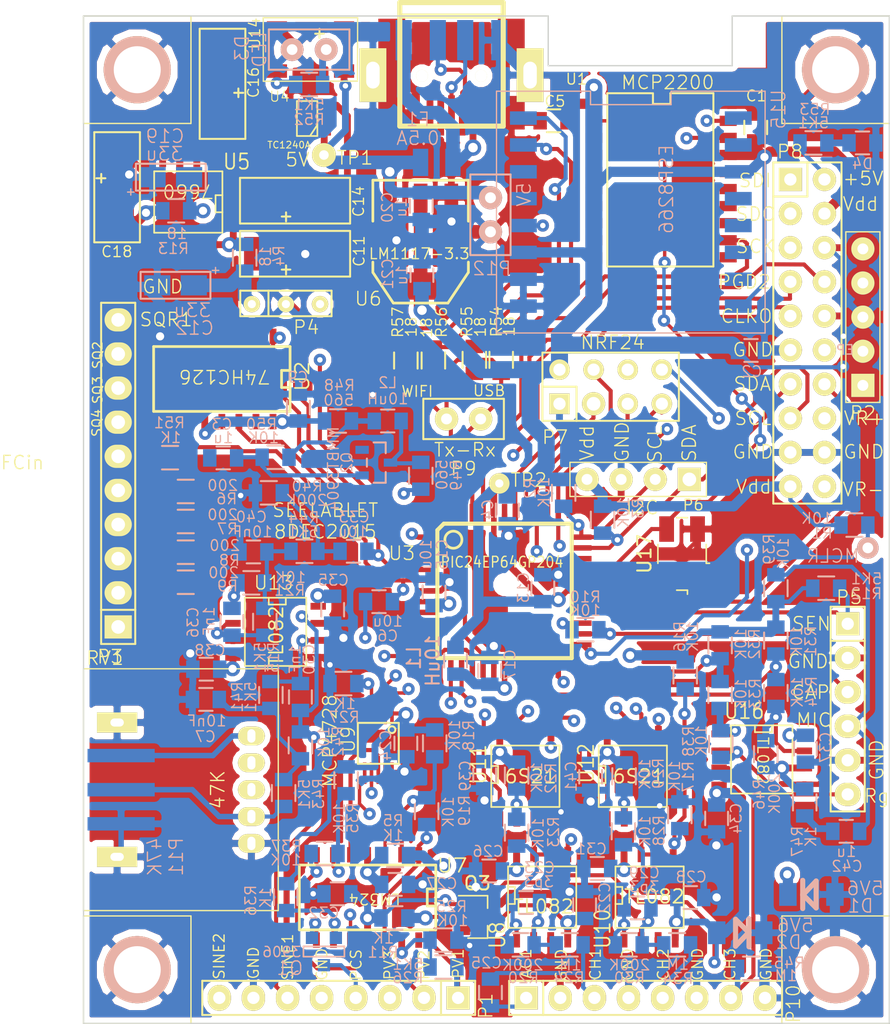
<source format=kicad_pcb>
(kicad_pcb (version 4) (host pcbnew 4.0.6-e0-6349~53~ubuntu16.04.1)
  (layers (0 F.Cu-L1 signal) (1 L2-GND signal) (2 L3-PWR signal) (31 B.Cu-L4 signal) (34 B.Paste user) (35 F.Paste user) (36 B.SilkS user) (37 F.SilkS user) (38 B.Mask user) (39 F.Mask user) (44 Edge.Cuts user))
  (net 0 "")
  (net 1 GND)
  (net 2 +5V)
  (net 3 Vdd)
  (net 4 "Net-(C14-Pad1)")
  (net 5 AVdd)
  (net 6 "Net-(C16-Pad2)")
  (net 7 V+)
  (net 8 V-)
  (net 9 /D-)
  (net 10 /MCLR)
  (net 11 CS.E2)
  (net 12 SCK)
  (net 13 /SEN)
  (net 14 SCL)
  (net 15 SDA)
  (net 16 /TxD)
  (net 17 /RxD)
  (net 18 SDO)
  (net 19 /ID1)
  (net 20 /ID2)
  (net 21 /ID3)
  (net 22 /ID4)
  (net 23 SDI)
  (net 24 "Net-(Q1-Pad1)")
  (net 25 PVS2)
  (net 26 PVS1)
  (net 27 /SQR2)
  (net 28 /SQR1)
  (net 29 PVS3)
  (net 30 "Net-(Q1-Pad2)")
  (net 31 PCS)
  (net 32 /SQR4)
  (net 33 /SQR3)
  (net 34 /CAP)
  (net 35 CS.E1)
  (net 36 "Net-(R25-Pad2)")
  (net 37 "Net-(R28-Pad2)")
  (net 38 /ETxD)
  (net 39 /ERxD)
  (net 40 /MTxD)
  (net 41 /MRxD)
  (net 42 "Net-(C11-Pad1)")
  (net 43 "Net-(C14-Pad2)")
  (net 44 "Net-(C15-Pad1)")
  (net 45 "Net-(C16-Pad1)")
  (net 46 "Net-(C18-Pad2)")
  (net 47 VR-)
  (net 48 "Net-(C23-Pad1)")
  (net 49 "Net-(C23-Pad2)")
  (net 50 VR+)
  (net 51 "Net-(C29-Pad1)")
  (net 52 "Net-(C29-Pad2)")
  (net 53 RP41)
  (net 54 "Net-(R6-Pad2)")
  (net 55 "Net-(R7-Pad2)")
  (net 56 "Net-(R8-Pad2)")
  (net 57 "Net-(R9-Pad2)")
  (net 58 "Net-(R16-Pad1)")
  (net 59 "Net-(R18-Pad2)")
  (net 60 "Net-(R19-Pad2)")
  (net 61 "Net-(R27-Pad1)")
  (net 62 "Net-(R35-Pad2)")
  (net 63 "Net-(U2-Pad2)")
  (net 64 "Net-(U2-Pad5)")
  (net 65 CH1out)
  (net 66 CH2out)
  (net 67 CH3out)
  (net 68 "Net-(R46-Pad1)")
  (net 69 AN8)
  (net 70 MIC)
  (net 71 MICout)
  (net 72 "/I/O Processing/DAC1")
  (net 73 "/I/O Processing/DAC2")
  (net 74 "/I/O Processing/DAC4")
  (net 75 "Net-(C6-Pad2)")
  (net 76 "Net-(C7-Pad1)")
  (net 77 "Net-(C30-Pad2)")
  (net 78 "Net-(C40-Pad1)")
  (net 79 SQ4)
  (net 80 /D+)
  (net 81 PGC2)
  (net 82 CH1)
  (net 83 ACH1)
  (net 84 CH2)
  (net 85 CH3)
  (net 86 "Net-(R22-Pad1)")
  (net 87 "Net-(R33-Pad2)")
  (net 88 "Net-(U11-Pad3)")
  (net 89 CS.CH2)
  (net 90 CS.CH1)
  (net 91 "Net-(R14-Pad2)")
  (net 92 PGD2)
  (net 93 AN4)
  (net 94 12MHz)
  (net 95 "Net-(C33-Pad2)")
  (net 96 "Net-(C36-Pad2)")
  (net 97 SINE1)
  (net 98 SQ3)
  (net 99 SINE2)
  (net 100 "Net-(C42-Pad1)")
  (net 101 "Net-(L2-Pad1)")
  (net 102 "Net-(L2-Pad2)")
  (net 103 "Net-(R10-Pad2)")
  (net 104 "Net-(R49-Pad1)")
  (net 105 /FCin)
  (net 106 "Net-(U10-Pad6)")
  (net 107 RP147)
  (net 108 /ESPROG)
  (net 109 "Net-(D3-Pad2)")
  (net 110 "Net-(D4-Pad2)")
  (net 111 "Net-(P11-Pad2)")
  (net 112 CH3.GAIN)
  (net 113 "Net-(C3-Pad1)")
  (net 114 "Net-(C3-Pad2)")
  (net 115 "Net-(RV1-Pad3)")
  (net 116 "Net-(RV1-Pad4)")
  (net 117 "Net-(U1-Pad3)")
  (net 118 "Net-(U1-Pad4)")
  (net 119 "Net-(U1-Pad5)")
  (net 120 "Net-(U1-Pad6)")
  (net 121 "Net-(U1-Pad7)")
  (net 122 "Net-(U1-Pad8)")
  (net 123 "Net-(U1-Pad9)")
  (net 124 "Net-(U1-Pad16)")
  (net 125 "Net-(U1-Pad15)")
  (net 126 "Net-(U1-Pad14)")
  (net 127 "Net-(U1-Pad13)")
  (net 128 "Net-(U1-Pad11)")
  (net 129 "Net-(U5-Pad7)")
  (net 130 "Net-(U5-Pad6)")
  (net 131 "Net-(U5-Pad1)")
  (net 132 "Net-(U9-Pad5)")
  (net 133 "Net-(U14-Pad2)")
  (net 134 "Net-(U15-Pad14)")
  (net 135 "Net-(U15-Pad13)")
  (net 136 "Net-(U15-Pad7)")
  (net 137 "Net-(U15-Pad6)")
  (net 138 "Net-(U15-Pad5)")
  (net 139 "Net-(U15-Pad4)")
  (net 140 "Net-(U15-Pad2)")
  (net 141 "Net-(U15-Pad1)")
  (net 142 "Net-(U3-Pad31)")
  (net 143 "Net-(U17-Pad1)")
  (net 144 "Net-(CON1-Pad1)")
  (net 145 "Net-(D1-Pad2)")
  (net 146 "Net-(D2-Pad1)")
  (module MyLib:C_0805 (layer F.Cu-L1) (at 155.15 34.7 90)
    (fp_text reference C1 (at 2.35 0.05 180) (layer F.SilkS) (effects (font (size 0.8 0.8) (thickness 0.1))))
    (fp_text value 0.1u hide)
    (pad 1 smd rect (at -1 0 90) (size 1 1.3) (layers F.Cu-L1 F.Paste F.Mask) (net 3 Vdd))
    (pad 2 smd rect (at 1 0 90) (size 1 1.3) (layers F.Cu-L1 F.Paste F.Mask) (net 1 GND))
  )
  (module MyLib:C_0805 (layer B.Cu-L4) (at 154.8 51.3 180)
    (fp_text reference C2 (at -0.06 -1.57 360) (layer B.SilkS) (effects (font (size 0.8 0.8) (thickness 0.1)) (justify mirror)))
    (fp_text value 0.1u hide)
    (pad 1 smd rect (at -1 0 180) (size 1 1.3) (layers B.Cu-L4 B.Paste B.Mask) (net 1 GND))
    (pad 2 smd rect (at 1 0 180) (size 1 1.3) (layers B.Cu-L4 B.Paste B.Mask) (net 3 Vdd))
  )
  (module MyLib:C_0805 (layer B.Cu-L4) (at 115.5 59.3 180)
    (fp_text reference C3 (at 0.1 2.5 180) (layer B.SilkS) (effects (font (size 0.8 0.8) (thickness 0.1)) (justify mirror)))
    (fp_text value 1u (at 0 1.5 180) (layer B.SilkS) (effects (font (size 0.8 0.8) (thickness 0.1)) (justify mirror)))
    (pad 1 smd rect (at -1 0 180) (size 1 1.3) (layers B.Cu-L4 B.Paste B.Mask) (net 113 "Net-(C3-Pad1)"))
    (pad 2 smd rect (at 1 0 180) (size 1 1.3) (layers B.Cu-L4 B.Paste B.Mask) (net 114 "Net-(C3-Pad2)"))
  )
  (module MyLib:C_0805 (layer B.Cu-L4) (at 136.65 63.2 270)
    (fp_text reference C4 (at -0.05 1.45 270) (layer B.SilkS) (effects (font (size 0.8 0.8) (thickness 0.1)) (justify mirror)))
    (fp_text value 0.1u hide)
    (pad 1 smd rect (at -1 0 270) (size 1 1.3) (layers B.Cu-L4 B.Paste B.Mask) (net 3 Vdd))
    (pad 2 smd rect (at 1 0 270) (size 1 1.3) (layers B.Cu-L4 B.Paste B.Mask) (net 1 GND))
  )
  (module MyLib:C_0805 (layer F.Cu-L1) (at 140.1 34.2 180)
    (fp_text reference C5 (at -0.1 1.45 180) (layer F.SilkS) (effects (font (size 0.8 0.8) (thickness 0.1))))
    (fp_text value 0.1u hide)
    (pad 1 smd rect (at -1 0 180) (size 1 1.3) (layers F.Cu-L1 F.Paste F.Mask) (net 3 Vdd))
    (pad 2 smd rect (at 1 0 180) (size 1 1.3) (layers F.Cu-L1 F.Paste F.Mask) (net 1 GND))
  )
  (module MyLib:C_0805 (layer B.Cu-L4) (at 127.1 70 180)
    (fp_text reference C6 (at -0.65 -2.55 180) (layer B.SilkS) (effects (font (size 0.8 0.8) (thickness 0.1)) (justify mirror)))
    (fp_text value 10u (at -0.65 -1.45 180) (layer B.SilkS) (effects (font (size 0.8 0.8) (thickness 0.1)) (justify mirror)))
    (pad 1 smd rect (at -1 0 180) (size 1 1.3) (layers B.Cu-L4 B.Paste B.Mask) (net 79 SQ4))
    (pad 2 smd rect (at 1 0 180) (size 1 1.3) (layers B.Cu-L4 B.Paste B.Mask) (net 75 "Net-(C6-Pad2)"))
  )
  (module MyLib:C_0805 (layer B.Cu-L4) (at 114.21 77.28 180)
    (fp_text reference C7 (at 0.04 -2.77 180) (layer B.SilkS) (effects (font (size 0.8 0.8) (thickness 0.1)) (justify mirror)))
    (fp_text value 10nF (at -0.07 -1.6 180) (layer B.SilkS) (effects (font (size 0.8 0.8) (thickness 0.1)) (justify mirror)))
    (pad 1 smd rect (at -1 0 180) (size 1 1.3) (layers B.Cu-L4 B.Paste B.Mask) (net 76 "Net-(C7-Pad1)"))
    (pad 2 smd rect (at 1 0 180) (size 1 1.3) (layers B.Cu-L4 B.Paste B.Mask) (net 1 GND))
  )
  (module MyLib:C_0805 (layer B.Cu-L4) (at 121.1 55.55 270)
    (fp_text reference C9 (at -2.25 0.05 360) (layer B.SilkS) (effects (font (size 0.8 0.8) (thickness 0.1)) (justify mirror)))
    (fp_text value 0.1u hide)
    (pad 1 smd rect (at -1 0 270) (size 1 1.3) (layers B.Cu-L4 B.Paste B.Mask) (net 1 GND))
    (pad 2 smd rect (at 1 0 270) (size 1 1.3) (layers B.Cu-L4 B.Paste B.Mask) (net 2 +5V))
  )
  (module MyLib:TantalC_SizeC_EIA-6032_Reflow (layer F.Cu-L1) (at 120.85 44.1)
    (fp_text reference C11 (at 4.77 -0.19 270) (layer F.SilkS) (effects (font (size 0.8 0.8) (thickness 0.1))))
    (fp_text value 100u hide)
    (pad 2 smd rect (at 2.52476 0) (size 2.55016 2.49936) (layers F.Cu-L1 F.Paste F.Mask) (net 1 GND))
    (pad 1 smd rect (at -2.52476 0) (size 2.55016 2.49936) (layers F.Cu-L1 F.Paste F.Mask) (net 42 "Net-(C11-Pad1)"))
  )
  (module MyLib:myTantalC_SizeA (layer B.Cu-L4) (at 111.95 46.45 180)
    (fp_text reference C12 (at -1.42 -3.18 180) (layer B.SilkS) (effects (font (thickness 0.1)) (justify mirror)))
    (fp_text value 33u (at -1.25 -1.86 180) (layer B.SilkS) (effects (font (thickness 0.1)) (justify mirror)))
    (pad 2 smd rect (at 1.3589 0 180) (size 1.95072 1.50114) (layers B.Cu-L4 B.Paste B.Mask) (net 1 GND))
    (pad 1 smd rect (at -1.3589 0 180) (size 1.95072 1.50114) (layers B.Cu-L4 B.Paste B.Mask) (net 7 V+))
  )
  (module MyLib:C_0805 (layer B.Cu-L4) (at 139.3 69 270)
    (fp_text reference C13 (at -0.05 1.45 450) (layer B.SilkS) (effects (font (size 0.8 0.8) (thickness 0.1)) (justify mirror)))
    (fp_text value 0.1u hide)
    (pad 1 smd rect (at -1 0 270) (size 1 1.3) (layers B.Cu-L4 B.Paste B.Mask) (net 1 GND))
    (pad 2 smd rect (at 1 0 270) (size 1 1.3) (layers B.Cu-L4 B.Paste B.Mask) (net 3 Vdd))
  )
  (module MyLib:TantalC_SizeC_EIA-6032_Reflow (layer F.Cu-L1) (at 120.85 40.15)
    (fp_text reference C14 (at 4.73 0.06 90) (layer F.SilkS) (effects (font (size 0.8 0.8) (thickness 0.1))))
    (fp_text value 100u hide)
    (pad 2 smd rect (at 2.52476 0) (size 2.55016 2.49936) (layers F.Cu-L1 F.Paste F.Mask) (net 43 "Net-(C14-Pad2)"))
    (pad 1 smd rect (at -2.52476 0) (size 2.55016 2.49936) (layers F.Cu-L1 F.Paste F.Mask) (net 4 "Net-(C14-Pad1)"))
  )
  (module MyLib:C_0805 (layer B.Cu-L4) (at 131.2 69.3 90)
    (fp_text reference C15 (at 2.8 0.6 90) (layer B.SilkS) (effects (font (size 0.8 0.8) (thickness 0.1)) (justify mirror)))
    (fp_text value 10u (at 2.8 -0.6 90) (layer B.SilkS) (effects (font (size 0.8 0.8) (thickness 0.1)) (justify mirror)))
    (pad 1 smd rect (at -1 0 90) (size 1 1.3) (layers B.Cu-L4 B.Paste B.Mask) (net 44 "Net-(C15-Pad1)"))
    (pad 2 smd rect (at 1 0 90) (size 1 1.3) (layers B.Cu-L4 B.Paste B.Mask) (net 1 GND))
  )
  (module MyLib:TantalC_SizeC_EIA-6032_Reflow (layer F.Cu-L1) (at 115.45 31.45 90)
    (fp_text reference C16 (at 0.1 2.3 270) (layer F.SilkS) (effects (font (size 0.8 0.8) (thickness 0.1))))
    (fp_text value 100u hide)
    (pad 2 smd rect (at 2.52476 0 90) (size 2.55016 2.49936) (layers F.Cu-L1 F.Paste F.Mask) (net 6 "Net-(C16-Pad2)"))
    (pad 1 smd rect (at -2.52476 0 90) (size 2.55016 2.49936) (layers F.Cu-L1 F.Paste F.Mask) (net 45 "Net-(C16-Pad1)"))
  )
  (module MyLib:C_0805 (layer B.Cu-L4) (at 135.35 75.15 270)
    (fp_text reference C17 (at -0.45 -1.5 270) (layer B.SilkS) (effects (font (size 0.8 0.8) (thickness 0.1)) (justify mirror)))
    (fp_text value 0.1u hide)
    (pad 1 smd rect (at -1 0 270) (size 1 1.3) (layers B.Cu-L4 B.Paste B.Mask) (net 1 GND))
    (pad 2 smd rect (at 1 0 270) (size 1 1.3) (layers B.Cu-L4 B.Paste B.Mask) (net 5 AVdd))
  )
  (module MyLib:TantalC_SizeC_EIA-6032_Reflow (layer F.Cu-L1) (at 107.6 39.15 270)
    (fp_text reference C18 (at 4.8 0.02 540) (layer F.SilkS) (effects (font (size 0.8 0.8) (thickness 0.1))))
    (fp_text value 100u hide)
    (pad 2 smd rect (at 2.52476 0 270) (size 2.55016 2.49936) (layers F.Cu-L1 F.Paste F.Mask) (net 46 "Net-(C18-Pad2)"))
    (pad 1 smd rect (at -2.52476 0 270) (size 2.55016 2.49936) (layers F.Cu-L1 F.Paste F.Mask) (net 1 GND))
  )
  (module MyLib:myTantalC_SizeA (layer B.Cu-L4) (at 111.6 38.4)
    (fp_text reference C19 (at -0.43 -3.05) (layer B.SilkS) (effects (font (thickness 0.1)) (justify mirror)))
    (fp_text value 33u (at -0.48 -1.74) (layer B.SilkS) (effects (font (thickness 0.1)) (justify mirror)))
    (pad 2 smd rect (at 1.3589 0) (size 1.95072 1.50114) (layers B.Cu-L4 B.Paste B.Mask) (net 8 V-))
    (pad 1 smd rect (at -1.3589 0) (size 1.95072 1.50114) (layers B.Cu-L4 B.Paste B.Mask) (net 1 GND))
  )
  (module MyLib:C_0805 (layer B.Cu-L4) (at 130.25 40.55 90)
    (fp_text reference C20 (at -0.1 -2.53 90) (layer B.SilkS) (effects (font (size 0.8 0.8) (thickness 0.1)) (justify mirror)))
    (fp_text value 1u (at -0.1 -1.5 90) (layer B.SilkS) (effects (font (size 0.8 0.8) (thickness 0.1)) (justify mirror)))
    (pad 1 smd rect (at -1 0 90) (size 1 1.3) (layers B.Cu-L4 B.Paste B.Mask) (net 1 GND))
    (pad 2 smd rect (at 1 0 90) (size 1 1.3) (layers B.Cu-L4 B.Paste B.Mask) (net 2 +5V))
  )
  (module MyLib:C_0805 (layer B.Cu-L4) (at 130.3 45.7 90)
    (fp_text reference C21 (at 0.1 -2.55 90) (layer B.SilkS) (effects (font (size 0.8 0.8) (thickness 0.1)) (justify mirror)))
    (fp_text value 1u (at 0 -1.5 90) (layer B.SilkS) (effects (font (size 0.8 0.8) (thickness 0.1)) (justify mirror)))
    (pad 1 smd rect (at -1 0 90) (size 1 1.3) (layers B.Cu-L4 B.Paste B.Mask) (net 3 Vdd))
    (pad 2 smd rect (at 1 0 90) (size 1 1.3) (layers B.Cu-L4 B.Paste B.Mask) (net 1 GND))
  )
  (module MyLib:C_0805 (layer B.Cu-L4) (at 142.41 92.59 270)
    (fp_text reference C22 (at -0.55 -1.5 270) (layer B.SilkS) (effects (font (size 0.8 0.8) (thickness 0.1)) (justify mirror)))
    (fp_text value 0.1u hide)
    (pad 1 smd rect (at -1 0 270) (size 1 1.3) (layers B.Cu-L4 B.Paste B.Mask) (net 1 GND))
    (pad 2 smd rect (at 1 0 270) (size 1 1.3) (layers B.Cu-L4 B.Paste B.Mask) (net 47 VR-))
  )
  (module MyLib:C_0805 (layer B.Cu-L4) (at 138.05 92.4)
    (fp_text reference C23 (at 1 -2.6) (layer B.SilkS) (effects (font (size 0.8 0.8) (thickness 0.1)) (justify mirror)))
    (fp_text value 3p3 (at 0.95 -1.55) (layer B.SilkS) (effects (font (size 0.8 0.8) (thickness 0.1)) (justify mirror)))
    (pad 1 smd rect (at -1 0) (size 1 1.3) (layers B.Cu-L4 B.Paste B.Mask) (net 48 "Net-(C23-Pad1)"))
    (pad 2 smd rect (at 1 0) (size 1 1.3) (layers B.Cu-L4 B.Paste B.Mask) (net 49 "Net-(C23-Pad2)"))
  )
  (module MyLib:C_0805 (layer B.Cu-L4) (at 129.1 80.55 90)
    (fp_text reference C24 (at -0.15 -1.5 90) (layer B.SilkS) (effects (font (size 0.8 0.8) (thickness 0.1)) (justify mirror)))
    (fp_text value 0.1u hide)
    (pad 1 smd rect (at -1 0 90) (size 1 1.3) (layers B.Cu-L4 B.Paste B.Mask) (net 1 GND))
    (pad 2 smd rect (at 1 0 90) (size 1 1.3) (layers B.Cu-L4 B.Paste B.Mask) (net 5 AVdd))
  )
  (module MyLib:C_0805 (layer B.Cu-L4) (at 135.4 99.1 270)
    (fp_text reference C25 (at -2.2 0.3 360) (layer B.SilkS) (effects (font (size 0.8 0.8) (thickness 0.1)) (justify mirror)))
    (fp_text value 0.1u hide)
    (pad 1 smd rect (at -1 0 270) (size 1 1.3) (layers B.Cu-L4 B.Paste B.Mask) (net 82 CH1))
    (pad 2 smd rect (at 1 0 270) (size 1 1.3) (layers B.Cu-L4 B.Paste B.Mask) (net 83 ACH1))
  )
  (module MyLib:C_0805 (layer B.Cu-L4) (at 135.29 90.05)
    (fp_text reference C26 (at -0.07 -1.46) (layer B.SilkS) (effects (font (size 0.8 0.8) (thickness 0.1)) (justify mirror)))
    (fp_text value 0.1u hide)
    (pad 1 smd rect (at -1 0) (size 1 1.3) (layers B.Cu-L4 B.Paste B.Mask) (net 1 GND))
    (pad 2 smd rect (at 1 0) (size 1 1.3) (layers B.Cu-L4 B.Paste B.Mask) (net 50 VR+))
  )
  (module MyLib:C_0805 (layer B.Cu-L4) (at 128.3 91.05)
    (fp_text reference C27 (at 3.48 -0.06) (layer B.SilkS) (effects (font (size 0.8 0.8) (thickness 0.1)) (justify mirror)))
    (fp_text value 0.1u hide)
    (pad 1 smd rect (at -1 0) (size 1 1.3) (layers B.Cu-L4 B.Paste B.Mask) (net 7 V+))
    (pad 2 smd rect (at 1 0) (size 1 1.3) (layers B.Cu-L4 B.Paste B.Mask) (net 1 GND))
  )
  (module MyLib:C_0805 (layer B.Cu-L4) (at 150.28 92.03 180)
    (fp_text reference C28 (at -0.07 1.53 180) (layer B.SilkS) (effects (font (size 0.8 0.8) (thickness 0.1)) (justify mirror)))
    (fp_text value 0.1u hide)
    (pad 1 smd rect (at -1 0 180) (size 1 1.3) (layers B.Cu-L4 B.Paste B.Mask) (net 1 GND))
    (pad 2 smd rect (at 1 0 180) (size 1 1.3) (layers B.Cu-L4 B.Paste B.Mask) (net 47 VR-))
  )
  (module MyLib:C_0805 (layer B.Cu-L4) (at 146.35 92.8)
    (fp_text reference C29 (at 0.5 -2.62) (layer B.SilkS) (effects (font (size 0.8 0.8) (thickness 0.1)) (justify mirror)))
    (fp_text value 3p3 (at 0.5 -1.57) (layer B.SilkS) (effects (font (size 0.8 0.8) (thickness 0.1)) (justify mirror)))
    (pad 1 smd rect (at -1 0) (size 1 1.3) (layers B.Cu-L4 B.Paste B.Mask) (net 51 "Net-(C29-Pad1)"))
    (pad 2 smd rect (at 1 0) (size 1 1.3) (layers B.Cu-L4 B.Paste B.Mask) (net 52 "Net-(C29-Pad2)"))
  )
  (module MyLib:C_0805 (layer B.Cu-L4) (at 143.35 89.86)
    (fp_text reference C31 (at -0.44 -1.45) (layer B.SilkS) (effects (font (size 0.8 0.8) (thickness 0.1)) (justify mirror)))
    (fp_text value 0.1u hide)
    (pad 1 smd rect (at -1 0) (size 1 1.3) (layers B.Cu-L4 B.Paste B.Mask) (net 1 GND))
    (pad 2 smd rect (at 1 0) (size 1 1.3) (layers B.Cu-L4 B.Paste B.Mask) (net 50 VR+))
  )
  (module MyLib:C_0805 (layer B.Cu-L4) (at 124 91.75 180)
    (fp_text reference C32 (at 1.01 -1.43 360) (layer B.SilkS) (effects (font (size 0.8 0.8) (thickness 0.1)) (justify mirror)))
    (fp_text value 0.1u hide)
    (pad 1 smd rect (at -1 0 180) (size 1 1.3) (layers B.Cu-L4 B.Paste B.Mask) (net 8 V-))
    (pad 2 smd rect (at 1 0 180) (size 1 1.3) (layers B.Cu-L4 B.Paste B.Mask) (net 1 GND))
  )
  (module MyLib:C_0805 (layer B.Cu-L4) (at 152.24 86.14 90)
    (fp_text reference C34 (at 0 1.45 90) (layer B.SilkS) (effects (font (size 0.8 0.8) (thickness 0.1)) (justify mirror)))
    (fp_text value 0.1u hide)
    (pad 1 smd rect (at -1 0 90) (size 1 1.3) (layers B.Cu-L4 B.Paste B.Mask) (net 1 GND))
    (pad 2 smd rect (at 1 0 90) (size 1 1.3) (layers B.Cu-L4 B.Paste B.Mask) (net 47 VR-))
  )
  (module MyLib:C_0805 (layer B.Cu-L4) (at 123.65 70.6 90)
    (fp_text reference C35 (at 2.2 0.05 360) (layer B.SilkS) (effects (font (size 0.8 0.8) (thickness 0.1)) (justify mirror)))
    (fp_text value 0.1u hide)
    (pad 1 smd rect (at -1 0 90) (size 1 1.3) (layers B.Cu-L4 B.Paste B.Mask) (net 1 GND))
    (pad 2 smd rect (at 1 0 90) (size 1 1.3) (layers B.Cu-L4 B.Paste B.Mask) (net 7 V+))
  )
  (module DIODE:Diode-MiniMELF_Standard (layer B.Cu-L4) (at 159.3 91.8 180)
    (fp_text reference D1 (at -3.65 -0.85 180) (layer B.SilkS) (effects (font (thickness 0.1)) (justify mirror)))
    (fp_text value 5V6 (at -4 0.45 180) (layer B.SilkS) (effects (font (thickness 0.1)) (justify mirror)))
    (pad 1 smd rect (at -1.75006 0 180) (size 1.30048 1.69926) (layers B.Cu-L4 B.Paste B.Mask) (net 1 GND))
    (pad 2 smd rect (at 1.75006 0 180) (size 1.30048 1.69926) (layers B.Cu-L4 B.Paste B.Mask) (net 145 "Net-(D1-Pad2)"))
  )
  (module DIODE:Diode-MiniMELF_Standard (layer B.Cu-L4) (at 154 94.65)
    (fp_text reference D2 (at 3.6 0.7) (layer B.SilkS) (effects (font (thickness 0.1)) (justify mirror)))
    (fp_text value 5V6 (at 4.1 -0.55) (layer B.SilkS) (effects (font (thickness 0.1)) (justify mirror)))
    (pad 1 smd rect (at -1.75006 0) (size 1.30048 1.69926) (layers B.Cu-L4 B.Paste B.Mask) (net 146 "Net-(D2-Pad1)"))
    (pad 2 smd rect (at 1.75006 0) (size 1.30048 1.69926) (layers B.Cu-L4 B.Paste B.Mask) (net 1 GND))
  )
  (module MyLib:Fuse_SMD1206_Reflow (layer B.Cu-L4) (at 131.4 37.3 180)
    (fp_text reference F1 (at 1.4 3.2 180) (layer B.SilkS) (effects (font (thickness 0.1)) (justify mirror)))
    (fp_text value 0.5A (at 1.4 1.8 180) (layer B.SilkS) (effects (font (thickness 0.1)) (justify mirror)))
    (pad 1 smd rect (at -1.20396 0 90) (size 2.02946 1.14046) (layers B.Cu-L4 B.Paste B.Mask) (net 144 "Net-(CON1-Pad1)"))
    (pad 2 smd rect (at 1.20396 0 90) (size 2.02946 1.14046) (layers B.Cu-L4 B.Paste B.Mask) (net 2 +5V))
  )
  (module MyLib:MountingHole-clear (layer F.Cu-L1) (at 109.1 30.4)
    (fp_text reference MH1 hide)
    (fp_text value M hide)
    (pad 1 thru_hole circle (at 0 0) (size 5 5) (drill 3.5) (layers *.Cu *.SilkS *.Mask) (net 1 GND))
  )
  (module MyLib:MountingHole-clear (layer F.Cu-L1) (at 161.1 97.4)
    (fp_text reference MH2 hide)
    (fp_text value M hide)
    (pad 1 thru_hole circle (at 0 0) (size 5 5) (drill 3.5) (layers *.Cu *.SilkS *.Mask) (net 1 GND))
  )
  (module MyLib:MountingHole-clear (layer F.Cu-L1) (at 109.1 97.4)
    (fp_text reference MH3 hide)
    (fp_text value M hide)
    (pad 1 thru_hole circle (at 0 0) (size 5 5) (drill 3.5) (layers *.Cu *.SilkS *.Mask) (net 1 GND))
  )
  (module MyLib:MountingHole-clear (layer F.Cu-L1) (at 161.1 30.4)
    (fp_text reference MH4 hide)
    (fp_text value M hide)
    (pad 1 thru_hole circle (at 0 0) (size 5 5) (drill 3.5) (layers *.Cu *.SilkS *.Mask) (net 1 GND))
  )
  (module MyLib:myPin_Header_Straight_1x05-no3D (layer F.Cu-L1) (at 163.1296 48.819 90)
    (fp_text reference P2 (at -7.15 0 180) (layer F.SilkS) (effects (font (thickness 0.1))))
    (fp_text value PROG hide)
    (pad 1 thru_hole rect (at -5.08 0 90) (size 1.7272 1.7272) (drill 0.8128) (layers *.Cu *.Mask F.SilkS) (net 10 /MCLR))
    (pad 2 thru_hole circle (at -2.54 0 90) (size 1.7272 1.7272) (drill 0.8128) (layers *.Cu *.Mask F.SilkS) (net 3 Vdd))
    (pad 3 thru_hole circle (at 0 0 90) (size 1.7272 1.7272) (drill 0.8128) (layers *.Cu *.Mask F.SilkS) (net 1 GND))
    (pad 4 thru_hole circle (at 2.54 0 90) (size 1.7272 1.7272) (drill 0.8128) (layers *.Cu *.Mask F.SilkS) (net 92 PGD2))
    (pad 5 thru_hole circle (at 5.08 0 90) (size 1.7272 1.7272) (drill 0.8128) (layers *.Cu *.Mask F.SilkS) (net 81 PGC2))
  )
  (module Headers:Pin_Header_Straight_1x10 (layer F.Cu-L1) (at 107.6814 60.4522 90)
    (fp_text reference P3 (at -13.65 -0.6 180) (layer F.SilkS) (effects (font (thickness 0.1))))
    (fp_text value DIO hide)
    (pad 1 thru_hole rect (at -11.43 0 90) (size 1.7272 2.032) (drill 1.016) (layers *.Cu *.Mask F.SilkS) (net 22 /ID4))
    (pad 2 thru_hole oval (at -8.89 0 90) (size 1.7272 2.032) (drill 1.016) (layers *.Cu *.Mask F.SilkS) (net 21 /ID3))
    (pad 3 thru_hole oval (at -6.35 0 90) (size 1.7272 2.032) (drill 1.016) (layers *.Cu *.Mask F.SilkS) (net 20 /ID2))
    (pad 4 thru_hole oval (at -3.81 0 90) (size 1.7272 2.032) (drill 1.016) (layers *.Cu *.Mask F.SilkS) (net 19 /ID1))
    (pad 5 thru_hole oval (at -1.27 0 90) (size 1.7272 2.032) (drill 1.016) (layers *.Cu *.Mask F.SilkS) (net 105 /FCin))
    (pad 6 thru_hole oval (at 1.27 0 90) (size 1.7272 2.032) (drill 1.016) (layers *.Cu *.Mask F.SilkS) (net 32 /SQR4))
    (pad 7 thru_hole oval (at 3.81 0 90) (size 1.7272 2.032) (drill 1.016) (layers *.Cu *.Mask F.SilkS) (net 33 /SQR3))
    (pad 8 thru_hole oval (at 6.35 0 90) (size 1.7272 2.032) (drill 1.016) (layers *.Cu *.Mask F.SilkS) (net 27 /SQR2))
    (pad 9 thru_hole oval (at 8.89 0 90) (size 1.7272 2.032) (drill 1.016) (layers *.Cu *.Mask F.SilkS) (net 28 /SQR1))
    (pad 10 thru_hole oval (at 11.43 0 90) (size 1.7272 2.032) (drill 1.016) (layers *.Cu *.Mask F.SilkS) (net 1 GND))
  )
  (module MyLib:SOT-23-EBC (layer B.Cu-L4) (at 123 96.05 180)
    (fp_text reference Q1 (at 2.54 -1.24 180) (layer B.SilkS) (effects (font (thickness 0.1)) (justify mirror)))
    (fp_text value 3906 (at 3.14 -0.03 180) (layer B.SilkS) (effects (font (size 0.762 0.762) (thickness 0.1)) (justify mirror)))
    (pad 1 smd rect (at -0.889 1.016 180) (size 0.9144 0.9144) (layers B.Cu-L4 B.Paste B.Mask) (net 24 "Net-(Q1-Pad1)"))
    (pad 2 smd rect (at 0.889 1.016 180) (size 0.9144 0.9144) (layers B.Cu-L4 B.Paste B.Mask) (net 30 "Net-(Q1-Pad2)"))
    (pad 3 smd rect (at 0 -1.016 180) (size 0.9144 0.9144) (layers B.Cu-L4 B.Paste B.Mask) (net 31 PCS))
  )
  (module MyLib:R_0805 (layer B.Cu-L4) (at 162.5 64.3)
    (fp_text reference R1 (at -2.4 0.6) (layer B.SilkS) (effects (font (size 0.8 0.8) (thickness 0.1)) (justify mirror)))
    (fp_text value 10K (at -2.8 -0.5) (layer B.SilkS) (effects (font (size 0.8 0.8) (thickness 0.1)) (justify mirror)))
    (pad 1 smd rect (at -1 0) (size 1 1.3) (layers B.Cu-L4 B.Paste B.Mask) (net 3 Vdd))
    (pad 2 smd rect (at 1 0) (size 1 1.3) (layers B.Cu-L4 B.Paste B.Mask) (net 10 /MCLR))
  )
  (module MyLib:R_0805 (layer B.Cu-L4) (at 140.85 61.9 90)
    (fp_text reference R2 (at 0.32 -2.49 90) (layer B.SilkS) (effects (font (size 0.8 0.8) (thickness 0.1)) (justify mirror)))
    (fp_text value 10K (at 0.04 -1.47 90) (layer B.SilkS) (effects (font (size 0.8 0.8) (thickness 0.1)) (justify mirror)))
    (pad 1 smd rect (at -1 0 90) (size 1 1.3) (layers B.Cu-L4 B.Paste B.Mask) (net 14 SCL))
    (pad 2 smd rect (at 1 0 90) (size 1 1.3) (layers B.Cu-L4 B.Paste B.Mask) (net 3 Vdd))
  )
  (module MyLib:R_0805 (layer B.Cu-L4) (at 143.75 63.9 90)
    (fp_text reference R3 (at 0.85 2.65 90) (layer B.SilkS) (effects (font (size 0.8 0.8) (thickness 0.1)) (justify mirror)))
    (fp_text value 10K (at 0.55 1.55 90) (layer B.SilkS) (effects (font (size 0.8 0.8) (thickness 0.1)) (justify mirror)))
    (pad 1 smd rect (at -1 0 90) (size 1 1.3) (layers B.Cu-L4 B.Paste B.Mask) (net 15 SDA))
    (pad 2 smd rect (at 1 0 90) (size 1 1.3) (layers B.Cu-L4 B.Paste B.Mask) (net 3 Vdd))
  )
  (module MyLib:R_0805 (layer B.Cu-L4) (at 117.1 44.4 90)
    (fp_text reference R4 (at 0.15 2.55 90) (layer B.SilkS) (effects (font (size 0.8 0.8) (thickness 0.1)) (justify mirror)))
    (fp_text value 18 (at 0.1 1.55 90) (layer B.SilkS) (effects (font (size 0.8 0.8) (thickness 0.1)) (justify mirror)))
    (pad 1 smd rect (at -1 0 90) (size 1 1.3) (layers B.Cu-L4 B.Paste B.Mask) (net 7 V+))
    (pad 2 smd rect (at 1 0 90) (size 1 1.3) (layers B.Cu-L4 B.Paste B.Mask) (net 42 "Net-(C11-Pad1)"))
  )
  (module MyLib:R_0805 (layer B.Cu-L4) (at 128.3 88.9 180)
    (fp_text reference R5 (at 0.15 2.6 180) (layer B.SilkS) (effects (font (size 0.8 0.8) (thickness 0.1)) (justify mirror)))
    (fp_text value 1K (at 0.15 1.5 180) (layer B.SilkS) (effects (font (size 0.8 0.8) (thickness 0.1)) (justify mirror)))
    (pad 1 smd rect (at -1 0 180) (size 1 1.3) (layers B.Cu-L4 B.Paste B.Mask) (net 145 "Net-(D1-Pad2)"))
    (pad 2 smd rect (at 1 0 180) (size 1 1.3) (layers B.Cu-L4 B.Paste B.Mask) (net 7 V+))
  )
  (module MyLib:R_0805 (layer B.Cu-L4) (at 112.7106 61.7984)
    (fp_text reference R6 (at 3.05 0.55) (layer B.SilkS) (effects (font (size 0.8 0.8) (thickness 0.1)) (justify mirror)))
    (fp_text value 200 (at 2.75 -0.45) (layer B.SilkS) (effects (font (size 0.8 0.8) (thickness 0.1)) (justify mirror)))
    (pad 1 smd rect (at -1 0) (size 1 1.3) (layers B.Cu-L4 B.Paste B.Mask) (net 19 /ID1))
    (pad 2 smd rect (at 1 0) (size 1 1.3) (layers B.Cu-L4 B.Paste B.Mask) (net 54 "Net-(R6-Pad2)"))
  )
  (module MyLib:R_0805 (layer B.Cu-L4) (at 112.7106 64.0336)
    (fp_text reference R7 (at 3.1 0.55) (layer B.SilkS) (effects (font (size 0.8 0.8) (thickness 0.1)) (justify mirror)))
    (fp_text value 200 (at 2.75 -0.5) (layer B.SilkS) (effects (font (size 0.8 0.8) (thickness 0.1)) (justify mirror)))
    (pad 1 smd rect (at -1 0) (size 1 1.3) (layers B.Cu-L4 B.Paste B.Mask) (net 20 /ID2))
    (pad 2 smd rect (at 1 0) (size 1 1.3) (layers B.Cu-L4 B.Paste B.Mask) (net 55 "Net-(R7-Pad2)"))
  )
  (module MyLib:R_0805 (layer B.Cu-L4) (at 112.7106 66.3196)
    (fp_text reference R8 (at 3.25 0.6) (layer B.SilkS) (effects (font (size 0.8 0.8) (thickness 0.1)) (justify mirror)))
    (fp_text value 200 (at 2.9 -0.5) (layer B.SilkS) (effects (font (size 0.8 0.8) (thickness 0.1)) (justify mirror)))
    (pad 1 smd rect (at -1 0) (size 1 1.3) (layers B.Cu-L4 B.Paste B.Mask) (net 21 /ID3))
    (pad 2 smd rect (at 1 0) (size 1 1.3) (layers B.Cu-L4 B.Paste B.Mask) (net 56 "Net-(R8-Pad2)"))
  )
  (module MyLib:R_0805 (layer B.Cu-L4) (at 142.47 72.09 180)
    (fp_text reference R10 (at 0.01 2.44 180) (layer B.SilkS) (effects (font (size 0.8 0.8) (thickness 0.1)) (justify mirror)))
    (fp_text value 10K (at 0.01 1.44 180) (layer B.SilkS) (effects (font (size 0.8 0.8) (thickness 0.1)) (justify mirror)))
    (pad 1 smd rect (at -1 0 180) (size 1 1.3) (layers B.Cu-L4 B.Paste B.Mask) (net 34 /CAP))
    (pad 2 smd rect (at 1 0 180) (size 1 1.3) (layers B.Cu-L4 B.Paste B.Mask) (net 103 "Net-(R10-Pad2)"))
  )
  (module MyLib:R_0805 (layer B.Cu-L4) (at 128.25 93.55 180)
    (fp_text reference R11 (at 0.85 -2.55 180) (layer B.SilkS) (effects (font (size 0.8 0.8) (thickness 0.1)) (justify mirror)))
    (fp_text value 1K (at 0.8 -1.5 180) (layer B.SilkS) (effects (font (size 0.8 0.8) (thickness 0.1)) (justify mirror)))
    (pad 1 smd rect (at -1 0 180) (size 1 1.3) (layers B.Cu-L4 B.Paste B.Mask) (net 8 V-))
    (pad 2 smd rect (at 1 0 180) (size 1 1.3) (layers B.Cu-L4 B.Paste B.Mask) (net 146 "Net-(D2-Pad1)"))
  )
  (module MyLib:R_0805 (layer B.Cu-L4) (at 160.4 69 180)
    (fp_text reference R12 (at -3 -0.4 180) (layer B.SilkS) (effects (font (size 0.8 0.8) (thickness 0.1)) (justify mirror)))
    (fp_text value 5K1 (at -3 0.7 180) (layer B.SilkS) (effects (font (size 0.8 0.8) (thickness 0.1)) (justify mirror)))
    (pad 1 smd rect (at -1 0 180) (size 1 1.3) (layers B.Cu-L4 B.Paste B.Mask) (net 13 /SEN))
    (pad 2 smd rect (at 1 0 180) (size 1 1.3) (layers B.Cu-L4 B.Paste B.Mask) (net 5 AVdd))
  )
  (module MyLib:R_0805 (layer B.Cu-L4) (at 112 40.9 180)
    (fp_text reference R13 (at 0.21 -2.81 180) (layer B.SilkS) (effects (font (size 0.8 0.8) (thickness 0.1)) (justify mirror)))
    (fp_text value 18 (at -0.05 -1.7 180) (layer B.SilkS) (effects (font (size 0.8 0.8) (thickness 0.1)) (justify mirror)))
    (pad 1 smd rect (at -1 0 180) (size 1 1.3) (layers B.Cu-L4 B.Paste B.Mask) (net 8 V-))
    (pad 2 smd rect (at 1 0 180) (size 1 1.3) (layers B.Cu-L4 B.Paste B.Mask) (net 46 "Net-(C18-Pad2)"))
  )
  (module MyLib:R_0805 (layer B.Cu-L4) (at 149.9 75.5 90)
    (fp_text reference R16 (at 2.9 -0.4 90) (layer B.SilkS) (effects (font (size 0.8 0.8) (thickness 0.1)) (justify mirror)))
    (fp_text value 10K (at 2.9 0.55 90) (layer B.SilkS) (effects (font (size 0.8 0.8) (thickness 0.1)) (justify mirror)))
    (pad 1 smd rect (at -1 0 90) (size 1 1.3) (layers B.Cu-L4 B.Paste B.Mask) (net 58 "Net-(R16-Pad1)"))
    (pad 2 smd rect (at 1 0 90) (size 1 1.3) (layers B.Cu-L4 B.Paste B.Mask) (net 5 AVdd))
  )
  (module MyLib:R_0805 (layer B.Cu-L4) (at 149.5 85.9 90)
    (fp_text reference R17 (at 2.87 0.62 90) (layer B.SilkS) (effects (font (size 0.8 0.8) (thickness 0.1)) (justify mirror)))
    (fp_text value 10K (at 2.91 -0.39 90) (layer B.SilkS) (effects (font (size 0.8 0.8) (thickness 0.1)) (justify mirror)))
    (pad 1 smd rect (at -1 0 90) (size 1 1.3) (layers B.Cu-L4 B.Paste B.Mask) (net 58 "Net-(R16-Pad1)"))
    (pad 2 smd rect (at 1 0 90) (size 1 1.3) (layers B.Cu-L4 B.Paste B.Mask) (net 1 GND))
  )
  (module MyLib:R_0805 (layer B.Cu-L4) (at 131.25 80.55 270)
    (fp_text reference R18 (at -0.59 -2.53 270) (layer B.SilkS) (effects (font (size 0.8 0.8) (thickness 0.1)) (justify mirror)))
    (fp_text value 10K (at -0.6 -1.48 270) (layer B.SilkS) (effects (font (size 0.8 0.8) (thickness 0.1)) (justify mirror)))
    (pad 1 smd rect (at -1 0 270) (size 1 1.3) (layers B.Cu-L4 B.Paste B.Mask) (net 5 AVdd))
    (pad 2 smd rect (at 1 0 270) (size 1 1.3) (layers B.Cu-L4 B.Paste B.Mask) (net 59 "Net-(R18-Pad2)"))
  )
  (module MyLib:R_0805 (layer B.Cu-L4) (at 130.65 85.6 270)
    (fp_text reference R19 (at -0.04 -2.81 270) (layer B.SilkS) (effects (font (size 0.8 0.8) (thickness 0.1)) (justify mirror)))
    (fp_text value 10K (at 0.06 -1.61 270) (layer B.SilkS) (effects (font (size 0.8 0.8) (thickness 0.1)) (justify mirror)))
    (pad 1 smd rect (at -1 0 270) (size 1 1.3) (layers B.Cu-L4 B.Paste B.Mask) (net 59 "Net-(R18-Pad2)"))
    (pad 2 smd rect (at 1 0 270) (size 1 1.3) (layers B.Cu-L4 B.Paste B.Mask) (net 60 "Net-(R19-Pad2)"))
  )
  (module MyLib:R_0805 (layer B.Cu-L4) (at 137.65 95.55)
    (fp_text reference R20 (at 0.2 2.45) (layer B.SilkS) (effects (font (size 0.8 0.8) (thickness 0.1)) (justify mirror)))
    (fp_text value 200K (at 0.15 1.5) (layer B.SilkS) (effects (font (size 0.8 0.8) (thickness 0.1)) (justify mirror)))
    (pad 1 smd rect (at -1 0) (size 1 1.3) (layers B.Cu-L4 B.Paste B.Mask) (net 48 "Net-(C23-Pad1)"))
    (pad 2 smd rect (at 1 0) (size 1 1.3) (layers B.Cu-L4 B.Paste B.Mask) (net 49 "Net-(C23-Pad2)"))
  )
  (module MyLib:R_0805 (layer B.Cu-L4) (at 117.6 68.6)
    (fp_text reference R21 (at 2.85 0.55) (layer B.SilkS) (effects (font (size 0.8 0.8) (thickness 0.1)) (justify mirror)))
    (fp_text value 10K (at 2.9 -0.4) (layer B.SilkS) (effects (font (size 0.8 0.8) (thickness 0.1)) (justify mirror)))
    (pad 1 smd rect (at -1 0) (size 1 1.3) (layers B.Cu-L4 B.Paste B.Mask) (net 99 SINE2))
    (pad 2 smd rect (at 1 0) (size 1 1.3) (layers B.Cu-L4 B.Paste B.Mask) (net 78 "Net-(C40-Pad1)"))
  )
  (module MyLib:R_0805 (layer B.Cu-L4) (at 137.35 82.95 90)
    (fp_text reference R22 (at -0.2 2.55 90) (layer B.SilkS) (effects (font (size 0.8 0.8) (thickness 0.1)) (justify mirror)))
    (fp_text value 10K (at -0.15 1.5 90) (layer B.SilkS) (effects (font (size 0.8 0.8) (thickness 0.1)) (justify mirror)))
    (pad 1 smd rect (at -1 0 90) (size 1 1.3) (layers B.Cu-L4 B.Paste B.Mask) (net 86 "Net-(R22-Pad1)"))
    (pad 2 smd rect (at 1 0 90) (size 1 1.3) (layers B.Cu-L4 B.Paste B.Mask) (net 5 AVdd))
  )
  (module MyLib:R_0805 (layer B.Cu-L4) (at 137.35 87.2 270)
    (fp_text reference R23 (at -0.05 -2.75 270) (layer B.SilkS) (effects (font (size 0.8 0.8) (thickness 0.1)) (justify mirror)))
    (fp_text value 10K (at 0.05 -1.6 270) (layer B.SilkS) (effects (font (size 0.8 0.8) (thickness 0.1)) (justify mirror)))
    (pad 1 smd rect (at -1 0 270) (size 1 1.3) (layers B.Cu-L4 B.Paste B.Mask) (net 86 "Net-(R22-Pad1)"))
    (pad 2 smd rect (at 1 0 270) (size 1 1.3) (layers B.Cu-L4 B.Paste B.Mask) (net 48 "Net-(C23-Pad1)"))
  )
  (module MyLib:R_0805 (layer B.Cu-L4) (at 141.3 95.55 180)
    (fp_text reference R24 (at 0.05 -2.45 180) (layer B.SilkS) (effects (font (size 0.8 0.8) (thickness 0.1)) (justify mirror)))
    (fp_text value 1M (at -0.05 -1.5 180) (layer B.SilkS) (effects (font (size 0.8 0.8) (thickness 0.1)) (justify mirror)))
    (pad 1 smd rect (at -1 0 180) (size 1 1.3) (layers B.Cu-L4 B.Paste B.Mask) (net 82 CH1))
    (pad 2 smd rect (at 1 0 180) (size 1 1.3) (layers B.Cu-L4 B.Paste B.Mask) (net 49 "Net-(C23-Pad2)"))
  )
  (module MyLib:R_0805 (layer B.Cu-L4) (at 131.9 95.2 180)
    (fp_text reference R25 (at -0.6 2.5 180) (layer B.SilkS) (effects (font (size 0.8 0.8) (thickness 0.1)) (justify mirror)))
    (fp_text value 10K (at -0.7 1.45 180) (layer B.SilkS) (effects (font (size 0.8 0.8) (thickness 0.1)) (justify mirror)))
    (pad 1 smd rect (at -1 0 180) (size 1 1.3) (layers B.Cu-L4 B.Paste B.Mask) (net 1 GND))
    (pad 2 smd rect (at 1 0 180) (size 1 1.3) (layers B.Cu-L4 B.Paste B.Mask) (net 36 "Net-(R25-Pad2)"))
  )
  (module MyLib:R_0805 (layer B.Cu-L4) (at 131.9 97.2)
    (fp_text reference R26 (at -2.65 0.8) (layer B.SilkS) (effects (font (size 0.8 0.8) (thickness 0.1)) (justify mirror)))
    (fp_text value 5K1 (at -2.65 -0.2) (layer B.SilkS) (effects (font (size 0.8 0.8) (thickness 0.1)) (justify mirror)))
    (pad 1 smd rect (at -1 0) (size 1 1.3) (layers B.Cu-L4 B.Paste B.Mask) (net 36 "Net-(R25-Pad2)"))
    (pad 2 smd rect (at 1 0) (size 1 1.3) (layers B.Cu-L4 B.Paste B.Mask) (net 26 PVS1))
  )
  (module MyLib:R_0805 (layer B.Cu-L4) (at 124.45 76.1 180)
    (fp_text reference R27 (at -0.05 -2.5 180) (layer B.SilkS) (effects (font (size 0.8 0.8) (thickness 0.1)) (justify mirror)))
    (fp_text value 1K (at -0.15 -1.5 180) (layer B.SilkS) (effects (font (size 0.8 0.8) (thickness 0.1)) (justify mirror)))
    (pad 1 smd rect (at -1 0 180) (size 1 1.3) (layers B.Cu-L4 B.Paste B.Mask) (net 61 "Net-(R27-Pad1)"))
    (pad 2 smd rect (at 1 0 180) (size 1 1.3) (layers B.Cu-L4 B.Paste B.Mask) (net 1 GND))
  )
  (module MyLib:R_0805 (layer B.Cu-L4) (at 145.3 87.1 90)
    (fp_text reference R28 (at 0.05 2.65 90) (layer B.SilkS) (effects (font (size 0.8 0.8) (thickness 0.1)) (justify mirror)))
    (fp_text value 10K (at 0 1.6 90) (layer B.SilkS) (effects (font (size 0.8 0.8) (thickness 0.1)) (justify mirror)))
    (pad 1 smd rect (at -1 0 90) (size 1 1.3) (layers B.Cu-L4 B.Paste B.Mask) (net 51 "Net-(C29-Pad1)"))
    (pad 2 smd rect (at 1 0 90) (size 1 1.3) (layers B.Cu-L4 B.Paste B.Mask) (net 37 "Net-(R28-Pad2)"))
  )
  (module MyLib:R_0805 (layer B.Cu-L4) (at 145.35 83 270)
    (fp_text reference R29 (at -0.21 -2.55 270) (layer B.SilkS) (effects (font (size 0.8 0.8) (thickness 0.1)) (justify mirror)))
    (fp_text value 10K (at -0.15 -1.55 270) (layer B.SilkS) (effects (font (size 0.8 0.8) (thickness 0.1)) (justify mirror)))
    (pad 1 smd rect (at -1 0 270) (size 1 1.3) (layers B.Cu-L4 B.Paste B.Mask) (net 5 AVdd))
    (pad 2 smd rect (at 1 0 270) (size 1 1.3) (layers B.Cu-L4 B.Paste B.Mask) (net 37 "Net-(R28-Pad2)"))
  )
  (module MyLib:R_0805 (layer B.Cu-L4) (at 145.7 95.55)
    (fp_text reference R30 (at 0.05 2.45) (layer B.SilkS) (effects (font (size 0.8 0.8) (thickness 0.1)) (justify mirror)))
    (fp_text value 200K (at 0.05 1.5) (layer B.SilkS) (effects (font (size 0.8 0.8) (thickness 0.1)) (justify mirror)))
    (pad 1 smd rect (at -1 0) (size 1 1.3) (layers B.Cu-L4 B.Paste B.Mask) (net 51 "Net-(C29-Pad1)"))
    (pad 2 smd rect (at 1 0) (size 1 1.3) (layers B.Cu-L4 B.Paste B.Mask) (net 52 "Net-(C29-Pad2)"))
  )
  (module MyLib:R_0805 (layer B.Cu-L4) (at 156.65 72.9 90)
    (fp_text reference R31 (at -0.05 2.6 90) (layer B.SilkS) (effects (font (size 0.8 0.8) (thickness 0.1)) (justify mirror)))
    (fp_text value 10K (at -0.05 1.55 90) (layer B.SilkS) (effects (font (size 0.8 0.8) (thickness 0.1)) (justify mirror)))
    (pad 1 smd rect (at -1 0 90) (size 1 1.3) (layers B.Cu-L4 B.Paste B.Mask) (net 71 MICout))
    (pad 2 smd rect (at 1 0 90) (size 1 1.3) (layers B.Cu-L4 B.Paste B.Mask) (net 5 AVdd))
  )
  (module MyLib:R_0805 (layer B.Cu-L4) (at 152.5 73.25 90)
    (fp_text reference R32 (at 0.1 2.55 90) (layer B.SilkS) (effects (font (size 0.8 0.8) (thickness 0.1)) (justify mirror)))
    (fp_text value 10K (at 0.1 1.55 90) (layer B.SilkS) (effects (font (size 0.8 0.8) (thickness 0.1)) (justify mirror)))
    (pad 1 smd rect (at -1 0 90) (size 1 1.3) (layers B.Cu-L4 B.Paste B.Mask) (net 67 CH3out))
    (pad 2 smd rect (at 1 0 90) (size 1 1.3) (layers B.Cu-L4 B.Paste B.Mask) (net 5 AVdd))
  )
  (module MyLib:R_0805 (layer B.Cu-L4) (at 152.5 76.95 270)
    (fp_text reference R33 (at -0.1 -2.6 270) (layer B.SilkS) (effects (font (size 0.8 0.8) (thickness 0.1)) (justify mirror)))
    (fp_text value 10K (at -0.05 -1.55 270) (layer B.SilkS) (effects (font (size 0.8 0.8) (thickness 0.1)) (justify mirror)))
    (pad 1 smd rect (at -1 0 270) (size 1 1.3) (layers B.Cu-L4 B.Paste B.Mask) (net 67 CH3out))
    (pad 2 smd rect (at 1 0 270) (size 1 1.3) (layers B.Cu-L4 B.Paste B.Mask) (net 87 "Net-(R33-Pad2)"))
  )
  (module MyLib:R_0805 (layer B.Cu-L4) (at 149.3 95.55 180)
    (fp_text reference R34 (at -0.05 -2.5 180) (layer B.SilkS) (effects (font (size 0.8 0.8) (thickness 0.1)) (justify mirror)))
    (fp_text value 1M (at -0.05 -1.45 180) (layer B.SilkS) (effects (font (size 0.8 0.8) (thickness 0.1)) (justify mirror)))
    (pad 1 smd rect (at -1 0 180) (size 1 1.3) (layers B.Cu-L4 B.Paste B.Mask) (net 84 CH2))
    (pad 2 smd rect (at 1 0 180) (size 1 1.3) (layers B.Cu-L4 B.Paste B.Mask) (net 52 "Net-(C29-Pad2)"))
  )
  (module MyLib:R_0805 (layer B.Cu-L4) (at 124.65 83.3 270)
    (fp_text reference R35 (at 2.8 -0.5 270) (layer B.SilkS) (effects (font (size 0.8 0.8) (thickness 0.1)) (justify mirror)))
    (fp_text value 10K (at 2.85 0.5 270) (layer B.SilkS) (effects (font (size 0.8 0.8) (thickness 0.1)) (justify mirror)))
    (pad 1 smd rect (at -1 0 270) (size 1 1.3) (layers B.Cu-L4 B.Paste B.Mask) (net 5 AVdd))
    (pad 2 smd rect (at 1 0 270) (size 1 1.3) (layers B.Cu-L4 B.Paste B.Mask) (net 62 "Net-(R35-Pad2)"))
  )
  (module MyLib:R_0805 (layer B.Cu-L4) (at 120.15 92 270)
    (fp_text reference R36 (at 0.25 2.6 270) (layer B.SilkS) (effects (font (size 0.8 0.8) (thickness 0.1)) (justify mirror)))
    (fp_text value 1K (at 0.05 1.5 270) (layer B.SilkS) (effects (font (size 0.8 0.8) (thickness 0.1)) (justify mirror)))
    (pad 1 smd rect (at -1 0 270) (size 1 1.3) (layers B.Cu-L4 B.Paste B.Mask) (net 5 AVdd))
    (pad 2 smd rect (at 1 0 270) (size 1 1.3) (layers B.Cu-L4 B.Paste B.Mask) (net 24 "Net-(Q1-Pad1)"))
  )
  (module MyLib:R_0805 (layer B.Cu-L4) (at 123.05 88.75 180)
    (fp_text reference R37 (at 2.85 0.55 180) (layer B.SilkS) (effects (font (size 0.8 0.8) (thickness 0.1)) (justify mirror)))
    (fp_text value 10K (at 2.89 -0.48 180) (layer B.SilkS) (effects (font (size 0.8 0.8) (thickness 0.1)) (justify mirror)))
    (pad 1 smd rect (at -1 0 180) (size 1 1.3) (layers B.Cu-L4 B.Paste B.Mask) (net 62 "Net-(R35-Pad2)"))
    (pad 2 smd rect (at 1 0 180) (size 1 1.3) (layers B.Cu-L4 B.Paste B.Mask) (net 25 PVS2))
  )
  (module MyLib:R_0805 (layer B.Cu-L4) (at 152.55 80.6 90)
    (fp_text reference R38 (at 0.2 -2.4 90) (layer B.SilkS) (effects (font (size 0.8 0.8) (thickness 0.1)) (justify mirror)))
    (fp_text value 10K (at 0.25 -1.45 90) (layer B.SilkS) (effects (font (size 0.8 0.8) (thickness 0.1)) (justify mirror)))
    (pad 1 smd rect (at -1 0 90) (size 1 1.3) (layers B.Cu-L4 B.Paste B.Mask) (net 112 CH3.GAIN))
    (pad 2 smd rect (at 1 0 90) (size 1 1.3) (layers B.Cu-L4 B.Paste B.Mask) (net 87 "Net-(R33-Pad2)"))
  )
  (module MyLib:R_0805 (layer B.Cu-L4) (at 156.65 69 270)
    (fp_text reference R39 (at -2.9 0.5 270) (layer B.SilkS) (effects (font (size 0.8 0.8) (thickness 0.1)) (justify mirror)))
    (fp_text value 10K (at -2.6 -0.55 270) (layer B.SilkS) (effects (font (size 0.8 0.8) (thickness 0.1)) (justify mirror)))
    (pad 1 smd rect (at -1 0 270) (size 1 1.3) (layers B.Cu-L4 B.Paste B.Mask) (net 70 MIC))
    (pad 2 smd rect (at 1 0 270) (size 1 1.3) (layers B.Cu-L4 B.Paste B.Mask) (net 5 AVdd))
  )
  (module MyLib:R_0805 (layer B.Cu-L4) (at 118.9 61.9 180)
    (fp_text reference R40 (at -2.85 0.5 180) (layer B.SilkS) (effects (font (size 0.8 0.8) (thickness 0.1)) (justify mirror)))
    (fp_text value 200K (at -2.8 -0.55 180) (layer B.SilkS) (effects (font (size 0.8 0.8) (thickness 0.1)) (justify mirror)))
    (pad 1 smd rect (at -1 0 180) (size 1 1.3) (layers B.Cu-L4 B.Paste B.Mask) (net 95 "Net-(C33-Pad2)"))
    (pad 2 smd rect (at 1 0 180) (size 1 1.3) (layers B.Cu-L4 B.Paste B.Mask) (net 1 GND))
  )
  (module MyLib:R_0805 (layer B.Cu-L4) (at 119.05 76.95 270)
    (fp_text reference R41 (at 0.15 2.5 270) (layer B.SilkS) (effects (font (size 0.8 0.8) (thickness 0.1)) (justify mirror)))
    (fp_text value 5K1 (at 0.15 1.5 270) (layer B.SilkS) (effects (font (size 0.8 0.8) (thickness 0.1)) (justify mirror)))
    (pad 1 smd rect (at -1 0 270) (size 1 1.3) (layers B.Cu-L4 B.Paste B.Mask) (net 77 "Net-(C30-Pad2)"))
    (pad 2 smd rect (at 1 0 270) (size 1 1.3) (layers B.Cu-L4 B.Paste B.Mask) (net 76 "Net-(C7-Pad1)"))
  )
  (module MyLib:R_0805 (layer B.Cu-L4) (at 121.25 80.7 90)
    (fp_text reference R42 (at 0.3 2.8 90) (layer B.SilkS) (effects (font (size 0.8 0.8) (thickness 0.1)) (justify mirror)))
    (fp_text value 10K (at 0.25 1.75 90) (layer B.SilkS) (effects (font (size 0.8 0.8) (thickness 0.1)) (justify mirror)))
    (pad 1 smd rect (at -1 0 90) (size 1 1.3) (layers B.Cu-L4 B.Paste B.Mask) (net 76 "Net-(C7-Pad1)"))
    (pad 2 smd rect (at 1 0 90) (size 1 1.3) (layers B.Cu-L4 B.Paste B.Mask) (net 97 SINE1))
  )
  (module MyLib:R_0805 (layer B.Cu-L4) (at 120 84.25 90)
    (fp_text reference R43 (at -0.05 2.6 90) (layer B.SilkS) (effects (font (size 0.8 0.8) (thickness 0.1)) (justify mirror)))
    (fp_text value 5K1 (at -0.1 1.55 90) (layer B.SilkS) (effects (font (size 0.8 0.8) (thickness 0.1)) (justify mirror)))
    (pad 1 smd rect (at -1 0 90) (size 1 1.3) (layers B.Cu-L4 B.Paste B.Mask) (net 111 "Net-(P11-Pad2)"))
    (pad 2 smd rect (at 1 0 90) (size 1 1.3) (layers B.Cu-L4 B.Paste B.Mask) (net 76 "Net-(C7-Pad1)"))
  )
  (module MyLib:R_0805 (layer B.Cu-L4) (at 121.55 66.25 180)
    (fp_text reference R44 (at 0.05 2.5 180) (layer B.SilkS) (effects (font (size 0.8 0.8) (thickness 0.1)) (justify mirror)))
    (fp_text value 5K1 (at 0.1 1.45 180) (layer B.SilkS) (effects (font (size 0.8 0.8) (thickness 0.1)) (justify mirror)))
    (pad 1 smd rect (at -1 0 180) (size 1 1.3) (layers B.Cu-L4 B.Paste B.Mask) (net 95 "Net-(C33-Pad2)"))
    (pad 2 smd rect (at 1 0 180) (size 1 1.3) (layers B.Cu-L4 B.Paste B.Mask) (net 78 "Net-(C40-Pad1)"))
  )
  (module MyLib:R_0805 (layer B.Cu-L4) (at 154.8 97.3 180)
    (fp_text reference R45 (at -2.85 0.4 180) (layer B.SilkS) (effects (font (size 0.8 0.8) (thickness 0.1)) (justify mirror)))
    (fp_text value 1M (at -2.6 -0.55 180) (layer B.SilkS) (effects (font (size 0.8 0.8) (thickness 0.1)) (justify mirror)))
    (pad 1 smd rect (at -1 0 180) (size 1 1.3) (layers B.Cu-L4 B.Paste B.Mask) (net 1 GND))
    (pad 2 smd rect (at 1 0 180) (size 1 1.3) (layers B.Cu-L4 B.Paste B.Mask) (net 85 CH3))
  )
  (module MyLib:R_0805 (layer B.Cu-L4) (at 155.9 81.35 90)
    (fp_text reference R46 (at -3 -0.5 90) (layer B.SilkS) (effects (font (size 0.8 0.8) (thickness 0.1)) (justify mirror)))
    (fp_text value 200K (at -2.95 0.65 90) (layer B.SilkS) (effects (font (size 0.8 0.8) (thickness 0.1)) (justify mirror)))
    (pad 1 smd rect (at -1 0 90) (size 1 1.3) (layers B.Cu-L4 B.Paste B.Mask) (net 68 "Net-(R46-Pad1)"))
    (pad 2 smd rect (at 1 0 90) (size 1 1.3) (layers B.Cu-L4 B.Paste B.Mask) (net 91 "Net-(R14-Pad2)"))
  )
  (module MyLib:R_0805 (layer B.Cu-L4) (at 158.8 84.95 270)
    (fp_text reference R47 (at 2.9 0.55 270) (layer B.SilkS) (effects (font (size 0.8 0.8) (thickness 0.1)) (justify mirror)))
    (fp_text value 1K (at 2.55 -0.45 270) (layer B.SilkS) (effects (font (size 0.8 0.8) (thickness 0.1)) (justify mirror)))
    (pad 1 smd rect (at -1 0 270) (size 1 1.3) (layers B.Cu-L4 B.Paste B.Mask) (net 68 "Net-(R46-Pad1)"))
    (pad 2 smd rect (at 1 0 270) (size 1 1.3) (layers B.Cu-L4 B.Paste B.Mask) (net 100 "Net-(C42-Pad1)"))
  )
  (module MyLib:myTestPoint (layer F.Cu-L1) (at 123 36.75)
    (fp_text reference TP1 (at 2.31 0.21) (layer F.SilkS) (effects (font (thickness 0.1))))
    (fp_text value 5V (at -1.97 0.35) (layer F.SilkS) (effects (font (thickness 0.1))))
    (pad 1 thru_hole circle (at 0 0) (size 1.778 1.778) (drill 0.7112) (layers *.Cu *.Mask F.SilkS) (net 2 +5V))
  )
  (module MyLib:myTestPoint (layer F.Cu-L1) (at 136.06 61.2)
    (fp_text reference TP2 (at 2.19 -0.25) (layer F.SilkS) (effects (font (thickness 0.1))))
    (fp_text value Vdd hide)
    (pad 1 thru_hole circle (at 0 0) (size 1.524 1.524) (drill 0.6096) (layers *.Cu *.Mask F.SilkS) (net 3 Vdd))
  )
  (module MyLib:SOIC-20-W (layer F.Cu-L1) (at 148.1 38.65 270)
    (fp_text reference U1 (at -7.55 6.3 360) (layer F.SilkS) (effects (font (size 0.8 0.8) (thickness 0.1))))
    (fp_text value MCP2200 hide)
    (pad 1 smd rect (at -5.715 5 270) (size 0.762 1.27) (layers F.Cu-L1 F.Paste F.Mask) (net 3 Vdd))
    (pad 2 smd rect (at -4.445 5 270) (size 0.762 1.27) (layers F.Cu-L1 F.Paste F.Mask) (net 94 12MHz))
    (pad 3 smd rect (at -3.175 5 270) (size 0.762 1.27) (layers F.Cu-L1 F.Paste F.Mask) (net 117 "Net-(U1-Pad3)"))
    (pad 4 smd rect (at -1.905 5 270) (size 0.762 1.27) (layers F.Cu-L1 F.Paste F.Mask) (net 118 "Net-(U1-Pad4)"))
    (pad 5 smd rect (at -0.635 5 270) (size 0.762 1.27) (layers F.Cu-L1 F.Paste F.Mask) (net 119 "Net-(U1-Pad5)"))
    (pad 6 smd rect (at 0.635 5 270) (size 0.762 1.27) (layers F.Cu-L1 F.Paste F.Mask) (net 120 "Net-(U1-Pad6)"))
    (pad 7 smd rect (at 1.905 5 270) (size 0.762 1.27) (layers F.Cu-L1 F.Paste F.Mask) (net 121 "Net-(U1-Pad7)"))
    (pad 8 smd rect (at 3.175 5 270) (size 0.762 1.27) (layers F.Cu-L1 F.Paste F.Mask) (net 122 "Net-(U1-Pad8)"))
    (pad 9 smd rect (at 4.445 5 270) (size 0.762 1.27) (layers F.Cu-L1 F.Paste F.Mask) (net 123 "Net-(U1-Pad9)"))
    (pad 10 smd rect (at 5.715 5 270) (size 0.762 1.27) (layers F.Cu-L1 F.Paste F.Mask) (net 40 /MTxD))
    (pad 20 smd rect (at -5.715 -5 270) (size 0.762 1.27) (layers F.Cu-L1 F.Paste F.Mask) (net 1 GND))
    (pad 19 smd rect (at -4.445 -5 270) (size 0.762 1.27) (layers F.Cu-L1 F.Paste F.Mask) (net 80 /D+))
    (pad 18 smd rect (at -3.175 -5 270) (size 0.762 1.27) (layers F.Cu-L1 F.Paste F.Mask) (net 9 /D-))
    (pad 17 smd rect (at -1.905 -5 270) (size 0.762 1.27) (layers F.Cu-L1 F.Paste F.Mask) (net 3 Vdd))
    (pad 16 smd rect (at -0.635 -5 270) (size 0.762 1.27) (layers F.Cu-L1 F.Paste F.Mask) (net 124 "Net-(U1-Pad16)"))
    (pad 15 smd rect (at 0.635 -5 270) (size 0.762 1.27) (layers F.Cu-L1 F.Paste F.Mask) (net 125 "Net-(U1-Pad15)"))
    (pad 14 smd rect (at 1.905 -5 270) (size 0.762 1.27) (layers F.Cu-L1 F.Paste F.Mask) (net 126 "Net-(U1-Pad14)"))
    (pad 13 smd rect (at 3.175 -5 270) (size 0.762 1.27) (layers F.Cu-L1 F.Paste F.Mask) (net 127 "Net-(U1-Pad13)"))
    (pad 12 smd rect (at 4.445 -5 270) (size 0.762 1.27) (layers F.Cu-L1 F.Paste F.Mask) (net 41 /MRxD))
    (pad 11 smd rect (at 5.715 -5 270) (size 0.762 1.27) (layers F.Cu-L1 F.Paste F.Mask) (net 128 "Net-(U1-Pad11)"))
  )
  (module MyLib:SOIC-14_N (layer F.Cu-L1) (at 115.4 53.4 180)
    (fp_text reference U2 (at -5.99 0.18 450) (layer F.SilkS) (effects (font (size 1.016 1.143) (thickness 0.127))))
    (fp_text value 74HC126 hide)
    (pad 1 smd rect (at -3.81 3.152 180) (size 0.508 1.143) (layers F.Cu-L1 F.Paste F.Mask) (net 2 +5V))
    (pad 2 smd rect (at -2.54 3.152 180) (size 0.508 1.143) (layers F.Cu-L1 F.Paste F.Mask) (net 63 "Net-(U2-Pad2)"))
    (pad 3 smd rect (at -1.27 3.152 180) (size 0.508 1.143) (layers F.Cu-L1 F.Paste F.Mask) (net 28 /SQR1))
    (pad 4 smd rect (at 0 3.152 180) (size 0.508 1.143) (layers F.Cu-L1 F.Paste F.Mask) (net 2 +5V))
    (pad 5 smd rect (at 1.27 3.152 180) (size 0.508 1.143) (layers F.Cu-L1 F.Paste F.Mask) (net 64 "Net-(U2-Pad5)"))
    (pad 6 smd rect (at 2.54 3.152 180) (size 0.508 1.143) (layers F.Cu-L1 F.Paste F.Mask) (net 27 /SQR2))
    (pad 7 smd rect (at 3.81 3.152 180) (size 0.508 1.143) (layers F.Cu-L1 F.Paste F.Mask) (net 1 GND))
    (pad 8 smd rect (at 3.81 -3.198 180) (size 0.508 1.143) (layers F.Cu-L1 F.Paste F.Mask) (net 32 /SQR4))
    (pad 9 smd rect (at 2.54 -3.198 180) (size 0.508 1.143) (layers F.Cu-L1 F.Paste F.Mask) (net 79 SQ4))
    (pad 11 smd rect (at 0 -3.198 180) (size 0.508 1.143) (layers F.Cu-L1 F.Paste F.Mask) (net 33 /SQR3))
    (pad 12 smd rect (at -1.27 -3.198 180) (size 0.508 1.143) (layers F.Cu-L1 F.Paste F.Mask) (net 98 SQ3))
    (pad 13 smd rect (at -2.54 -3.198 180) (size 0.508 1.143) (layers F.Cu-L1 F.Paste F.Mask) (net 2 +5V))
    (pad 14 smd rect (at -3.81 -3.198 180) (size 0.508 1.143) (layers F.Cu-L1 F.Paste F.Mask) (net 2 +5V))
    (pad 10 smd rect (at 1.27 -3.198 180) (size 0.508 1.143) (layers F.Cu-L1 F.Paste F.Mask) (net 2 +5V))
  )
  (module MyLib:TQFP-44 (layer F.Cu-L1) (at 136.45 69.2)
    (fp_text reference U3 (at -7.65 -2.8) (layer F.SilkS) (effects (font (thickness 0.1))))
    (fp_text value PIC24EP64GP204 (at -0.19 -2.14) (layer F.SilkS) (effects (font (size 0.8 0.7) (thickness 0.1))))
    (pad 39 smd rect (at 0 -5.715) (size 0.4064 1.524) (layers F.Cu-L1 F.Paste F.Mask) (net 1 GND))
    (pad 40 smd rect (at -0.8001 -5.715) (size 0.4064 1.524) (layers F.Cu-L1 F.Paste F.Mask) (net 3 Vdd))
    (pad 41 smd rect (at -1.6002 -5.715) (size 0.4064 1.524) (layers F.Cu-L1 F.Paste F.Mask) (net 92 PGD2))
    (pad 42 smd rect (at -2.4003 -5.715) (size 0.4064 1.524) (layers F.Cu-L1 F.Paste F.Mask) (net 81 PGC2))
    (pad 43 smd rect (at -3.2004 -5.715) (size 0.4064 1.524) (layers F.Cu-L1 F.Paste F.Mask) (net 17 /RxD))
    (pad 44 smd rect (at -4.0005 -5.715) (size 0.4064 1.524) (layers F.Cu-L1 F.Paste F.Mask) (net 16 /TxD))
    (pad 38 smd rect (at 0.8001 -5.715) (size 0.4064 1.524) (layers F.Cu-L1 F.Paste F.Mask) (net 35 CS.E1))
    (pad 37 smd rect (at 1.6002 -5.715) (size 0.4064 1.524) (layers F.Cu-L1 F.Paste F.Mask) (net 11 CS.E2))
    (pad 36 smd rect (at 2.4003 -5.715) (size 0.4064 1.524) (layers F.Cu-L1 F.Paste F.Mask) (net 12 SCK))
    (pad 35 smd rect (at 3.2004 -5.715) (size 0.4064 1.524) (layers F.Cu-L1 F.Paste F.Mask) (net 23 SDI))
    (pad 34 smd rect (at 4.0005 -5.715) (size 0.4064 1.524) (layers F.Cu-L1 F.Paste F.Mask) (net 18 SDO))
    (pad 17 smd rect (at 0 5.715) (size 0.4064 1.524) (layers F.Cu-L1 F.Paste F.Mask) (net 5 AVdd))
    (pad 16 smd rect (at -0.8001 5.715) (size 0.4064 1.524) (layers F.Cu-L1 F.Paste F.Mask) (net 1 GND))
    (pad 15 smd rect (at -1.6002 5.715) (size 0.4064 1.524) (layers F.Cu-L1 F.Paste F.Mask) (net 107 RP147))
    (pad 14 smd rect (at -2.4003 5.715) (size 0.4064 1.524) (layers F.Cu-L1 F.Paste F.Mask) (net 104 "Net-(R49-Pad1)"))
    (pad 13 smd rect (at -3.2004 5.715) (size 0.4064 1.524) (layers F.Cu-L1 F.Paste F.Mask) (net 89 CS.CH2))
    (pad 12 smd rect (at -4.0005 5.715) (size 0.4064 1.524) (layers F.Cu-L1 F.Paste F.Mask) (net 90 CS.CH1))
    (pad 18 smd rect (at 0.8001 5.715) (size 0.4064 1.524) (layers F.Cu-L1 F.Paste F.Mask) (net 10 /MCLR))
    (pad 19 smd rect (at 1.6002 5.715) (size 0.4064 1.524) (layers F.Cu-L1 F.Paste F.Mask) (net 66 CH2out))
    (pad 20 smd rect (at 2.4003 5.715) (size 0.4064 1.524) (layers F.Cu-L1 F.Paste F.Mask) (net 67 CH3out))
    (pad 21 smd rect (at 3.2004 5.715) (size 0.4064 1.524) (layers F.Cu-L1 F.Paste F.Mask) (net 71 MICout))
    (pad 22 smd rect (at 4.0005 5.715) (size 0.4064 1.524) (layers F.Cu-L1 F.Paste F.Mask) (net 65 CH1out))
    (pad 6 smd rect (at -5.715 0) (size 1.524 0.4064) (layers F.Cu-L1 F.Paste F.Mask) (net 1 GND))
    (pad 28 smd rect (at 5.715 0) (size 1.524 0.4064) (layers F.Cu-L1 F.Paste F.Mask) (net 3 Vdd))
    (pad 7 smd rect (at -5.715 0.8001) (size 1.524 0.4064) (layers F.Cu-L1 F.Paste F.Mask) (net 44 "Net-(C15-Pad1)"))
    (pad 27 smd rect (at 5.715 0.8001) (size 1.524 0.4064) (layers F.Cu-L1 F.Paste F.Mask) (net 69 AN8))
    (pad 26 smd rect (at 5.715 1.6002) (size 1.524 0.4064) (layers F.Cu-L1 F.Paste F.Mask) (net 13 /SEN))
    (pad 8 smd rect (at -5.715 1.6002) (size 1.524 0.4064) (layers F.Cu-L1 F.Paste F.Mask) (net 54 "Net-(R6-Pad2)"))
    (pad 9 smd rect (at -5.715 2.4003) (size 1.524 0.4064) (layers F.Cu-L1 F.Paste F.Mask) (net 55 "Net-(R7-Pad2)"))
    (pad 25 smd rect (at 5.715 2.4003) (size 1.524 0.4064) (layers F.Cu-L1 F.Paste F.Mask) (net 103 "Net-(R10-Pad2)"))
    (pad 24 smd rect (at 5.715 3.2004) (size 1.524 0.4064) (layers F.Cu-L1 F.Paste F.Mask) (net 34 /CAP))
    (pad 10 smd rect (at -5.715 3.2004) (size 1.524 0.4064) (layers F.Cu-L1 F.Paste F.Mask) (net 56 "Net-(R8-Pad2)"))
    (pad 11 smd rect (at -5.715 4.0005) (size 1.524 0.4064) (layers F.Cu-L1 F.Paste F.Mask) (net 57 "Net-(R9-Pad2)"))
    (pad 23 smd rect (at 5.715 4.0005) (size 1.524 0.4064) (layers F.Cu-L1 F.Paste F.Mask) (net 93 AN4))
    (pad 29 smd rect (at 5.715 -0.8001) (size 1.524 0.4064) (layers F.Cu-L1 F.Paste F.Mask) (net 1 GND))
    (pad 5 smd rect (at -5.715 -0.8001) (size 1.524 0.4064) (layers F.Cu-L1 F.Paste F.Mask) (net 79 SQ4))
    (pad 4 smd rect (at -5.715 -1.6002) (size 1.524 0.4064) (layers F.Cu-L1 F.Paste F.Mask) (net 98 SQ3))
    (pad 30 smd rect (at 5.715 -1.6002) (size 1.524 0.4064) (layers F.Cu-L1 F.Paste F.Mask) (net 94 12MHz))
    (pad 31 smd rect (at 5.715 -2.4003) (size 1.524 0.4064) (layers F.Cu-L1 F.Paste F.Mask) (net 142 "Net-(U3-Pad31)"))
    (pad 3 smd rect (at -5.715 -2.4003) (size 1.524 0.4064) (layers F.Cu-L1 F.Paste F.Mask) (net 64 "Net-(U2-Pad5)"))
    (pad 2 smd rect (at -5.715 -3.2004) (size 1.524 0.4064) (layers F.Cu-L1 F.Paste F.Mask) (net 63 "Net-(U2-Pad2)"))
    (pad 32 smd rect (at 5.715 -3.2004) (size 1.524 0.4064) (layers F.Cu-L1 F.Paste F.Mask) (net 15 SDA))
    (pad 33 smd rect (at 5.715 -4.0005) (size 1.524 0.4064) (layers F.Cu-L1 F.Paste F.Mask) (net 14 SCL))
    (pad 1 smd rect (at -5.715 -4.0005) (size 1.524 0.4064) (layers F.Cu-L1 F.Paste F.Mask) (net 53 RP41))
  )
  (module MyLib:SOT-23-6 (layer F.Cu-L1) (at 121.75 34 90)
    (fp_text reference U4 (at 1.6 -2.05 180) (layer F.SilkS) (effects (font (size 0.762 0.762) (thickness 0.0762))))
    (fp_text value TC1240A (at -2 -1.35 180) (layer F.SilkS) (effects (font (size 0.50038 0.50038) (thickness 0.0762))))
    (pad 6 smd rect (at -0.9525 -1.27 90) (size 0.70104 1.00076) (layers F.Cu-L1 F.Paste F.Mask) (net 4 "Net-(C14-Pad1)"))
    (pad 5 smd rect (at 0 -1.27 90) (size 0.70104 1.00076) (layers F.Cu-L1 F.Paste F.Mask) (net 42 "Net-(C11-Pad1)"))
    (pad 4 smd rect (at 0.9525 -1.27 90) (size 0.70104 1.00076) (layers F.Cu-L1 F.Paste F.Mask) (net 1 GND))
    (pad 3 smd rect (at 0.9525 1.27 90) (size 0.70104 1.00076) (layers F.Cu-L1 F.Paste F.Mask) (net 43 "Net-(C14-Pad2)"))
    (pad 2 smd rect (at 0 1.27 90) (size 0.70104 1.00076) (layers F.Cu-L1 F.Paste F.Mask) (net 1 GND))
    (pad 1 smd rect (at -0.9525 1.27 90) (size 0.70104 1.00076) (layers F.Cu-L1 F.Paste F.Mask) (net 2 +5V))
  )
  (module MyLib:SOIC-8-N (layer F.Cu-L1) (at 112.9 40.25 180)
    (fp_text reference U5 (at -3.6 3 180) (layer F.SilkS) (effects (font (size 1.143 1.016) (thickness 0.127))))
    (fp_text value 7660 hide)
    (pad 8 smd rect (at -1.905 -3.175 180) (size 0.508 1.143) (layers F.Cu-L1 F.Paste F.Mask) (net 42 "Net-(C11-Pad1)"))
    (pad 7 smd rect (at -0.635 -3.175 180) (size 0.508 1.143) (layers F.Cu-L1 F.Paste F.Mask) (net 129 "Net-(U5-Pad7)"))
    (pad 6 smd rect (at 0.635 -3.175 180) (size 0.508 1.143) (layers F.Cu-L1 F.Paste F.Mask) (net 130 "Net-(U5-Pad6)"))
    (pad 5 smd rect (at 1.905 -3.175 180) (size 0.508 1.143) (layers F.Cu-L1 F.Paste F.Mask) (net 46 "Net-(C18-Pad2)"))
    (pad 4 smd rect (at 1.905 3.175 180) (size 0.508 1.143) (layers F.Cu-L1 F.Paste F.Mask) (net 6 "Net-(C16-Pad2)"))
    (pad 3 smd rect (at 0.635 3.175 180) (size 0.508 1.143) (layers F.Cu-L1 F.Paste F.Mask) (net 1 GND))
    (pad 2 smd rect (at -0.635 3.175 180) (size 0.508 1.143) (layers F.Cu-L1 F.Paste F.Mask) (net 45 "Net-(C16-Pad1)"))
    (pad 1 smd rect (at -1.905 3.175 180) (size 0.508 1.143) (layers F.Cu-L1 F.Paste F.Mask) (net 131 "Net-(U5-Pad1)"))
  )
  (module MyLib:SOT-223 (layer F.Cu-L1) (at 130.2 43.2 180)
    (fp_text reference U6 (at 3.9 -4.25 180) (layer F.SilkS) (effects (font (size 1.016 1.016) (thickness 0.1))))
    (fp_text value LM1117-3.3 (at 0.1 -0.9 180) (layer F.SilkS) (effects (font (size 0.8 0.8) (thickness 0.1))))
    (pad 4 smd rect (at 0 -3.302 180) (size 3.6576 2.032) (layers F.Cu-L1 F.Paste F.Mask) (net 3 Vdd))
    (pad 2 smd rect (at 0 3.302 180) (size 1.016 2.032) (layers F.Cu-L1 F.Paste F.Mask) (net 3 Vdd))
    (pad 3 smd rect (at 2.286 3.302 180) (size 1.016 2.032) (layers F.Cu-L1 F.Paste F.Mask) (net 2 +5V))
    (pad 1 smd rect (at -2.286 3.302 180) (size 1.016 2.032) (layers F.Cu-L1 F.Paste F.Mask) (net 1 GND))
  )
  (module MyLib:SOIC-14_N (layer F.Cu-L1) (at 126.25 92 180)
    (fp_text reference U7 (at -6.3 2.35 180) (layer F.SilkS) (effects (font (size 1.016 1.143) (thickness 0.127))))
    (fp_text value LM324 hide)
    (pad 1 smd rect (at -3.81 3.152 180) (size 0.508 1.143) (layers F.Cu-L1 F.Paste F.Mask) (net 60 "Net-(R19-Pad2)"))
    (pad 2 smd rect (at -2.54 3.152 180) (size 0.508 1.143) (layers F.Cu-L1 F.Paste F.Mask) (net 59 "Net-(R18-Pad2)"))
    (pad 3 smd rect (at -1.27 3.152 180) (size 0.508 1.143) (layers F.Cu-L1 F.Paste F.Mask) (net 72 "/I/O Processing/DAC1"))
    (pad 4 smd rect (at 0 3.152 180) (size 0.508 1.143) (layers F.Cu-L1 F.Paste F.Mask) (net 7 V+))
    (pad 5 smd rect (at 1.27 3.152 180) (size 0.508 1.143) (layers F.Cu-L1 F.Paste F.Mask) (net 73 "/I/O Processing/DAC2"))
    (pad 6 smd rect (at 2.54 3.152 180) (size 0.508 1.143) (layers F.Cu-L1 F.Paste F.Mask) (net 62 "Net-(R35-Pad2)"))
    (pad 7 smd rect (at 3.81 3.152 180) (size 0.508 1.143) (layers F.Cu-L1 F.Paste F.Mask) (net 25 PVS2))
    (pad 8 smd rect (at 3.81 -3.198 180) (size 0.508 1.143) (layers F.Cu-L1 F.Paste F.Mask) (net 30 "Net-(Q1-Pad2)"))
    (pad 9 smd rect (at 2.54 -3.198 180) (size 0.508 1.143) (layers F.Cu-L1 F.Paste F.Mask) (net 24 "Net-(Q1-Pad1)"))
    (pad 11 smd rect (at 0 -3.198 180) (size 0.508 1.143) (layers F.Cu-L1 F.Paste F.Mask) (net 8 V-))
    (pad 12 smd rect (at -1.27 -3.198 180) (size 0.508 1.143) (layers F.Cu-L1 F.Paste F.Mask) (net 60 "Net-(R19-Pad2)"))
    (pad 13 smd rect (at -2.54 -3.198 180) (size 0.508 1.143) (layers F.Cu-L1 F.Paste F.Mask) (net 36 "Net-(R25-Pad2)"))
    (pad 14 smd rect (at -3.81 -3.198 180) (size 0.508 1.143) (layers F.Cu-L1 F.Paste F.Mask) (net 26 PVS1))
    (pad 10 smd rect (at 1.27 -3.198 180) (size 0.508 1.143) (layers F.Cu-L1 F.Paste F.Mask) (net 74 "/I/O Processing/DAC4"))
  )
  (module MyLib:SOIC-8-N (layer F.Cu-L1) (at 139.25 92)
    (fp_text reference U8 (at -3.33 2.83 90) (layer F.SilkS) (effects (font (size 1.143 1.016) (thickness 0.127))))
    (fp_text value TL082 (at 0.1 0.7) (layer F.SilkS) (effects (font (size 1.016 1.016) (thickness 0.127))))
    (pad 8 smd rect (at -1.905 -3.175) (size 0.508 1.143) (layers F.Cu-L1 F.Paste F.Mask) (net 50 VR+))
    (pad 7 smd rect (at -0.635 -3.175) (size 0.508 1.143) (layers F.Cu-L1 F.Paste F.Mask) (net 88 "Net-(U11-Pad3)"))
    (pad 6 smd rect (at 0.635 -3.175) (size 0.508 1.143) (layers F.Cu-L1 F.Paste F.Mask) (net 88 "Net-(U11-Pad3)"))
    (pad 5 smd rect (at 1.905 -3.175) (size 0.508 1.143) (layers F.Cu-L1 F.Paste F.Mask) (net 58 "Net-(R16-Pad1)"))
    (pad 4 smd rect (at 1.905 3.175) (size 0.508 1.143) (layers F.Cu-L1 F.Paste F.Mask) (net 47 VR-))
    (pad 3 smd rect (at 0.635 3.175) (size 0.508 1.143) (layers F.Cu-L1 F.Paste F.Mask) (net 1 GND))
    (pad 2 smd rect (at -0.635 3.175) (size 0.508 1.143) (layers F.Cu-L1 F.Paste F.Mask) (net 49 "Net-(C23-Pad2)"))
    (pad 1 smd rect (at -1.905 3.175) (size 0.508 1.143) (layers F.Cu-L1 F.Paste F.Mask) (net 48 "Net-(C23-Pad1)"))
  )
  (module MyLib:MSOP-10-0.5mm-hand (layer F.Cu-L1) (at 127.05 80.55 180)
    (fp_text reference U9 (at 2.25 0.29 270) (layer F.SilkS) (effects (font (thickness 0.1))))
    (fp_text value MCP4728 (at 3.61 0.19 270) (layer F.SilkS) (effects (font (thickness 0.1))))
    (pad 1 smd rect (at -1.016 2.2225 180) (size 0.26924 1.6) (layers F.Cu-L1 F.Paste F.Mask) (net 5 AVdd))
    (pad 2 smd rect (at -0.508 2.2225 180) (size 0.26924 1.6) (layers F.Cu-L1 F.Paste F.Mask) (net 14 SCL))
    (pad 3 smd rect (at 0 2.2225 180) (size 0.26924 1.6) (layers F.Cu-L1 F.Paste F.Mask) (net 15 SDA))
    (pad 4 smd rect (at 0.508 2.2225 180) (size 0.26924 1.6) (layers F.Cu-L1 F.Paste F.Mask) (net 61 "Net-(R27-Pad1)"))
    (pad 5 smd rect (at 1.016 2.2225 180) (size 0.26924 1.6) (layers F.Cu-L1 F.Paste F.Mask) (net 132 "Net-(U9-Pad5)"))
    (pad 6 smd rect (at 1.016 -2.2225 180) (size 0.26924 1.6) (layers F.Cu-L1 F.Paste F.Mask) (net 74 "/I/O Processing/DAC4"))
    (pad 7 smd rect (at 0.508 -2.2225 180) (size 0.26924 1.6) (layers F.Cu-L1 F.Paste F.Mask) (net 29 PVS3))
    (pad 8 smd rect (at 0 -2.2225 180) (size 0.26924 1.6) (layers F.Cu-L1 F.Paste F.Mask) (net 73 "/I/O Processing/DAC2"))
    (pad 9 smd rect (at -0.508 -2.2225 180) (size 0.26924 1.6) (layers F.Cu-L1 F.Paste F.Mask) (net 72 "/I/O Processing/DAC1"))
    (pad 10 smd rect (at -1.016 -2.2225 180) (size 0.26924 1.6) (layers F.Cu-L1 F.Paste F.Mask) (net 1 GND))
  )
  (module MyLib:SOIC-8-N (layer F.Cu-L1) (at 147.25 92)
    (fp_text reference U10 (at -3.5 2.35 90) (layer F.SilkS) (effects (font (size 1.143 1.016) (thickness 0.127))))
    (fp_text value TL082 (at 0.35 -0.05) (layer F.SilkS) (effects (font (size 1.016 1.016) (thickness 0.127))))
    (pad 8 smd rect (at -1.905 -3.175) (size 0.508 1.143) (layers F.Cu-L1 F.Paste F.Mask) (net 50 VR+))
    (pad 7 smd rect (at -0.635 -3.175) (size 0.508 1.143) (layers F.Cu-L1 F.Paste F.Mask) (net 106 "Net-(U10-Pad6)"))
    (pad 6 smd rect (at 0.635 -3.175) (size 0.508 1.143) (layers F.Cu-L1 F.Paste F.Mask) (net 106 "Net-(U10-Pad6)"))
    (pad 5 smd rect (at 1.75 -3) (size 0.508 1.143) (layers F.Cu-L1 F.Paste F.Mask) (net 58 "Net-(R16-Pad1)"))
    (pad 4 smd rect (at 1.905 3.175) (size 0.508 1.143) (layers F.Cu-L1 F.Paste F.Mask) (net 47 VR-))
    (pad 3 smd rect (at 0.635 3.175) (size 0.508 1.143) (layers F.Cu-L1 F.Paste F.Mask) (net 1 GND))
    (pad 2 smd rect (at -0.635 3.175) (size 0.508 1.143) (layers F.Cu-L1 F.Paste F.Mask) (net 52 "Net-(C29-Pad2)"))
    (pad 1 smd rect (at -1.905 3.175) (size 0.508 1.143) (layers F.Cu-L1 F.Paste F.Mask) (net 51 "Net-(C29-Pad1)"))
  )
  (module MyLib:SOIC-8-N (layer F.Cu-L1) (at 138 83)
    (fp_text reference U11 (at -3.5 -0.88 90) (layer F.SilkS) (effects (font (size 1.143 1.016) (thickness 0.127))))
    (fp_text value 6S21 (at 0.39 0.01) (layer F.SilkS) (effects (font (size 1.016 1.016) (thickness 0.127))))
    (pad 8 smd rect (at -1.905 -3.175) (size 0.508 1.143) (layers F.Cu-L1 F.Paste F.Mask) (net 5 AVdd))
    (pad 7 smd rect (at -0.635 -3.175) (size 0.508 1.143) (layers F.Cu-L1 F.Paste F.Mask) (net 12 SCK))
    (pad 6 smd rect (at 0.635 -3.175) (size 0.508 1.143) (layers F.Cu-L1 F.Paste F.Mask) (net 18 SDO))
    (pad 5 smd rect (at 1.905 -3.175) (size 0.508 1.143) (layers F.Cu-L1 F.Paste F.Mask) (net 90 CS.CH1))
    (pad 4 smd rect (at 1.905 3.175) (size 0.508 1.143) (layers F.Cu-L1 F.Paste F.Mask) (net 1 GND))
    (pad 3 smd rect (at 0.635 3.175) (size 0.508 1.143) (layers F.Cu-L1 F.Paste F.Mask) (net 88 "Net-(U11-Pad3)"))
    (pad 2 smd rect (at -0.635 3.175) (size 0.508 1.143) (layers F.Cu-L1 F.Paste F.Mask) (net 86 "Net-(R22-Pad1)"))
    (pad 1 smd rect (at -1.905 3.175) (size 0.508 1.143) (layers F.Cu-L1 F.Paste F.Mask) (net 65 CH1out))
  )
  (module MyLib:SM5050 (layer F.Cu-L1) (at 122 28.9 180)
    (fp_text reference U14 (at 4.15 1.2 450) (layer F.SilkS) (effects (font (size 0.8 0.8) (thickness 0.1))))
    (fp_text value WS2182 hide)
    (pad 1 smd rect (at -2.5 -1.6 180) (size 1.5 1) (layers F.Cu-L1 F.Paste F.Mask) (net 2 +5V))
    (pad 2 smd rect (at -2.5 1.6 180) (size 1.5 1) (layers F.Cu-L1 F.Paste F.Mask) (net 133 "Net-(U14-Pad2)"))
    (pad 3 smd rect (at 2.5 1.6 180) (size 1.5 1) (layers F.Cu-L1 F.Paste F.Mask) (net 1 GND))
    (pad 4 smd rect (at 2.5 -1.6 180) (size 1.5 1) (layers F.Cu-L1 F.Paste F.Mask) (net 107 RP147))
  )
  (module MyLib:C_0805 (layer B.Cu-L4) (at 158.85 80.95 90)
    (fp_text reference C37 (at 0.1 1.5 90) (layer B.SilkS) (effects (font (size 0.8 0.8) (thickness 0.1)) (justify mirror)))
    (fp_text value 0.1u hide)
    (pad 1 smd rect (at -1 0 90) (size 1 1.3) (layers B.Cu-L4 B.Paste B.Mask) (net 1 GND))
    (pad 2 smd rect (at 1 0 90) (size 1 1.3) (layers B.Cu-L4 B.Paste B.Mask) (net 50 VR+))
  )
  (module MyLib:mySocket_3x1 (layer F.Cu-L1) (at 120.17 47.85)
    (fp_text reference P4 (at 1.51 1.73 180) (layer F.SilkS) (effects (font (thickness 0.1))))
    (fp_text value V+/V- hide)
    (pad 1 thru_hole circle (at -2.54 0) (size 1.2192 1.2192) (drill 0.6096) (layers *.Cu *.Mask F.SilkS) (net 7 V+))
    (pad 2 thru_hole circle (at 0 0) (size 1.2192 1.2192) (drill 0.6096) (layers *.Cu *.Mask F.SilkS) (net 1 GND))
    (pad 3 thru_hole circle (at 2.54 0) (size 1.2192 1.2192) (drill 0.6096) (layers *.Cu *.Mask F.SilkS) (net 8 V-))
  )
  (module MyLib:C_0805 (layer B.Cu-L4) (at 114.24 75.03)
    (fp_text reference C38 (at 0.27 -1.4) (layer B.SilkS) (effects (font (size 0.8 0.8) (thickness 0.1)) (justify mirror)))
    (fp_text value 0.1u hide)
    (pad 1 smd rect (at -1 0) (size 1 1.3) (layers B.Cu-L4 B.Paste B.Mask) (net 1 GND))
    (pad 2 smd rect (at 1 0) (size 1 1.3) (layers B.Cu-L4 B.Paste B.Mask) (net 8 V-))
  )
  (module MyLib:C_0805 (layer B.Cu-L4) (at 117.75 66.3 180)
    (fp_text reference C40 (at 0.15 2.6 180) (layer B.SilkS) (effects (font (size 0.8 0.8) (thickness 0.1)) (justify mirror)))
    (fp_text value 10nF (at 0.05 1.5 180) (layer B.SilkS) (effects (font (size 0.8 0.8) (thickness 0.1)) (justify mirror)))
    (pad 1 smd rect (at -1 0 180) (size 1 1.3) (layers B.Cu-L4 B.Paste B.Mask) (net 78 "Net-(C40-Pad1)"))
    (pad 2 smd rect (at 1 0 180) (size 1 1.3) (layers B.Cu-L4 B.Paste B.Mask) (net 1 GND))
  )
  (module MyLib:SOIC-8-N (layer F.Cu-L1) (at 146 83)
    (fp_text reference U12 (at -3.48 -0.96 90) (layer F.SilkS) (effects (font (size 1.143 1.016) (thickness 0.127))))
    (fp_text value 6S21 (at 0.43 0.01) (layer F.SilkS) (effects (font (size 1.016 1.016) (thickness 0.127))))
    (pad 8 smd rect (at -1.905 -3.175) (size 0.508 1.143) (layers F.Cu-L1 F.Paste F.Mask) (net 5 AVdd))
    (pad 7 smd rect (at -0.635 -3.175) (size 0.508 1.143) (layers F.Cu-L1 F.Paste F.Mask) (net 12 SCK))
    (pad 6 smd rect (at 0.635 -3.175) (size 0.508 1.143) (layers F.Cu-L1 F.Paste F.Mask) (net 18 SDO))
    (pad 5 smd rect (at 1.905 -3.175) (size 0.508 1.143) (layers F.Cu-L1 F.Paste F.Mask) (net 89 CS.CH2))
    (pad 4 smd rect (at 1.905 3.175) (size 0.508 1.143) (layers F.Cu-L1 F.Paste F.Mask) (net 1 GND))
    (pad 3 smd rect (at 0.635 3.175) (size 0.508 1.143) (layers F.Cu-L1 F.Paste F.Mask) (net 106 "Net-(U10-Pad6)"))
    (pad 2 smd rect (at -0.635 3.175) (size 0.508 1.143) (layers F.Cu-L1 F.Paste F.Mask) (net 37 "Net-(R28-Pad2)"))
    (pad 1 smd rect (at -1.905 3.175) (size 0.508 1.143) (layers F.Cu-L1 F.Paste F.Mask) (net 66 CH2out))
  )
  (module MyLib:R_0805 (layer B.Cu-L4) (at 156.65 76.8 270)
    (fp_text reference R14 (at -0.1 -2.65 270) (layer B.SilkS) (effects (font (size 0.8 0.8) (thickness 0.1)) (justify mirror)))
    (fp_text value 10K (at -0.05 -1.6 270) (layer B.SilkS) (effects (font (size 0.8 0.8) (thickness 0.1)) (justify mirror)))
    (pad 1 smd rect (at -1 0 270) (size 1 1.3) (layers B.Cu-L4 B.Paste B.Mask) (net 71 MICout))
    (pad 2 smd rect (at 1 0 270) (size 1 1.3) (layers B.Cu-L4 B.Paste B.Mask) (net 91 "Net-(R14-Pad2)"))
  )
  (module MyLib:R_0805 (layer B.Cu-L4) (at 118.6 71.5 90)
    (fp_text reference R15 (at -2.65 0.65 90) (layer B.SilkS) (effects (font (size 0.8 0.8) (thickness 0.1)) (justify mirror)))
    (fp_text value 5K1 (at -2.67 -0.34 90) (layer B.SilkS) (effects (font (size 0.8 0.8) (thickness 0.1)) (justify mirror)))
    (pad 1 smd rect (at -1 0 90) (size 1 1.3) (layers B.Cu-L4 B.Paste B.Mask) (net 96 "Net-(C36-Pad2)"))
    (pad 2 smd rect (at 1 0 90) (size 1 1.3) (layers B.Cu-L4 B.Paste B.Mask) (net 78 "Net-(C40-Pad1)"))
  )
  (module MyLib:ESP12 (layer B.Cu-L4) (at 145.85 41 180)
    (fp_text reference U15 (at -11 7.65 270) (layer B.SilkS) (effects (font (size 1.016 1.016) (thickness 0.1)) (justify mirror)))
    (fp_text value ESP8266 (at -2.65 1.7 270) (layer B.SilkS) (effects (font (thickness 0.1)) (justify mirror)))
    (pad 16 smd rect (at 8 7 270) (size 1 2) (layers B.Cu-L4 B.Paste B.Mask) (net 38 /ETxD))
    (pad 14 smd rect (at 8 3 270) (size 1 2) (layers B.Cu-L4 B.Paste B.Mask) (net 134 "Net-(U15-Pad14)"))
    (pad 13 smd rect (at 8 1 270) (size 1 2) (layers B.Cu-L4 B.Paste B.Mask) (net 135 "Net-(U15-Pad13)"))
    (pad 12 smd rect (at 8 -1 270) (size 1 2) (layers B.Cu-L4 B.Paste B.Mask) (net 108 /ESPROG))
    (pad 11 smd rect (at 8 -3 270) (size 1 2) (layers B.Cu-L4 B.Paste B.Mask) (net 3 Vdd))
    (pad 10 smd rect (at 8 -5 270) (size 1 2) (layers B.Cu-L4 B.Paste B.Mask) (net 1 GND))
    (pad 9 smd rect (at 8 -7 270) (size 1 2) (layers B.Cu-L4 B.Paste B.Mask) (net 1 GND))
    (pad 8 smd rect (at -8 -7 270) (size 1 2) (layers B.Cu-L4 B.Paste B.Mask) (net 3 Vdd))
    (pad 7 smd rect (at -8 -5 270) (size 1 2) (layers B.Cu-L4 B.Paste B.Mask) (net 136 "Net-(U15-Pad7)"))
    (pad 6 smd rect (at -8 -3 270) (size 1 2) (layers B.Cu-L4 B.Paste B.Mask) (net 137 "Net-(U15-Pad6)"))
    (pad 5 smd rect (at -8 -1 270) (size 1 2) (layers B.Cu-L4 B.Paste B.Mask) (net 138 "Net-(U15-Pad5)"))
    (pad 4 smd rect (at -8 1 270) (size 1 2) (layers B.Cu-L4 B.Paste B.Mask) (net 139 "Net-(U15-Pad4)"))
    (pad 3 smd rect (at -8 3 270) (size 1 2) (layers B.Cu-L4 B.Paste B.Mask) (net 3 Vdd))
    (pad 2 smd rect (at -8 5 270) (size 1 2) (layers B.Cu-L4 B.Paste B.Mask) (net 140 "Net-(U15-Pad2)"))
    (pad 1 smd rect (at -8 7 270) (size 1 2) (layers B.Cu-L4 B.Paste B.Mask) (net 141 "Net-(U15-Pad1)"))
    (pad 15 smd rect (at 8 5 270) (size 1 2) (layers B.Cu-L4 B.Paste B.Mask) (net 39 /ERxD))
  )
  (module MyLib:MYPin_Header_Straight_2x10 (layer F.Cu-L1) (at 159 50 270)
    (fp_text reference P8 (at -13.5 1.3 360) (layer F.SilkS) (effects (font (thickness 0.1))))
    (fp_text value CONN_02X10 hide)
    (pad 1 thru_hole rect (at -11.43 1.27 270) (size 1.7272 1.7272) (drill 0.9144) (layers *.Cu *.Mask F.SilkS) (net 23 SDI))
    (pad 2 thru_hole oval (at -11.43 -1.27 270) (size 1.7272 1.7272) (drill 0.9144) (layers *.Cu *.Mask F.SilkS) (net 2 +5V))
    (pad 3 thru_hole oval (at -8.89 1.27 270) (size 1.7272 1.7272) (drill 0.9144) (layers *.Cu *.Mask F.SilkS) (net 18 SDO))
    (pad 4 thru_hole oval (at -8.89 -1.27 270) (size 1.7272 1.7272) (drill 0.9144) (layers *.Cu *.Mask F.SilkS) (net 3 Vdd))
    (pad 5 thru_hole oval (at -6.35 1.27 270) (size 1.7272 1.7272) (drill 0.9144) (layers *.Cu *.Mask F.SilkS) (net 12 SCK))
    (pad 6 thru_hole oval (at -6.35 -1.27 270) (size 1.7272 1.7272) (drill 0.9144) (layers *.Cu *.Mask F.SilkS) (net 1 GND))
    (pad 7 thru_hole oval (at -3.81 1.27 270) (size 1.7272 1.7272) (drill 0.9144) (layers *.Cu *.Mask F.SilkS) (net 92 PGD2))
    (pad 8 thru_hole oval (at -3.81 -1.27 270) (size 1.7272 1.7272) (drill 0.9144) (layers *.Cu *.Mask F.SilkS) (net 81 PGC2))
    (pad 9 thru_hole oval (at -1.27 1.27 270) (size 1.7272 1.7272) (drill 0.9144) (layers *.Cu *.Mask F.SilkS) (net 53 RP41))
    (pad 10 thru_hole oval (at -1.27 -1.27 270) (size 1.7272 1.7272) (drill 0.9144) (layers *.Cu *.Mask F.SilkS) (net 1 GND))
    (pad 11 thru_hole oval (at 1.27 1.27 270) (size 1.7272 1.7272) (drill 0.9144) (layers *.Cu *.Mask F.SilkS) (net 1 GND))
    (pad 12 thru_hole oval (at 1.27 -1.27 270) (size 1.7272 1.7272) (drill 0.9144) (layers *.Cu *.Mask F.SilkS) (net 108 /ESPROG))
    (pad 13 thru_hole oval (at 3.81 1.27 270) (size 1.7272 1.7272) (drill 0.9144) (layers *.Cu *.Mask F.SilkS) (net 15 SDA))
    (pad 14 thru_hole oval (at 3.81 -1.27 270) (size 1.7272 1.7272) (drill 0.9144) (layers *.Cu *.Mask F.SilkS) (net 69 AN8))
    (pad 15 thru_hole oval (at 6.35 1.27 270) (size 1.7272 1.7272) (drill 0.9144) (layers *.Cu *.Mask F.SilkS) (net 14 SCL))
    (pad 16 thru_hole oval (at 6.35 -1.27 270) (size 1.7272 1.7272) (drill 0.9144) (layers *.Cu *.Mask F.SilkS) (net 50 VR+))
    (pad 17 thru_hole oval (at 8.89 1.27 270) (size 1.7272 1.7272) (drill 0.9144) (layers *.Cu *.Mask F.SilkS) (net 1 GND))
    (pad 18 thru_hole oval (at 8.89 -1.27 270) (size 1.7272 1.7272) (drill 0.9144) (layers *.Cu *.Mask F.SilkS) (net 1 GND))
    (pad 19 thru_hole oval (at 11.43 1.27 270) (size 1.7272 1.7272) (drill 0.9144) (layers *.Cu *.Mask F.SilkS) (net 3 Vdd))
    (pad 20 thru_hole oval (at 11.43 -1.27 270) (size 1.7272 1.7272) (drill 0.9144) (layers *.Cu *.Mask F.SilkS) (net 47 VR-))
  )
  (module MyLib:SOIC-8-N (layer F.Cu-L1) (at 119.4 72.25 270)
    (fp_text reference U13 (at -3.65 0.15 360) (layer F.SilkS) (effects (font (thickness 0.1))))
    (fp_text value TL082 (at 0.3 -0.05 270) (layer F.SilkS) (effects (font (size 1.016 1.016) (thickness 0.127))))
    (pad 8 smd rect (at -1.905 -3.175 270) (size 0.508 1.143) (layers F.Cu-L1 F.Paste F.Mask) (net 7 V+))
    (pad 7 smd rect (at -0.635 -3.175 270) (size 0.508 1.143) (layers F.Cu-L1 F.Paste F.Mask) (net 97 SINE1))
    (pad 6 smd rect (at 0.635 -3.175 270) (size 0.508 1.143) (layers F.Cu-L1 F.Paste F.Mask) (net 77 "Net-(C30-Pad2)"))
    (pad 5 smd rect (at 1.905 -3.175 270) (size 0.508 1.143) (layers F.Cu-L1 F.Paste F.Mask) (net 1 GND))
    (pad 4 smd rect (at 1.905 3.175 270) (size 0.508 1.143) (layers F.Cu-L1 F.Paste F.Mask) (net 8 V-))
    (pad 3 smd rect (at 0.635 3.175 270) (size 0.508 1.143) (layers F.Cu-L1 F.Paste F.Mask) (net 1 GND))
    (pad 2 smd rect (at -0.635 3.175 270) (size 0.508 1.143) (layers F.Cu-L1 F.Paste F.Mask) (net 96 "Net-(C36-Pad2)"))
    (pad 1 smd rect (at -1.905 3.175 270) (size 0.508 1.143) (layers F.Cu-L1 F.Paste F.Mask) (net 99 SINE2))
  )
  (module MyLib:C_0805 (layer B.Cu-L4) (at 121.25 77.1 90)
    (fp_text reference C30 (at 2.8 0.65 90) (layer B.SilkS) (effects (font (size 0.8 0.8) (thickness 0.1)) (justify mirror)))
    (fp_text value 1nF (at 2.8 -0.4 270) (layer B.SilkS) (effects (font (size 0.8 0.8) (thickness 0.1)) (justify mirror)))
    (pad 1 smd rect (at -1 0 90) (size 1 1.3) (layers B.Cu-L4 B.Paste B.Mask) (net 97 SINE1))
    (pad 2 smd rect (at 1 0 90) (size 1 1.3) (layers B.Cu-L4 B.Paste B.Mask) (net 77 "Net-(C30-Pad2)"))
  )
  (module MyLib:R_0805 (layer B.Cu-L4) (at 112.7106 68.5548)
    (fp_text reference R9 (at 3.11 0.28) (layer B.SilkS) (effects (font (size 0.8 0.8) (thickness 0.1)) (justify mirror)))
    (fp_text value 200 (at 2.82 -0.71) (layer B.SilkS) (effects (font (size 0.8 0.8) (thickness 0.1)) (justify mirror)))
    (pad 1 smd rect (at -1 0) (size 1 1.3) (layers B.Cu-L4 B.Paste B.Mask) (net 22 /ID4))
    (pad 2 smd rect (at 1 0) (size 1 1.3) (layers B.Cu-L4 B.Paste B.Mask) (net 57 "Net-(R9-Pad2)"))
  )
  (module MyLib:Socket_Strip_Straight_1x04 (layer F.Cu-L1) (at 146.4 60.9)
    (fp_text reference P6 (at 4.1 1.9 180) (layer F.SilkS) (effects (font (size 0.8 0.8) (thickness 0.1))))
    (fp_text value I2C (at 0.3 2.1) (layer F.SilkS) (effects (font (thickness 0.1))))
    (pad 1 thru_hole rect (at 3.81 0 180) (size 1.7272 1.7272) (drill 1.016) (layers *.Cu *.Mask F.SilkS) (net 15 SDA))
    (pad 2 thru_hole oval (at 1.27 0 180) (size 1.7272 1.7272) (drill 0.8128) (layers *.Cu *.Mask F.SilkS) (net 14 SCL))
    (pad 3 thru_hole oval (at -1.27 0 180) (size 1.7272 1.7272) (drill 0.8128) (layers *.Cu *.Mask F.SilkS) (net 1 GND))
    (pad 4 thru_hole oval (at -3.81 0 180) (size 1.7272 1.7272) (drill 0.8128) (layers *.Cu *.Mask F.SilkS) (net 3 Vdd))
  )
  (module MyLib:NRF24-noborder (layer F.Cu-L1) (at 144.35 54)
    (fp_text reference P7 (at -4.14 3.76) (layer F.SilkS) (effects (font (thickness 0.1))))
    (fp_text value NRF hide)
    (pad 1 thru_hole rect (at -3.81 1.27) (size 1.524 1.524) (drill 0.9144) (layers *.Cu *.Mask F.SilkS) (net 1 GND))
    (pad 2 thru_hole oval (at -3.81 -1.27) (size 1.524 1.524) (drill 0.9144) (layers *.Cu *.Mask F.SilkS) (net 3 Vdd))
    (pad 3 thru_hole oval (at -1.27 1.27) (size 1.7272 1.7272) (drill 1.016) (layers *.Cu *.Mask F.SilkS) (net 35 CS.E1))
    (pad 4 thru_hole oval (at -1.27 -1.27) (size 1.524 1.524) (drill 0.9144) (layers *.Cu *.Mask F.SilkS) (net 11 CS.E2))
    (pad 5 thru_hole circle (at 1.27 1.27) (size 1.524 1.524) (drill 0.9144) (layers *.Cu *.Mask F.SilkS) (net 12 SCK))
    (pad 6 thru_hole oval (at 1.27 -1.27) (size 1.524 1.524) (drill 0.9144) (layers *.Cu *.Mask F.SilkS) (net 18 SDO))
    (pad 7 thru_hole circle (at 3.81 1.27) (size 1.524 1.524) (drill 0.9144) (layers *.Cu *.Mask F.SilkS) (net 23 SDI))
    (pad 8 thru_hole oval (at 3.81 -1.27) (size 1.524 1.524) (drill 0.9144) (layers *.Cu *.Mask F.SilkS) (net 93 AN4))
  )
  (module MyLib:SOIC-8-N (layer F.Cu-L1) (at 155.6 81.75 270)
    (fp_text reference U16 (at -3.6 1.3 360) (layer F.SilkS) (effects (font (size 1.143 1.016) (thickness 0.127))))
    (fp_text value TL082 hide)
    (pad 8 smd rect (at -1.905 -3.175 270) (size 0.508 1.143) (layers F.Cu-L1 F.Paste F.Mask) (net 50 VR+))
    (pad 7 smd rect (at -0.635 -3.175 270) (size 0.508 1.143) (layers F.Cu-L1 F.Paste F.Mask) (net 91 "Net-(R14-Pad2)"))
    (pad 6 smd rect (at 0.635 -3.175 270) (size 0.508 1.143) (layers F.Cu-L1 F.Paste F.Mask) (net 68 "Net-(R46-Pad1)"))
    (pad 5 smd rect (at 1.905 -3.175 270) (size 0.508 1.143) (layers F.Cu-L1 F.Paste F.Mask) (net 1 GND))
    (pad 4 smd rect (at 1.905 3.175 270) (size 0.508 1.143) (layers F.Cu-L1 F.Paste F.Mask) (net 47 VR-))
    (pad 3 smd rect (at 0.635 3.175 270) (size 0.508 1.143) (layers F.Cu-L1 F.Paste F.Mask) (net 85 CH3))
    (pad 2 smd rect (at -0.635 3.175 270) (size 0.508 1.143) (layers F.Cu-L1 F.Paste F.Mask) (net 112 CH3.GAIN))
    (pad 1 smd rect (at -1.905 3.175 270) (size 0.508 1.143) (layers F.Cu-L1 F.Paste F.Mask) (net 87 "Net-(R33-Pad2)"))
  )
  (module MyLib:C_0805 (layer B.Cu-L4) (at 125.2 66.25 180)
    (fp_text reference C33 (at -0.05 2.55 180) (layer B.SilkS) (effects (font (size 0.8 0.8) (thickness 0.1)) (justify mirror)))
    (fp_text value 10u (at 0.05 1.45 180) (layer B.SilkS) (effects (font (size 0.8 0.8) (thickness 0.1)) (justify mirror)))
    (pad 1 smd rect (at -1 0 180) (size 1 1.3) (layers B.Cu-L4 B.Paste B.Mask) (net 98 SQ3))
    (pad 2 smd rect (at 1 0 180) (size 1 1.3) (layers B.Cu-L4 B.Paste B.Mask) (net 95 "Net-(C33-Pad2)"))
  )
  (module MyLib:C_0805 (layer B.Cu-L4) (at 116.15 71.5 270)
    (fp_text reference C36 (at 0.05 2.9 450) (layer B.SilkS) (effects (font (size 0.8 0.8) (thickness 0.1)) (justify mirror)))
    (fp_text value 1nF (at -0.05 1.7 270) (layer B.SilkS) (effects (font (size 0.8 0.8) (thickness 0.1)) (justify mirror)))
    (pad 1 smd rect (at -1 0 270) (size 1 1.3) (layers B.Cu-L4 B.Paste B.Mask) (net 99 SINE2))
    (pad 2 smd rect (at 1 0 270) (size 1 1.3) (layers B.Cu-L4 B.Paste B.Mask) (net 96 "Net-(C36-Pad2)"))
  )
  (module MyLib:myPin_Header_Straight_1x08-oval (layer F.Cu-L1) (at 124.1 99.5 180)
    (fp_text reference P1 (at -10.95 -0.6 270) (layer F.SilkS) (effects (font (thickness 0.1))))
    (fp_text value CONN_01X08 hide)
    (pad 1 thru_hole rect (at -8.89 0 180) (size 1.7272 1.7272) (drill 0.9144) (layers *.Cu *.Mask F.SilkS) (net 26 PVS1))
    (pad 2 thru_hole oval (at -6.35 0 180) (size 1.7272 1.9304) (drill 0.9144) (layers *.Cu *.Mask F.SilkS) (net 25 PVS2))
    (pad 3 thru_hole oval (at -3.81 0 180) (size 1.7272 1.9304) (drill 0.9144) (layers *.Cu *.Mask F.SilkS) (net 29 PVS3))
    (pad 4 thru_hole oval (at -1.27 0 180) (size 1.7272 1.9304) (drill 0.9144) (layers *.Cu *.Mask F.SilkS) (net 31 PCS))
    (pad 5 thru_hole oval (at 1.27 0 180) (size 1.7272 1.9304) (drill 0.9144) (layers *.Cu *.Mask F.SilkS) (net 1 GND))
    (pad 6 thru_hole oval (at 3.81 0 180) (size 1.7272 1.9304) (drill 0.9144) (layers *.Cu *.Mask F.SilkS) (net 97 SINE1))
    (pad 7 thru_hole oval (at 6.35 0 180) (size 1.7272 1.9304) (drill 0.9144) (layers *.Cu *.Mask F.SilkS) (net 1 GND))
    (pad 8 thru_hole oval (at 8.89 0 180) (size 1.7272 1.9304) (drill 0.9144) (layers *.Cu *.Mask F.SilkS) (net 99 SINE2))
  )
  (module MyLib:myPin_Header_Straight_1x08-oval (layer F.Cu-L1) (at 146.95 99.5)
    (fp_text reference P10 (at 11 0.45 90) (layer F.SilkS) (effects (font (thickness 0.1))))
    (fp_text value Analog hide)
    (pad 1 thru_hole rect (at -8.89 0) (size 1.7272 1.7272) (drill 0.9144) (layers *.Cu *.Mask F.SilkS) (net 83 ACH1))
    (pad 2 thru_hole oval (at -6.35 0) (size 1.7272 1.9304) (drill 0.9144) (layers *.Cu *.Mask F.SilkS) (net 1 GND))
    (pad 3 thru_hole oval (at -3.81 0) (size 1.7272 1.9304) (drill 0.9144) (layers *.Cu *.Mask F.SilkS) (net 82 CH1))
    (pad 4 thru_hole oval (at -1.27 0) (size 1.7272 1.9304) (drill 0.9144) (layers *.Cu *.Mask F.SilkS) (net 1 GND))
    (pad 5 thru_hole oval (at 1.27 0) (size 1.7272 1.9304) (drill 0.9144) (layers *.Cu *.Mask F.SilkS) (net 84 CH2))
    (pad 6 thru_hole oval (at 3.81 0) (size 1.7272 1.9304) (drill 0.9144) (layers *.Cu *.Mask F.SilkS) (net 1 GND))
    (pad 7 thru_hole oval (at 6.35 0) (size 1.7272 1.9304) (drill 0.9144) (layers *.Cu *.Mask F.SilkS) (net 85 CH3))
    (pad 8 thru_hole oval (at 8.89 0) (size 1.7272 1.9304) (drill 0.9144) (layers *.Cu *.Mask F.SilkS) (net 1 GND))
  )
  (module MyLib:C_0805 (layer B.Cu-L4) (at 134.97 82.91 90)
    (fp_text reference C39 (at -0.06 -1.45 90) (layer B.SilkS) (effects (font (size 0.8 0.8) (thickness 0.1)) (justify mirror)))
    (fp_text value 0.1u hide)
    (pad 1 smd rect (at -1 0 90) (size 1 1.3) (layers B.Cu-L4 B.Paste B.Mask) (net 1 GND))
    (pad 2 smd rect (at 1 0 90) (size 1 1.3) (layers B.Cu-L4 B.Paste B.Mask) (net 5 AVdd))
  )
  (module MyLib:C_0805 (layer B.Cu-L4) (at 142.86 83.04 90)
    (fp_text reference C41 (at 0.01 -1.45 90) (layer B.SilkS) (effects (font (size 0.8 0.8) (thickness 0.1)) (justify mirror)))
    (fp_text value 0.1u hide)
    (pad 1 smd rect (at -1 0 90) (size 1 1.3) (layers B.Cu-L4 B.Paste B.Mask) (net 1 GND))
    (pad 2 smd rect (at 1 0 90) (size 1 1.3) (layers B.Cu-L4 B.Paste B.Mask) (net 5 AVdd))
  )
  (module MyLib:C_0805 (layer B.Cu-L4) (at 161.89 87.1)
    (fp_text reference C42 (at 0.06 2.6) (layer B.SilkS) (effects (font (size 0.8 0.8) (thickness 0.1)) (justify mirror)))
    (fp_text value 1u (at 0.01 1.5) (layer B.SilkS) (effects (font (size 0.8 0.8) (thickness 0.1)) (justify mirror)))
    (pad 1 smd rect (at -1 0) (size 1 1.3) (layers B.Cu-L4 B.Paste B.Mask) (net 100 "Net-(C42-Pad1)"))
    (pad 2 smd rect (at 1 0) (size 1 1.3) (layers B.Cu-L4 B.Paste B.Mask) (net 70 MIC))
  )
  (module SMDCAP:C_0805 (layer B.Cu-L4) (at 127.75 56.55 180)
    (fp_text reference L2 (at 0 2.85 180) (layer B.SilkS) (effects (font (size 0.8 0.8) (thickness 0.1)) (justify mirror)))
    (fp_text value 10uH (at 0 1.65 180) (layer B.SilkS) (effects (font (size 0.8 0.8) (thickness 0.1)) (justify mirror)))
    (pad 1 smd rect (at -1 0 180) (size 1 1.25) (layers B.Cu-L4 B.Paste B.Mask) (net 101 "Net-(L2-Pad1)"))
    (pad 2 smd rect (at 1 0 180) (size 1 1.25) (layers B.Cu-L4 B.Paste B.Mask) (net 102 "Net-(L2-Pad2)"))
  )
  (module TRAN:sot23 (layer B.Cu-L4) (at 126.9 59.65 90)
    (fp_text reference Q2 (at 0 -2.2 270) (layer B.SilkS) (effects (font (size 0.8 0.8) (thickness 0.1)) (justify mirror)))
    (fp_text value MMBT3904 (at -0.45 -3.2 270) (layer B.SilkS) (effects (font (size 0.8 0.8) (thickness 0.1)) (justify mirror)))
    (pad 1 smd rect (at -0.9525 -1.05664 90) (size 0.59944 1.00076) (layers B.Cu-L4 B.Paste B.Mask) (net 145 "Net-(D1-Pad2)"))
    (pad 3 smd rect (at 0 1.05664 90) (size 0.59944 1.00076) (layers B.Cu-L4 B.Paste B.Mask) (net 7 V+))
    (pad 2 smd rect (at 0.9525 -1.05664 90) (size 0.59944 1.00076) (layers B.Cu-L4 B.Paste B.Mask) (net 50 VR+))
  )
  (module MyLib:R_0805 (layer B.Cu-L4) (at 124.05 56.55)
    (fp_text reference R48 (at 0.1 -2.65) (layer B.SilkS) (effects (font (size 0.8 0.8) (thickness 0.1)) (justify mirror)))
    (fp_text value 560 (at 0.05 -1.55) (layer B.SilkS) (effects (font (size 0.8 0.8) (thickness 0.1)) (justify mirror)))
    (pad 1 smd rect (at -1 0) (size 1 1.3) (layers B.Cu-L4 B.Paste B.Mask) (net 2 +5V))
    (pad 2 smd rect (at 1 0) (size 1 1.3) (layers B.Cu-L4 B.Paste B.Mask) (net 102 "Net-(L2-Pad2)"))
  )
  (module MyLib:R_0805 (layer B.Cu-L4) (at 130.2112 60.63 90)
    (fp_text reference R49 (at 0.04 2.64 90) (layer B.SilkS) (effects (font (size 0.8 0.8) (thickness 0.1)) (justify mirror)))
    (fp_text value 560 (at 0.08 1.58 90) (layer B.SilkS) (effects (font (size 0.8 0.8) (thickness 0.1)) (justify mirror)))
    (pad 1 smd rect (at -1 0 90) (size 1 1.3) (layers B.Cu-L4 B.Paste B.Mask) (net 104 "Net-(R49-Pad1)"))
    (pad 2 smd rect (at 1 0 90) (size 1 1.3) (layers B.Cu-L4 B.Paste B.Mask) (net 105 /FCin))
  )
  (module MyLib:R_0805 (layer B.Cu-L4) (at 119.4 59.25 180)
    (fp_text reference R50 (at 1.05 2.45 180) (layer B.SilkS) (effects (font (size 0.8 0.8) (thickness 0.1)) (justify mirror)))
    (fp_text value 10K (at 0.9 1.45 180) (layer B.SilkS) (effects (font (size 0.8 0.8) (thickness 0.1)) (justify mirror)))
    (pad 1 smd rect (at -1 0 180) (size 1 1.3) (layers B.Cu-L4 B.Paste B.Mask) (net 102 "Net-(L2-Pad2)"))
    (pad 2 smd rect (at 1 0 180) (size 1 1.3) (layers B.Cu-L4 B.Paste B.Mask) (net 113 "Net-(C3-Pad1)"))
  )
  (module MyLib:myPin_Header_Straight_1x06-oval (layer F.Cu-L1) (at 162 78 270)
    (fp_text reference P5 (at -8.32 -0.11 360) (layer F.SilkS) (effects (font (thickness 0.1))))
    (fp_text value sen-cap hide)
    (pad 1 thru_hole rect (at -6.35 0 270) (size 1.7272 1.7272) (drill 0.9144) (layers *.Cu *.Mask F.SilkS) (net 13 /SEN))
    (pad 2 thru_hole oval (at -3.81 0 270) (size 1.7272 1.9304) (drill 0.9144) (layers *.Cu *.Mask F.SilkS) (net 1 GND))
    (pad 3 thru_hole oval (at -1.27 0 270) (size 1.7272 1.9304) (drill 0.9144) (layers *.Cu *.Mask F.SilkS) (net 34 /CAP))
    (pad 4 thru_hole oval (at 1.27 0 270) (size 1.7272 1.9304) (drill 0.9144) (layers *.Cu *.Mask F.SilkS) (net 70 MIC))
    (pad 5 thru_hole oval (at 3.81 0 270) (size 1.7272 1.9304) (drill 0.9144) (layers *.Cu *.Mask F.SilkS) (net 1 GND))
    (pad 6 thru_hole oval (at 6.35 0 270) (size 1.7272 1.9304) (drill 0.9144) (layers *.Cu *.Mask F.SilkS) (net 112 CH3.GAIN))
  )
  (module MyLib:R_0805 (layer B.Cu-L4) (at 111.5422 59.2838)
    (fp_text reference R51 (at -0.05 -2.6) (layer B.SilkS) (effects (font (size 0.8 0.8) (thickness 0.1)) (justify mirror)))
    (fp_text value 1K (at 0.05 -1.5) (layer B.SilkS) (effects (font (size 0.8 0.8) (thickness 0.1)) (justify mirror)))
    (pad 1 smd rect (at -1 0) (size 1 1.3) (layers B.Cu-L4 B.Paste B.Mask) (net 105 /FCin))
    (pad 2 smd rect (at 1 0) (size 1 1.3) (layers B.Cu-L4 B.Paste B.Mask) (net 114 "Net-(C3-Pad2)"))
  )
  (module MyLib:R_0805 (layer B.Cu-L4) (at 121.9 31.5 180)
    (fp_text reference R52 (at 0 -2.6 180) (layer B.SilkS) (effects (font (size 0.8 0.8) (thickness 0.1)) (justify mirror)))
    (fp_text value 5K1 (at 0 -1.5 180) (layer B.SilkS) (effects (font (size 0.8 0.8) (thickness 0.1)) (justify mirror)))
    (pad 1 smd rect (at -1 0 180) (size 1 1.3) (layers B.Cu-L4 B.Paste B.Mask) (net 109 "Net-(D3-Pad2)"))
    (pad 2 smd rect (at 1 0 180) (size 1 1.3) (layers B.Cu-L4 B.Paste B.Mask) (net 107 RP147))
  )
  (module MyLib:myPin_Header_Straight_1x02 (layer B.Cu-L4) (at 121.9 28.9)
    (fp_text reference D3 (at -5 -0.1 90) (layer B.SilkS) (effects (font (thickness 0.1)) (justify mirror)))
    (fp_text value LED (at -3.7 0 90) (layer B.SilkS) (effects (font (thickness 0.1)) (justify mirror)))
    (pad 1 thru_hole circle (at -1.27 0) (size 1.7 1.7) (drill 0.8) (layers *.Cu *.Mask B.SilkS) (net 1 GND))
    (pad 2 thru_hole circle (at 1.27 0) (size 1.7 1.7) (drill 0.8) (layers *.Cu *.Mask B.SilkS) (net 109 "Net-(D3-Pad2)"))
  )
  (module MyLib:C_0805 (layer B.Cu-L4) (at 163.1 35.85 180)
    (fp_text reference D4 (at 0 -1.55 180) (layer B.SilkS) (effects (font (size 0.8 0.8) (thickness 0.1)) (justify mirror)))
    (fp_text value LED hide)
    (pad 1 smd rect (at -1 0 180) (size 1 1.3) (layers B.Cu-L4 B.Paste B.Mask) (net 1 GND))
    (pad 2 smd rect (at 1 0 180) (size 1 1.3) (layers B.Cu-L4 B.Paste B.Mask) (net 110 "Net-(D4-Pad2)"))
  )
  (module MyLib:R_0805 (layer B.Cu-L4) (at 159.45 35.85 180)
    (fp_text reference R53 (at -0.1 2.5 180) (layer B.SilkS) (effects (font (size 0.8 0.8) (thickness 0.1)) (justify mirror)))
    (fp_text value 5K1 (at 0 1.5 180) (layer B.SilkS) (effects (font (size 0.8 0.8) (thickness 0.1)) (justify mirror)))
    (pad 1 smd rect (at -1 0 180) (size 1 1.3) (layers B.Cu-L4 B.Paste B.Mask) (net 110 "Net-(D4-Pad2)"))
    (pad 2 smd rect (at 1 0 180) (size 1 1.3) (layers B.Cu-L4 B.Paste B.Mask) (net 2 +5V))
  )
  (module SMDCAP:C_0805 (layer B.Cu-L4) (at 132.8 74.4 90)
    (fp_text reference L1 (at 0.2 -3.1 90) (layer B.SilkS) (effects (justify mirror)))
    (fp_text value 10uH (at 0 -1.7 90) (layer B.SilkS) (effects (justify mirror)))
    (pad 1 smd rect (at -1 0 90) (size 1 1.25) (layers B.Cu-L4 B.Paste B.Mask) (net 5 AVdd))
    (pad 2 smd rect (at 1 0 90) (size 1 1.25) (layers B.Cu-L4 B.Paste B.Mask) (net 3 Vdd))
  )
  (module MyLib:R_0805 (layer F.Cu-L1) (at 136.2 52 90)
    (fp_text reference R54 (at 2.85 -0.35 90) (layer F.SilkS) (effects (font (size 0.8 0.8) (thickness 0.1))))
    (fp_text value 18 (at 2.5 0.6 90) (layer F.SilkS) (effects (font (size 0.8 0.8) (thickness 0.1))))
    (pad 1 smd rect (at -1 0 90) (size 1 1.3) (layers F.Cu-L1 F.Paste F.Mask) (net 17 /RxD))
    (pad 2 smd rect (at 1 0 90) (size 1 1.3) (layers F.Cu-L1 F.Paste F.Mask) (net 41 /MRxD))
  )
  (module MyLib:R_0805 (layer F.Cu-L1) (at 134.2 52 90)
    (fp_text reference R55 (at 2.85 -0.55 90) (layer F.SilkS) (effects (font (size 0.8 0.8) (thickness 0.1))))
    (fp_text value 18 (at 2.45 0.45 90) (layer F.SilkS) (effects (font (size 0.8 0.8) (thickness 0.1))))
    (pad 1 smd rect (at -1 0 90) (size 1 1.3) (layers F.Cu-L1 F.Paste F.Mask) (net 16 /TxD))
    (pad 2 smd rect (at 1 0 90) (size 1 1.3) (layers F.Cu-L1 F.Paste F.Mask) (net 40 /MTxD))
  )
  (module MyLib:R_0805 (layer F.Cu-L1) (at 131.15 52.05 270)
    (fp_text reference R56 (at -2.85 -0.6 270) (layer F.SilkS) (effects (font (size 0.8 0.8) (thickness 0.1))))
    (fp_text value 18 (at -2.45 0.5 270) (layer F.SilkS) (effects (font (size 0.8 0.8) (thickness 0.1))))
    (pad 1 smd rect (at -1 0 270) (size 1 1.3) (layers F.Cu-L1 F.Paste F.Mask) (net 39 /ERxD))
    (pad 2 smd rect (at 1 0 270) (size 1 1.3) (layers F.Cu-L1 F.Paste F.Mask) (net 17 /RxD))
  )
  (module MyLib:R_0805 (layer F.Cu-L1) (at 129.1 52.05 270)
    (fp_text reference R57 (at -2.85 0.6 270) (layer F.SilkS) (effects (font (size 0.8 0.8) (thickness 0.1))))
    (fp_text value 18 (at -2.5 -0.4 270) (layer F.SilkS) (effects (font (size 0.8 0.8) (thickness 0.1))))
    (pad 1 smd rect (at -1 0 270) (size 1 1.3) (layers F.Cu-L1 F.Paste F.Mask) (net 38 /ETxD))
    (pad 2 smd rect (at 1 0 270) (size 1 1.3) (layers F.Cu-L1 F.Paste F.Mask) (net 16 /TxD))
  )
  (module MyLib:myPin_Header_Straight_1x02 (layer F.Cu-L1) (at 133.4 56.4)
    (fp_text reference P9 (at 0 3.7) (layer F.SilkS) (effects (font (thickness 0.1))))
    (fp_text value Tx-Rx (at 0.1 2.3) (layer F.SilkS) (effects (font (thickness 0.1))))
    (pad 1 thru_hole circle (at -1.27 0) (size 1.7272 1.7272) (drill 0.8128) (layers *.Cu *.Mask F.SilkS) (net 16 /TxD))
    (pad 2 thru_hole circle (at 1.27 0) (size 1.7272 1.7272) (drill 0.8128) (layers *.Cu *.Mask F.SilkS) (net 17 /RxD))
  )
  (module MyLib:slider-pot-new (layer F.Cu-L1) (at 112.6 84 90)
    (fp_text reference RV1 (at 9.79 -5.9 180) (layer F.SilkS) (effects (font (thickness 0.1))))
    (fp_text value 47K (at 0 2.5 90) (layer F.SilkS) (effects (font (thickness 0.1))))
    (pad 7 thru_hole rect (at -5 -5 90) (size 1.5 3) (drill oval 0.6 1) (layers *.Cu *.Mask F.SilkS) (net 1 GND))
    (pad 1 thru_hole oval (at -4 5 90) (size 1.4 2) (drill oval 1 0.6) (layers *.Cu *.Mask F.SilkS) (net 1 GND))
    (pad 2 thru_hole oval (at -2 5 90) (size 1.4 2) (drill oval 1 0.6) (layers *.Cu *.Mask F.SilkS) (net 111 "Net-(P11-Pad2)"))
    (pad 3 thru_hole oval (at 0 5 90) (size 1.4 2) (drill oval 1 0.6) (layers *.Cu *.Mask F.SilkS) (net 115 "Net-(RV1-Pad3)"))
    (pad 4 thru_hole oval (at 2 5 90) (size 1.4 2) (drill oval 1 0.6) (layers *.Cu *.Mask F.SilkS) (net 116 "Net-(RV1-Pad4)"))
    (pad 5 thru_hole oval (at 4 5 90) (size 1.4 2) (drill oval 1 0.6) (layers *.Cu *.Mask F.SilkS) (net 75 "Net-(C6-Pad2)"))
    (pad 6 thru_hole rect (at 5 -5 90) (size 1.5 3) (drill oval 0.6 1) (layers *.Cu *.Mask F.SilkS) (net 1 GND))
  )
  (module MyLib:slider-3-socket (layer B.Cu-L4) (at 107.9 84 90)
    (fp_text reference P11 (at -5 4.1 90) (layer B.SilkS) (effects (font (thickness 0.1)) (justify mirror)))
    (fp_text value 47K (at -5 2.5 90) (layer B.SilkS) (effects (font (thickness 0.1)) (justify mirror)))
    (pad 1 smd rect (at -2.54 0 90) (size 1 5) (layers B.Cu-L4 B.Paste B.Mask) (net 1 GND))
    (pad 2 smd rect (at 0 0 90) (size 1 5) (layers B.Cu-L4 B.Paste B.Mask) (net 111 "Net-(P11-Pad2)"))
    (pad 3 smd rect (at 2.54 0 90) (size 1 5) (layers B.Cu-L4 B.Paste B.Mask) (net 75 "Net-(C6-Pad2)"))
  )
  (module MyLib:pad (layer B.Cu-L4) (at 163.5 66)
    (fp_text reference P13 hide)
    (fp_text value MCLR (at -2.6 0.6) (layer B.SilkS) (effects (font (thickness 0.1)) (justify mirror)))
    (pad 1 thru_hole circle (at 0 0) (size 1.6 1.6) (drill 0.8) (layers *.Cu *.Mask B.SilkS) (net 10 /MCLR))
  )
  (module MyLib:myUSB_MINI_B-special (layer F.Cu-L1) (at 132.5 30 270)
    (fp_text reference CON1 hide)
    (fp_text value USB-MINI-B hide)
    (pad 1 smd rect (at 3.8 -1.6002 270) (size 3 0.50038) (layers F.Cu-L1 F.Paste F.Mask) (net 144 "Net-(CON1-Pad1)"))
    (pad 2 smd rect (at 3.8 -0.8001 270) (size 3 0.50038) (layers F.Cu-L1 F.Paste F.Mask) (net 9 /D-))
    (pad 3 smd rect (at 3.8 0 270) (size 3 0.50038) (layers F.Cu-L1 F.Paste F.Mask) (net 80 /D+))
    (pad 4 smd rect (at 3.8 0.8001 270) (size 3 0.50038) (layers F.Cu-L1 F.Paste F.Mask) (net 1 GND))
    (pad 5 smd rect (at 3.8 1.6002 270) (size 3 0.50038) (layers F.Cu-L1 F.Paste F.Mask) (net 1 GND))
    (pad 6 smd rect (at 3.6 -4.45008 270) (size 2.49936 1.99898) (layers F.Cu-L1 F.Paste F.Mask) (net 1 GND))
    (pad 7 smd rect (at -2.14884 -4.45008 270) (size 2.49936 1.99898) (layers F.Cu-L1 F.Paste F.Mask) (net 1 GND))
    (pad 8 smd rect (at 3.6 4.45008 270) (size 2.49936 1.99898) (layers F.Cu-L1 F.Paste F.Mask) (net 1 GND))
    (pad 9 smd rect (at -2.14884 4.45008 270) (size 2.49936 1.99898) (layers F.Cu-L1 F.Paste F.Mask) (net 1 GND))
    (pad "" np_thru_hole circle (at 0.8509 -2.19964 270) (size 0.89916 0.89916) (drill 0.89916) (layers *.Cu *.Mask F.SilkS))
    (pad "" np_thru_hole circle (at 0.8509 2.19964 270) (size 0.89916 0.89916) (drill 0.89916) (layers *.Cu *.Mask F.SilkS))
    (pad 3 smd rect (at -1.8 -1.02 270) (size 3 1.2) (layers B.Cu-L4 F.Paste F.Mask) (net 80 /D+))
    (pad 2 smd rect (at -1.8 1.02 270) (size 3 1.2) (layers B.Cu-L4 F.Paste F.Mask) (net 9 /D-))
    (pad 4 smd rect (at -1.8 -3.56 270) (size 3 1.2) (layers B.Cu-L4 F.Paste F.Mask) (net 1 GND))
    (pad 1 smd rect (at -1.8 3.56 270) (size 3 1.2) (layers B.Cu-L4 F.Paste F.Mask) (net 144 "Net-(CON1-Pad1)"))
    (pad 4 thru_hole rect (at 0.8 5.85 270) (size 4 2) (drill oval 2 1) (layers *.Cu *.Mask F.SilkS) (net 1 GND))
    (pad 7 thru_hole rect (at 0.8 -5.85 270) (size 4 2) (drill oval 2 1) (layers *.Cu *.Mask F.SilkS) (net 1 GND))
  )
  (module MyLib:myPin_Header_Straight_1x02 (layer B.Cu-L4) (at 135.4 41.2 90)
    (fp_text reference P12 (at -4 0.1 180) (layer B.SilkS) (effects (font (thickness 0.1)) (justify mirror)))
    (fp_text value 5V (at 1.5 2.5 90) (layer B.SilkS) (effects (font (thickness 0.1)) (justify mirror)))
    (pad 1 thru_hole circle (at -1.27 0 90) (size 1.7272 1.7272) (drill 0.8128) (layers *.Cu *.Mask B.SilkS) (net 1 GND))
    (pad 2 thru_hole circle (at 1.27 0 90) (size 1.7272 1.7272) (drill 0.8128) (layers *.Cu *.Mask B.SilkS) (net 2 +5V))
  )
  (module Crystals:Crystal_SMD_EuroQuartz_MJ-4pin_5.0x3.2mm (layer F.Cu-L1) (at 149.6676 66.4466 90)
    (fp_text reference U17 (at 0 -2.8 90) (layer F.SilkS))
    (fp_text value FOX924B)
    (pad 1 smd rect (at -1.85 1.15 90) (size 1.9 1.1) (layers F.Cu-L1 F.Paste F.Mask) (net 143 "Net-(U17-Pad1)"))
    (pad 2 smd rect (at 1.85 1.15 90) (size 1.9 1.1) (layers F.Cu-L1 F.Paste F.Mask) (net 1 GND))
    (pad 3 smd rect (at 1.85 -1.15 90) (size 1.9 1.1) (layers F.Cu-L1 F.Paste F.Mask) (net 94 12MHz))
    (pad 4 smd rect (at -1.85 -1.15 90) (size 1.9 1.1) (layers F.Cu-L1 F.Paste F.Mask) (net 3 Vdd))
  )
  (module TO_SOT_Packages_SMD:SOT-23 (layer F.Cu-L1) (at 134.4276 93.4722)
    (fp_text reference Q3 (at 0 -2.5) (layer F.SilkS))
    (fp_text value MMBT3906)
    (pad 1 smd rect (at -1 -0.95) (size 0.9 0.8) (layers F.Cu-L1 F.Paste F.Mask) (net 146 "Net-(D2-Pad1)"))
    (pad 2 smd rect (at -1 0.95) (size 0.9 0.8) (layers F.Cu-L1 F.Paste F.Mask) (net 47 VR-))
    (pad 3 smd rect (at 1 0) (size 0.9 0.8) (layers F.Cu-L1 F.Paste F.Mask) (net 8 V-))
  )
  (gr_line (start 153.4 26.4) (end 165.1 26.4) (angle 90) (layer Edge.Cuts) (width 0.1))
  (gr_line (start 153.4 30.1) (end 153.4 26.4) (angle 90) (layer Edge.Cuts) (width 0.1))
  (gr_line (start 139.7 30.1) (end 153.4 30.1) (angle 90) (layer Edge.Cuts) (width 0.1))
  (gr_line (start 139.7 26.4) (end 139.7 30.1) (angle 90) (layer Edge.Cuts) (width 0.1))
  (gr_line (start 105.1 26.4) (end 139.7 26.4) (angle 90) (layer Edge.Cuts) (width 0.1))
  (gr_text GND (at 111 46.55) (layer F.SilkS) (effects (font (size 1 1) (thickness 0.1))))
  (gr_text EP (at 161.8 51.25) (layer B.SilkS) (effects (font (size 0.7 0.7) (thickness 0.1)) (justify mirror)))
  (gr_text NRF24 (at 144.5 50.7) (layer F.SilkS) (effects (font (size 1 1) (thickness 0.1))))
  (gr_text LM324 (at 126.78 92.14 180) (layer F.SilkS) (effects (font (size 0.8 0.8) (thickness 0.1))))
  (gr_text TL082 (at 155.68 81.84 270) (layer F.SilkS) (effects (font (size 0.8 0.8) (thickness 0.1))))
  (gr_text Rg (at 164.16 84.47) (layer F.SilkS) (effects (font (size 1 1) (thickness 0.1))))
  (gr_text GND (at 155.93 96.98 90) (layer F.SilkS) (effects (font (size 0.8 0.8) (thickness 0.1))))
  (gr_text CH3 (at 153.23 96.99 90) (layer F.SilkS) (effects (font (size 0.8 0.8) (thickness 0.1))))
  (gr_text GND (at 150.82 96.99 90) (layer F.SilkS) (effects (font (size 0.8 0.8) (thickness 0.1))))
  (gr_text CH2 (at 148.26 97.01 90) (layer F.SilkS) (effects (font (size 0.8 0.8) (thickness 0.1))))
  (gr_text GND (at 145.61 97.01 90) (layer F.SilkS) (effects (font (size 0.8 0.8) (thickness 0.1))))
  (gr_text CH1 (at 143.21 96.99 90) (layer F.SilkS) (effects (font (size 0.8 0.8) (thickness 0.1))))
  (gr_text AC1 (at 138.04 96.94 90) (layer F.SilkS) (effects (font (size 0.8 0.8) (thickness 0.1))))
  (gr_text GND (at 140.67 97.06 90) (layer F.SilkS) (effects (font (size 0.8 0.8) (thickness 0.1))))
  (gr_text GND (at 117.75 96.9 90) (layer F.SilkS) (effects (font (size 0.8 0.8) (thickness 0.1))))
  (gr_text SINE2 (at 115.2 96.4 90) (layer F.SilkS) (effects (font (size 0.8 0.8) (thickness 0.1))))
  (gr_text SINE1 (at 120.3 96.45 90) (layer F.SilkS) (effects (font (size 0.8 0.8) (thickness 0.1))))
  (gr_text GND (at 122.85 97 90) (layer F.SilkS) (effects (font (size 0.8 0.8) (thickness 0.1))))
  (gr_text PV1 (at 133 96.95 90) (layer F.SilkS) (effects (font (size 0.8 0.8) (thickness 0.1))))
  (gr_text PV2 (at 130.45 97.05 90) (layer F.SilkS) (effects (font (size 0.8 0.8) (thickness 0.1))))
  (gr_text PV3 (at 127.9 97.05 90) (layer F.SilkS) (effects (font (size 0.8 0.8) (thickness 0.1))))
  (gr_text MIC (at 159.47 78.82) (layer F.SilkS) (effects (font (size 1 1) (thickness 0.1))))
  (gr_line (start 165.1 101.4) (end 165.1 26.4) (angle 90) (layer Edge.Cuts) (width 0.1))
  (gr_line (start 105.1 101.4) (end 165.1 101.4) (angle 90) (layer Edge.Cuts) (width 0.1))
  (gr_line (start 105.1 26.4) (end 105.1 101.4) (angle 90) (layer Edge.Cuts) (width 0.1))
  (gr_text VR- (at 163.15 61.65) (layer F.SilkS) (effects (font (size 1 1) (thickness 0.1))))
  (gr_text "SEELABLET\n8DEC2015" (at 123.1 64) (layer F.SilkS) (effects (font (size 1 1) (thickness 0.1))))
  (gr_text GND (at 164.15 81.78 90) (layer F.SilkS) (effects (font (size 1 1) (thickness 0.1))))
  (gr_text GND (at 159.05 74.45) (layer F.SilkS) (effects (font (size 1 1) (thickness 0.1))))
  (gr_text FCin (at 100.55 59.65) (layer F.SilkS) (effects (font (size 1 1) (thickness 0.1))))
  (gr_text 74HC126 (at 115.6 53.25 180) (layer F.SilkS) (effects (font (size 1 1) (thickness 0.1))))
  (gr_text 7660 (at 112.89 39.44 180) (layer F.SilkS) (effects (font (size 1 1) (thickness 0.1))))
  (gr_text SQ4 (at 106.1 56.7 90) (layer F.SilkS) (effects (font (size 0.7 0.7) (thickness 0.1))))
  (gr_text SQ3 (at 106.15 54.25 90) (layer F.SilkS) (effects (font (size 0.7 0.7) (thickness 0.1))))
  (gr_text SQ2 (at 106.15 51.65 90) (layer F.SilkS) (effects (font (size 0.7 0.7) (thickness 0.1))))
  (gr_text Vdd (at 162.95 40.4) (layer F.SilkS) (effects (font (size 1 1) (thickness 0.1))))
  (gr_text Vdd (at 142.59 58.19 90) (layer F.SilkS) (effects (font (size 1 1) (thickness 0.1))))
  (gr_text GND (at 145.2 58.1 90) (layer F.SilkS) (effects (font (size 1 1) (thickness 0.1))))
  (gr_text SCL (at 147.65 58.28 90) (layer F.SilkS) (effects (font (size 1 1) (thickness 0.1))))
  (gr_text SDA (at 150.2 58.2 90) (layer F.SilkS) (effects (font (size 1 1) (thickness 0.1))))
  (gr_text GND (at 154.95 51.25) (layer F.SilkS) (effects (font (size 1 1) (thickness 0.1))))
  (gr_text VR+ (at 163.25 56.35) (layer F.SilkS) (effects (font (size 1 1) (thickness 0.1))))
  (gr_text GND (at 163.2 58.85) (layer F.SilkS) (effects (font (size 1 1) (thickness 0.1))))
  (gr_text Vdd (at 155 61.45) (layer F.SilkS) (effects (font (size 1 1) (thickness 0.1))))
  (gr_text GND (at 154.95 58.85) (layer F.SilkS) (effects (font (size 1 1) (thickness 0.1))))
  (gr_text SCL (at 154.95 56.35) (layer F.SilkS) (effects (font (size 1 1) (thickness 0.1))))
  (gr_text SDA (at 154.9 53.8) (layer F.SilkS) (effects (font (size 1 1) (thickness 0.1))))
  (gr_text CLKO (at 154.47 48.75) (layer F.SilkS) (effects (font (size 1 1) (thickness 0.1))))
  (gr_text PGD2 (at 154.3 46.2) (layer F.SilkS) (effects (font (size 1 1) (thickness 0.1))))
  (gr_text SCK (at 155.15 43.55) (layer F.SilkS) (effects (font (size 1 1) (thickness 0.1))))
  (gr_text SDO (at 155.15 41.15) (layer F.SilkS) (effects (font (size 1 1) (thickness 0.1))))
  (gr_text SDI (at 155.1 38.65) (layer F.SilkS) (effects (font (size 1 1) (thickness 0.1))))
  (gr_text +5V (at 163.15 38.5) (layer F.SilkS) (effects (font (size 1 1) (thickness 0.1))))
  (gr_text USB (at 135.3 54.3) (layer F.SilkS) (effects (font (size 0.8 0.8) (thickness 0.1))))
  (gr_text WIFI (at 129.95 54.35) (layer F.SilkS) (effects (font (size 0.8 0.8) (thickness 0.1))))
  (gr_text SQR1 (at 111.25 49) (layer F.SilkS) (effects (font (size 1 1) (thickness 0.1))))
  (gr_text PCS (at 125.4 97.05 90) (layer F.SilkS) (effects (font (size 0.8 0.8) (thickness 0.1))))
  (gr_text CAP (at 159.25 76.75) (layer F.SilkS) (effects (font (size 1 1) (thickness 0.1))))
  (gr_text MCP2200 (at 148.6 31.35) (layer F.SilkS) (effects (font (size 1 1) (thickness 0.1))))
  (gr_text SEN (at 159.3 71.65) (layer F.SilkS) (effects (font (size 1 1) (thickness 0.1))))
  (segment (start 121.1 54.55) (end 126.595 54.55) (width 0.3048) (layer B.Cu-L4) (net 1))
  (segment (start 126.9854 54.1784) (end 120.657 47.85) (width 0.3048) (layer F.Cu-L1) (net 1))
  (segment (start 127.0362 54.1784) (end 126.9854 54.1784) (width 0.3048) (layer F.Cu-L1) (net 1))
  (segment (start 126.6298 54.5848) (end 127.0362 54.1784) (width 0.3048) (layer F.Cu-L1) (net 1))
  (via (at 126.6298 54.5848) (size 0.9144) (drill 0.4064) (layers F.Cu-L1 B.Cu-L4) (net 1))
  (segment (start 126.595 54.55) (end 126.6298 54.5848) (width 0.3048) (layer B.Cu-L4) (net 1))
  (segment (start 120.657 47.85) (end 120.17 47.85) (width 0.3048) (layer F.Cu-L1) (net 1))
  (segment (start 160.27 43.65) (end 160.6276 43.65) (width 0.3048) (layer B.Cu-L4) (net 1))
  (segment (start 160.6276 43.65) (end 161.6818 44.7042) (width 0.3048) (layer B.Cu-L4) (net 1))
  (segment (start 161.6818 44.7042) (end 161.6818 50.2414) (width 0.3048) (layer B.Cu-L4) (net 1))
  (via (at 161.6818 50.2414) (size 0.9144) (drill 0.4064) (layers F.Cu-L1 B.Cu-L4) (net 1))
  (segment (start 161.6818 50.2414) (end 163.1042 48.819) (width 0.3048) (layer F.Cu-L1) (net 1))
  (segment (start 163.1042 48.819) (end 163.1296 48.819) (width 0.3048) (layer F.Cu-L1) (net 1))
  (segment (start 163.1296 48.819) (end 160.359 48.819) (width 0.3048) (layer F.Cu-L1) (net 1))
  (segment (start 160.359 48.819) (end 160.27 48.73) (width 0.3048) (layer F.Cu-L1) (net 1))
  (segment (start 145.3013 68.3999) (end 142.165 68.3999) (width 0.3048) (layer F.Cu-L1) (net 1))
  (segment (start 147.3054 66.3958) (end 145.3013 68.3999) (width 0.3048) (layer F.Cu-L1) (net 1))
  (segment (start 149.8454 66.3958) (end 147.3054 66.3958) (width 0.3048) (layer F.Cu-L1) (net 1))
  (segment (start 150.8176 65.4236) (end 149.8454 66.3958) (width 0.3048) (layer F.Cu-L1) (net 1))
  (segment (start 150.8176 64.5966) (end 150.8176 65.4236) (width 0.3048) (layer F.Cu-L1) (net 1))
  (segment (start 130.4 41.7) (end 132.5 41.7) (width 1.016) (layer B.Cu-L4) (net 1))
  (segment (start 132.486 41.686) (end 132.486 39.898) (width 1.016) (layer F.Cu-L1) (net 1))
  (segment (start 130.4 41.7) (end 130.25 41.55) (width 1.016) (layer B.Cu-L4) (net 1))
  (segment (start 130.3 43.1) (end 128.4 43.1) (width 1.016) (layer B.Cu-L4) (net 1))
  (via (at 128.4 43.1) (size 1.1176) (drill 0.6096) (layers F.Cu-L1 B.Cu-L4) (net 1))
  (segment (start 130.8998 33.8) (end 128.24992 33.8) (width 0.762) (layer F.Cu-L1) (net 1))
  (segment (start 128.24992 33.8) (end 128.04992 33.6) (width 0.508) (layer F.Cu-L1) (net 1))
  (segment (start 128.04992 33.6) (end 128.04992 32.19992) (width 1.016) (layer F.Cu-L1) (net 1))
  (segment (start 128.04992 32.19992) (end 126.65 30.8) (width 1.016) (layer F.Cu-L1) (net 1))
  (segment (start 128.04992 27.85116) (end 136.95008 27.85116) (width 1.016) (layer F.Cu-L1) (net 1))
  (segment (start 136.06 28.2) (end 136.06 28.51) (width 1.016) (layer B.Cu-L4) (net 1))
  (segment (start 136.06 28.51) (end 138.35 30.8) (width 1.016) (layer B.Cu-L4) (net 1))
  (segment (start 139.1 34.2) (end 137.55008 34.2) (width 0.762) (layer F.Cu-L1) (net 1))
  (segment (start 137.55008 34.2) (end 136.95008 33.6) (width 0.762) (layer F.Cu-L1) (net 1))
  (segment (start 137.20008 33.35) (end 136.95008 33.6) (width 0.762) (layer F.Cu-L1) (net 1))
  (segment (start 107.9 86.54) (end 107.9 88.7) (width 0.4064) (layer B.Cu-L4) (net 1))
  (segment (start 107.9 88.7) (end 107.6 89) (width 0.4064) (layer B.Cu-L4) (net 1))
  (segment (start 127.59974 33.35026) (end 128.04992 33.35026) (width 0.762) (layer F.Cu-L1) (net 1))
  (segment (start 136.95008 27.85116) (end 136.15116 27.85116) (width 0.508) (layer F.Cu-L1) (net 1))
  (segment (start 128.90108 27) (end 128.04992 27.85116) (width 0.508) (layer F.Cu-L1) (net 1))
  (segment (start 128.09876 27.9) (end 128.04992 27.85116) (width 1.016) (layer F.Cu-L1) (net 1))
  (segment (start 136.39892 27.3) (end 136.95008 27.85116) (width 1.016) (layer F.Cu-L1) (net 1))
  (segment (start 164.1 35.85) (end 164.1 33.4) (width 0.508) (layer B.Cu-L4) (net 1))
  (segment (start 164.1 33.4) (end 161.1 30.4) (width 0.508) (layer B.Cu-L4) (net 1))
  (segment (start 131.2 68.3) (end 132.1 68.3) (width 0.762) (layer B.Cu-L4) (net 1))
  (segment (start 132.1 68.3) (end 132.35 68.55) (width 0.762) (layer B.Cu-L4) (net 1))
  (segment (start 120.63 28.9) (end 120.63 28.43) (width 0.762) (layer F.Cu-L1) (net 1))
  (segment (start 120.63 28.43) (end 119.5 27.3) (width 0.762) (layer F.Cu-L1) (net 1))
  (segment (start 131.6999 33.8) (end 130.8998 33.8) (width 0.3048) (layer F.Cu-L1) (net 1))
  (segment (start 128.04992 27.85116) (end 128.04992 33.35026) (width 1.016) (layer F.Cu-L1) (net 1))
  (segment (start 130.3 44.7) (end 130.3 43.1) (width 1.016) (layer B.Cu-L4) (net 1))
  (segment (start 130.3 43.1) (end 130.3 41.6) (width 1.016) (layer B.Cu-L4) (net 1))
  (segment (start 130.3 41.6) (end 130.25 41.55) (width 1.016) (layer B.Cu-L4) (net 1))
  (segment (start 152.24 87.14) (end 152.24 88.13) (width 0.508) (layer B.Cu-L4) (net 1))
  (segment (start 152.24 88.13) (end 152.22 88.15) (width 0.508) (layer B.Cu-L4) (net 1))
  (via (at 152.22 88.15) (size 1.1176) (drill 0.6096) (layers F.Cu-L1 B.Cu-L4) (net 1))
  (segment (start 155.8 51.3) (end 157.7 51.3) (width 0.762) (layer B.Cu-L4) (net 1))
  (segment (start 157.7 51.3) (end 157.73 51.27) (width 0.762) (layer B.Cu-L4) (net 1))
  (segment (start 149.5 84.9) (end 148.3 84.9) (width 0.3048) (layer B.Cu-L4) (net 1))
  (segment (start 147.905 85.295) (end 147.905 86.175) (width 0.3048) (layer F.Cu-L1) (net 1))
  (segment (start 148 85.2) (end 147.905 85.295) (width 0.3048) (layer F.Cu-L1) (net 1))
  (via (at 148 85.2) (size 0.9144) (drill 0.4064) (layers F.Cu-L1 B.Cu-L4) (net 1))
  (segment (start 148.3 84.9) (end 148 85.2) (width 0.3048) (layer B.Cu-L4) (net 1))
  (segment (start 140.125 86.175) (end 140.65 85.65) (width 0.3048) (layer F.Cu-L1) (net 1))
  (via (at 140.65 85.65) (size 0.9144) (drill 0.4064) (layers F.Cu-L1 B.Cu-L4) (net 1))
  (segment (start 117.9 61.9) (end 117 61.9) (width 0.3048) (layer B.Cu-L4) (net 1))
  (via (at 116.8 62.1) (size 0.9144) (drill 0.4064) (layers F.Cu-L1 B.Cu-L4) (net 1))
  (segment (start 117 61.9) (end 116.8 62.1) (width 0.3048) (layer B.Cu-L4) (net 1))
  (segment (start 157.4 50.94) (end 157.73 51.27) (width 0.762) (layer B.Cu-L4) (net 1))
  (segment (start 113.24 75.03) (end 113.24 74.04) (width 0.3048) (layer B.Cu-L4) (net 1))
  (via (at 113.05 73.85) (size 1.1176) (drill 0.6096) (layers F.Cu-L1 B.Cu-L4) (net 1))
  (segment (start 113.24 74.04) (end 113.05 73.85) (width 0.3048) (layer B.Cu-L4) (net 1))
  (segment (start 123.37476 44.1) (end 121.63 44.1) (width 0.762) (layer F.Cu-L1) (net 1))
  (via (at 121.61 44.12) (size 1.1176) (drill 0.6096) (layers F.Cu-L1 B.Cu-L4) (net 1))
  (segment (start 121.63 44.1) (end 121.61 44.12) (width 0.762) (layer F.Cu-L1) (net 1))
  (segment (start 142.86 84.04) (end 142.86 84.88) (width 0.4064) (layer B.Cu-L4) (net 1))
  (via (at 142.86 84.88) (size 1.1176) (drill 0.6096) (layers F.Cu-L1 B.Cu-L4) (net 1))
  (segment (start 134.97 83.91) (end 134.97 84.79) (width 0.4064) (layer B.Cu-L4) (net 1))
  (via (at 134.96 84.8) (size 1.1176) (drill 0.6096) (layers F.Cu-L1 B.Cu-L4) (net 1))
  (segment (start 134.97 84.79) (end 134.96 84.8) (width 0.4064) (layer B.Cu-L4) (net 1))
  (segment (start 113.21 77.28) (end 113.21 75.06) (width 0.4064) (layer B.Cu-L4) (net 1))
  (segment (start 113.21 75.06) (end 113.24 75.03) (width 0.4064) (layer B.Cu-L4) (net 1))
  (segment (start 151.28 92.03) (end 152.23 92.03) (width 0.508) (layer B.Cu-L4) (net 1))
  (via (at 152.24 92.02) (size 1.1176) (drill 0.6096) (layers F.Cu-L1 B.Cu-L4) (net 1))
  (segment (start 152.23 92.03) (end 152.24 92.02) (width 0.508) (layer B.Cu-L4) (net 1))
  (segment (start 142.41 91.59) (end 142.41 89.92) (width 0.508) (layer B.Cu-L4) (net 1))
  (segment (start 142.41 89.92) (end 142.35 89.86) (width 0.508) (layer B.Cu-L4) (net 1))
  (segment (start 134.29 90.05) (end 134.29 91.2) (width 0.508) (layer B.Cu-L4) (net 1))
  (via (at 134.32 91.23) (size 1.1176) (drill 0.6096) (layers F.Cu-L1 B.Cu-L4) (net 1))
  (segment (start 134.29 91.2) (end 134.32 91.23) (width 0.508) (layer B.Cu-L4) (net 1))
  (segment (start 142.41 91.59) (end 141.3 91.59) (width 0.508) (layer B.Cu-L4) (net 1))
  (via (at 141.29 91.6) (size 1.1176) (drill 0.6096) (layers F.Cu-L1 B.Cu-L4) (net 1))
  (segment (start 141.3 91.59) (end 141.29 91.6) (width 0.508) (layer B.Cu-L4) (net 1))
  (segment (start 130.735 69.2) (end 131.7 69.2) (width 0.4064) (layer F.Cu-L1) (net 1))
  (via (at 132.35 68.55) (size 1.1176) (drill 0.6096) (layers F.Cu-L1 B.Cu-L4) (net 1))
  (segment (start 131.7 69.2) (end 132.35 68.55) (width 0.4064) (layer F.Cu-L1) (net 1))
  (segment (start 142.165 68.3999) (end 140.8499 68.3999) (width 0.4064) (layer F.Cu-L1) (net 1))
  (segment (start 140.45 68) (end 139.3 68) (width 0.4064) (layer B.Cu-L4) (net 1))
  (via (at 140.45 68) (size 1.1176) (drill 0.6096) (layers F.Cu-L1 B.Cu-L4) (net 1))
  (segment (start 140.8499 68.3999) (end 140.45 68) (width 0.4064) (layer F.Cu-L1) (net 1))
  (segment (start 135.35 74.15) (end 135.35 73.6) (width 0.4064) (layer B.Cu-L4) (net 1))
  (segment (start 135.6499 73.3001) (end 135.65 73.3) (width 0.4064) (layer F.Cu-L1) (net 1))
  (via (at 135.65 73.3) (size 1.1176) (drill 0.6096) (layers F.Cu-L1 B.Cu-L4) (net 1))
  (segment (start 135.6499 73.3001) (end 135.6499 74.915) (width 0.4064) (layer F.Cu-L1) (net 1))
  (segment (start 135.35 73.6) (end 135.65 73.3) (width 0.4064) (layer B.Cu-L4) (net 1))
  (segment (start 123 91.75) (end 122.2 91.75) (width 0.3048) (layer B.Cu-L4) (net 1))
  (via (at 122.2 91.75) (size 0.9144) (drill 0.4064) (layers F.Cu-L1 B.Cu-L4) (net 1))
  (segment (start 132.9 95.2) (end 133.45 95.2) (width 0.4064) (layer B.Cu-L4) (net 1))
  (via (at 133.85 95.6) (size 0.9144) (drill 0.4064) (layers F.Cu-L1 B.Cu-L4) (net 1))
  (segment (start 133.45 95.2) (end 133.85 95.6) (width 0.4064) (layer B.Cu-L4) (net 1))
  (segment (start 129.3 91.05) (end 130.35 91.05) (width 0.762) (layer B.Cu-L4) (net 1))
  (via (at 130.35 91.05) (size 1.1176) (drill 0.6096) (layers F.Cu-L1 B.Cu-L4) (net 1))
  (segment (start 129.1 81.55) (end 129.1 82.55) (width 0.508) (layer B.Cu-L4) (net 1))
  (segment (start 128.8775 82.7725) (end 128.066 82.7725) (width 0.254) (layer F.Cu-L1) (net 1))
  (segment (start 129 82.65) (end 128.8775 82.7725) (width 0.254) (layer F.Cu-L1) (net 1))
  (via (at 129 82.65) (size 1.1176) (drill 0.6096) (layers F.Cu-L1 B.Cu-L4) (net 1))
  (segment (start 129.1 82.55) (end 129 82.65) (width 0.508) (layer B.Cu-L4) (net 1))
  (segment (start 123.65 71.6) (end 123.65 71.9) (width 0.762) (layer B.Cu-L4) (net 1))
  (segment (start 123.65 71.9) (end 124.45 72.7) (width 0.762) (layer B.Cu-L4) (net 1))
  (via (at 124.45 72.7) (size 1.1176) (drill 0.6096) (layers F.Cu-L1 B.Cu-L4) (net 1))
  (segment (start 122.575 74.155) (end 122.905 74.155) (width 0.4064) (layer F.Cu-L1) (net 1))
  (segment (start 122.905 74.155) (end 123.45 74.7) (width 0.4064) (layer F.Cu-L1) (net 1))
  (via (at 123.45 74.7) (size 0.9144) (drill 0.4064) (layers F.Cu-L1 B.Cu-L4) (net 1))
  (segment (start 123.45 76.1) (end 123.45 74.7) (width 0.762) (layer B.Cu-L4) (net 1))
  (segment (start 110.2411 38.4) (end 108.7 38.4) (width 0.508) (layer B.Cu-L4) (net 1))
  (segment (start 108.5 38.2) (end 107.6 37.3) (width 0.508) (layer F.Cu-L1) (net 1))
  (via (at 108.5 38.2) (size 1.1176) (drill 0.6096) (layers F.Cu-L1 B.Cu-L4) (net 1))
  (segment (start 108.7 38.4) (end 108.5 38.2) (width 0.508) (layer B.Cu-L4) (net 1))
  (segment (start 107.6 37.3) (end 107.6 36.62524) (width 0.508) (layer F.Cu-L1) (net 1))
  (segment (start 110.8 50.25) (end 110.8 47.65) (width 0.762) (layer B.Cu-L4) (net 1))
  (segment (start 109.72 46.57) (end 108 46.57) (width 0.762) (layer B.Cu-L4) (net 1))
  (segment (start 110.8 47.65) (end 109.72 46.57) (width 0.762) (layer B.Cu-L4) (net 1))
  (segment (start 110.802 50.248) (end 111.59 50.248) (width 0.508) (layer F.Cu-L1) (net 1))
  (via (at 110.8 50.25) (size 1.1176) (drill 0.6096) (layers F.Cu-L1 B.Cu-L4) (net 1))
  (segment (start 110.802 50.248) (end 110.8 50.25) (width 0.508) (layer F.Cu-L1) (net 1))
  (segment (start 161.05006 91.8) (end 161.05006 97.35006) (width 0.762) (layer B.Cu-L4) (net 1))
  (segment (start 161.05006 97.35006) (end 161.1 97.4) (width 0.762) (layer B.Cu-L4) (net 1))
  (segment (start 155.8 97.3) (end 155.8 99.49) (width 0.762) (layer B.Cu-L4) (net 1))
  (segment (start 155.8 99.49) (end 155.79 99.5) (width 0.762) (layer B.Cu-L4) (net 1))
  (segment (start 147.885 86.195) (end 147.905 86.175) (width 0.3048) (layer F.Cu-L1) (net 1))
  (segment (start 139.905 86.175) (end 140.125 86.175) (width 0.3048) (layer F.Cu-L1) (net 1))
  (segment (start 139.885 86.195) (end 139.905 86.175) (width 0.3048) (layer F.Cu-L1) (net 1))
  (segment (start 147.885 95.175) (end 147.885 96.015) (width 0.3048) (layer F.Cu-L1) (net 1))
  (segment (start 147.885 96.015) (end 145.63 98.27) (width 0.3048) (layer F.Cu-L1) (net 1))
  (segment (start 145.63 98.27) (end 145.63 98.45) (width 0.3048) (layer F.Cu-L1) (net 1))
  (segment (start 107.6 36.62524) (end 108.17524 36.62524) (width 0.508) (layer F.Cu-L1) (net 1))
  (segment (start 108.17524 36.62524) (end 110.25 38.7) (width 0.508) (layer F.Cu-L1) (net 1))
  (segment (start 110.25 38.7) (end 111.7 38.7) (width 0.508) (layer F.Cu-L1) (net 1))
  (segment (start 111.7 38.7) (end 112.265 38.135) (width 0.508) (layer F.Cu-L1) (net 1))
  (segment (start 112.265 38.135) (end 112.265 37.075) (width 0.508) (layer F.Cu-L1) (net 1))
  (segment (start 155.15 33.7) (end 157.7 33.7) (width 0.762) (layer F.Cu-L1) (net 1))
  (segment (start 157.7 33.7) (end 161 30.4) (width 0.762) (layer F.Cu-L1) (net 1))
  (segment (start 136.65 64.2) (end 136.65 65) (width 0.4064) (layer B.Cu-L4) (net 1))
  (segment (start 136.45 64.8) (end 136.75 65.1) (width 0.4064) (layer F.Cu-L1) (net 1))
  (via (at 136.75 65.1) (size 1.1176) (drill 0.6096) (layers F.Cu-L1 B.Cu-L4) (net 1))
  (segment (start 136.45 64.8) (end 136.45 63.485) (width 0.4064) (layer F.Cu-L1) (net 1))
  (segment (start 136.65 65) (end 136.75 65.1) (width 0.4064) (layer B.Cu-L4) (net 1))
  (segment (start 155.15 33.65) (end 155.15 33.55) (width 0.762) (layer F.Cu-L1) (net 1))
  (segment (start 155.15 33.55) (end 154.535 32.935) (width 0.762) (layer F.Cu-L1) (net 1))
  (segment (start 154.535 32.935) (end 153.1 32.935) (width 0.762) (layer F.Cu-L1) (net 1))
  (segment (start 136.95008 34.60026) (end 136.95008 34.35008) (width 0.508) (layer F.Cu-L1) (net 1))
  (segment (start 118.25 88) (end 117.6 88) (width 0.3048) (layer B.Cu-L4) (net 1))
  (segment (start 135.4 42.47) (end 133.27 42.47) (width 1.016) (layer F.Cu-L1) (net 1))
  (segment (start 133.27 42.47) (end 132.5 41.7) (width 1.016) (layer F.Cu-L1) (net 1))
  (segment (start 132.486 41.686) (end 132.5 41.7) (width 1.016) (layer F.Cu-L1) (net 1))
  (via (at 132.5 41.7) (size 1.1176) (drill 0.6096) (layers F.Cu-L1 B.Cu-L4) (net 1))
  (segment (start 135.02 39.55) (end 135.4 39.93) (width 1.016) (layer B.Cu-L4) (net 2))
  (segment (start 130.25 39.55) (end 135.02 39.55) (width 1.016) (layer B.Cu-L4) (net 2))
  (segment (start 123 36.75) (end 123 36.5) (width 0.508) (layer B.Cu-L4) (net 2))
  (segment (start 123 36.5) (end 124.6 34.9) (width 0.508) (layer B.Cu-L4) (net 2))
  (segment (start 124.5 31.5) (end 124.5 30.5) (width 0.508) (layer F.Cu-L1) (net 2))
  (segment (start 124.6 31.6) (end 124.5 31.5) (width 0.508) (layer F.Cu-L1) (net 2))
  (via (at 124.6 31.6) (size 0.9144) (drill 0.4064) (layers F.Cu-L1 B.Cu-L4) (net 2))
  (segment (start 124.6 34.9) (end 124.6 31.6) (width 0.508) (layer B.Cu-L4) (net 2))
  (segment (start 158.45 35.85) (end 158.45 36.35) (width 0.3048) (layer B.Cu-L4) (net 2))
  (segment (start 158.45 36.35) (end 160.27 38.17) (width 0.3048) (layer B.Cu-L4) (net 2))
  (segment (start 160.27 38.17) (end 160.27 38.57) (width 0.3048) (layer B.Cu-L4) (net 2))
  (segment (start 160.27 38.57) (end 160.27 38.23) (width 0.762) (layer B.Cu-L4) (net 2))
  (segment (start 123.05 56.55) (end 121.1 56.55) (width 0.4064) (layer B.Cu-L4) (net 2))
  (segment (start 130.25 39.55) (end 128.32 39.55) (width 0.762) (layer B.Cu-L4) (net 2))
  (segment (start 127.9 39.13) (end 127.9 38) (width 0.762) (layer B.Cu-L4) (net 2))
  (segment (start 128.32 39.55) (end 127.9 39.13) (width 0.762) (layer B.Cu-L4) (net 2))
  (segment (start 119.9 56.6) (end 115.05 56.6) (width 0.762) (layer B.Cu-L4) (net 2))
  (segment (start 115.05 56.6) (end 114.15 57.5) (width 0.762) (layer B.Cu-L4) (net 2))
  (segment (start 121.1 56.55) (end 121.05 56.6) (width 0.762) (layer B.Cu-L4) (net 2))
  (segment (start 121.05 56.6) (end 119.9 56.6) (width 0.762) (layer B.Cu-L4) (net 2))
  (segment (start 115.05 56.6) (end 114.15 57.5) (width 0.3048) (layer B.Cu-L4) (net 2))
  (segment (start 127.914 39.898) (end 127.914 38.014) (width 1.016) (layer F.Cu-L1) (net 2))
  (segment (start 128.6 37.3) (end 130.19604 37.3) (width 1.016) (layer B.Cu-L4) (net 2))
  (segment (start 127.9 38) (end 128.6 37.3) (width 1.016) (layer B.Cu-L4) (net 2))
  (via (at 127.9 38) (size 1.2192) (drill 0.7112) (layers F.Cu-L1 B.Cu-L4) (net 2))
  (segment (start 127.914 38.014) (end 127.9 38) (width 1.016) (layer F.Cu-L1) (net 2))
  (segment (start 123.02 34.9525) (end 123.02 36.73) (width 0.508) (layer F.Cu-L1) (net 2))
  (segment (start 123.02 36.73) (end 123 36.75) (width 0.762) (layer F.Cu-L1) (net 2))
  (segment (start 130.19604 37.3) (end 123.55 37.3) (width 1.016) (layer B.Cu-L4) (net 2))
  (segment (start 123.55 37.3) (end 123 36.75) (width 1.016) (layer B.Cu-L4) (net 2))
  (segment (start 160.27 38.12) (end 160.27 38.57) (width 0.508) (layer B.Cu-L4) (net 2))
  (segment (start 114.13 56.598) (end 114.15 56.618) (width 0.3048) (layer F.Cu-L1) (net 2))
  (segment (start 114.15 56.618) (end 114.15 57.5) (width 0.3048) (layer F.Cu-L1) (net 2))
  (via (at 114.15 57.5) (size 0.9144) (layers F.Cu-L1 B.Cu-L4) (net 2))
  (segment (start 115.4 50.248) (end 115.4 50.76) (width 0.3048) (layer F.Cu-L1) (net 2))
  (segment (start 115.4 50.76) (end 116.17 51.53) (width 0.3048) (layer F.Cu-L1) (net 2))
  (segment (start 116.17 51.53) (end 118.79 51.53) (width 0.3048) (layer F.Cu-L1) (net 2))
  (segment (start 118.79 51.53) (end 119.21 51.11) (width 0.3048) (layer F.Cu-L1) (net 2))
  (segment (start 119.21 51.11) (end 119.21 50.248) (width 0.3048) (layer F.Cu-L1) (net 2))
  (segment (start 117.94 56.598) (end 117.942 56.6) (width 0.3048) (layer F.Cu-L1) (net 2))
  (segment (start 117.942 56.6) (end 119.9 56.6) (width 0.3048) (layer F.Cu-L1) (net 2))
  (segment (start 114.13 56.598) (end 114.13 56.93) (width 0.3048) (layer F.Cu-L1) (net 2))
  (segment (start 119.598 50.248) (end 119.21 50.248) (width 0.3048) (layer F.Cu-L1) (net 2))
  (segment (start 119.7 50.35) (end 119.598 50.248) (width 0.3048) (layer F.Cu-L1) (net 2))
  (via (at 119.7 50.35) (size 0.9144) (layers F.Cu-L1 B.Cu-L4) (net 2))
  (segment (start 119.898 56.598) (end 119.9 56.6) (width 0.508) (layer F.Cu-L1) (net 2))
  (segment (start 119.21 56.598) (end 119.898 56.598) (width 0.508) (layer F.Cu-L1) (net 2))
  (via (at 119.9 56.6) (size 1.1176) (drill 0.6096) (layers F.Cu-L1 B.Cu-L4) (net 2))
  (segment (start 153.85 48) (end 154.1188 48) (width 0.3048) (layer B.Cu-L4) (net 3))
  (segment (start 154.1188 48) (end 155.8 46.3188) (width 0.3048) (layer B.Cu-L4) (net 3))
  (segment (start 155.8 46.3188) (end 155.8 36.9) (width 0.3048) (layer B.Cu-L4) (net 3))
  (segment (start 163.1296 51.359) (end 162.7994 51.359) (width 0.3048) (layer F.Cu-L1) (net 3))
  (segment (start 162.7994 51.359) (end 161.6564 52.502) (width 0.3048) (layer F.Cu-L1) (net 3))
  (via (at 161.6564 52.502) (size 0.9144) (drill 0.4064) (layers F.Cu-L1 B.Cu-L4) (net 3))
  (segment (start 161.6564 52.502) (end 161.6056 52.5528) (width 0.3048) (layer B.Cu-L4) (net 3))
  (segment (start 161.6056 52.5528) (end 155.0528 52.5528) (width 0.3048) (layer B.Cu-L4) (net 3))
  (segment (start 155.0528 52.5528) (end 153.8 51.3) (width 0.3048) (layer B.Cu-L4) (net 3))
  (segment (start 153.8 51.3) (end 153.7996 51.3) (width 1.27) (layer B.Cu-L4) (net 3))
  (segment (start 153.7996 51.3) (end 153.4014 50.9018) (width 1.27) (layer B.Cu-L4) (net 3))
  (segment (start 153.4014 50.9018) (end 141.2818 50.9018) (width 1.27) (layer B.Cu-L4) (net 3))
  (segment (start 141.2818 50.9018) (end 140.54 50.16) (width 1.27) (layer B.Cu-L4) (net 3))
  (segment (start 153.699515 50.958154) (end 153.749515 50.908154) (width 0.762) (layer B.Cu-L4) (net 3))
  (segment (start 153.8 51.3) (end 153.699515 50.958154) (width 0.762) (layer B.Cu-L4) (net 3))
  (segment (start 147.3968 69.2) (end 142.165 69.2) (width 0.3048) (layer F.Cu-L1) (net 3))
  (segment (start 148.3002 68.2966) (end 147.3968 69.2) (width 0.3048) (layer F.Cu-L1) (net 3))
  (segment (start 148.5176 68.2966) (end 148.3002 68.2966) (width 0.3048) (layer F.Cu-L1) (net 3))
  (segment (start 153.85 38) (end 144.3 38) (width 0.762) (layer B.Cu-L4) (net 3))
  (segment (start 144.3 38) (end 143.1 39.2) (width 0.762) (layer B.Cu-L4) (net 3))
  (segment (start 137.85 44) (end 142.3 44) (width 0.762) (layer B.Cu-L4) (net 3))
  (segment (start 142.3 44) (end 143.1 44.8) (width 0.762) (layer B.Cu-L4) (net 3))
  (segment (start 143.1 32.935) (end 143.1 31.7) (width 0.508) (layer F.Cu-L1) (net 3))
  (via (at 143.1 31.7) (size 1.1176) (drill 0.6096) (layers F.Cu-L1 B.Cu-L4) (net 3))
  (segment (start 143.1 39.2) (end 143.1 31.7) (width 1.27) (layer B.Cu-L4) (net 3))
  (segment (start 140.54 50.16) (end 143.1 47.6) (width 1.27) (layer B.Cu-L4) (net 3))
  (segment (start 143.1 47.6) (end 143.1 44.8) (width 1.27) (layer B.Cu-L4) (net 3))
  (segment (start 143.1 44.8) (end 143.1 39.2) (width 1.27) (layer B.Cu-L4) (net 3))
  (segment (start 140.54 50.16) (end 140.54 52.73) (width 1.27) (layer B.Cu-L4) (net 3))
  (segment (start 136.06 61.2) (end 138.25 61.2) (width 1.27) (layer B.Cu-L4) (net 3))
  (segment (start 139.22 52.73) (end 138.35 53.6) (width 1.27) (layer B.Cu-L4) (net 3))
  (segment (start 139.55 59.9) (end 139.55 57.86) (width 1.27) (layer B.Cu-L4) (net 3))
  (segment (start 138.25 61.2) (end 139.55 59.9) (width 1.27) (layer B.Cu-L4) (net 3))
  (segment (start 138.35 53.6) (end 138.35 56.66) (width 1.27) (layer B.Cu-L4) (net 3))
  (segment (start 138.35 56.66) (end 139.55 57.86) (width 1.27) (layer B.Cu-L4) (net 3))
  (segment (start 130.3 48.3) (end 134.73 52.73) (width 1.27) (layer B.Cu-L4) (net 3))
  (segment (start 134.73 52.73) (end 140.54 52.73) (width 1.27) (layer B.Cu-L4) (net 3))
  (segment (start 143.1 32.935) (end 141.565 32.935) (width 0.762) (layer F.Cu-L1) (net 3))
  (segment (start 141.1 33.4) (end 141.1 34.2) (width 0.762) (layer F.Cu-L1) (net 3))
  (segment (start 141.565 32.935) (end 141.1 33.4) (width 0.762) (layer F.Cu-L1) (net 3))
  (segment (start 161.5 64.3) (end 159.6 64.3) (width 0.3048) (layer B.Cu-L4) (net 3))
  (segment (start 157.73 62.43) (end 157.73 61.43) (width 0.3048) (layer B.Cu-L4) (net 3))
  (segment (start 159.6 64.3) (end 157.73 62.43) (width 0.3048) (layer B.Cu-L4) (net 3))
  (segment (start 139.22 52.73) (end 140.54 52.73) (width 1.27) (layer B.Cu-L4) (net 3))
  (segment (start 139.3 70) (end 135 70) (width 0.762) (layer B.Cu-L4) (net 3))
  (segment (start 135 70) (end 134.5 70.5) (width 0.762) (layer B.Cu-L4) (net 3))
  (segment (start 132.8 73.4) (end 132.8 72.9) (width 0.762) (layer B.Cu-L4) (net 3))
  (segment (start 132.8 72.9) (end 134.5 71.2) (width 0.762) (layer B.Cu-L4) (net 3))
  (segment (start 134.5 71.2) (end 134.5 70.5) (width 0.762) (layer B.Cu-L4) (net 3))
  (segment (start 134.5 70.5) (end 134.5 62.76) (width 0.762) (layer B.Cu-L4) (net 3))
  (segment (start 134.5 62.76) (end 136.06 61.2) (width 0.762) (layer B.Cu-L4) (net 3))
  (segment (start 155.8 36.9) (end 156.2 36.5) (width 0.762) (layer F.Cu-L1) (net 3))
  (segment (start 162.1 39.28) (end 160.27 41.11) (width 0.762) (layer F.Cu-L1) (net 3))
  (segment (start 162.1 37.6) (end 162.1 39.28) (width 0.762) (layer F.Cu-L1) (net 3))
  (segment (start 161 36.5) (end 162.1 37.6) (width 0.762) (layer F.Cu-L1) (net 3))
  (segment (start 156.2 36.5) (end 161 36.5) (width 0.762) (layer F.Cu-L1) (net 3))
  (segment (start 130.3 46.7) (end 130.3 48.3) (width 1.016) (layer B.Cu-L4) (net 3))
  (segment (start 130.2 48.2) (end 130.2 46.502) (width 1.016) (layer F.Cu-L1) (net 3))
  (segment (start 130.3 48.3) (end 130.2 48.2) (width 1.016) (layer F.Cu-L1) (net 3))
  (via (at 130.3 48.3) (size 1.2192) (drill 0.7112) (layers F.Cu-L1 B.Cu-L4) (net 3))
  (segment (start 153.85 38) (end 154.7 38) (width 0.762) (layer B.Cu-L4) (net 3))
  (segment (start 154.7 38) (end 155.8 36.9) (width 0.762) (layer B.Cu-L4) (net 3))
  (segment (start 153.1 36.745) (end 155.645 36.745) (width 0.762) (layer F.Cu-L1) (net 3))
  (segment (start 155.645 36.745) (end 155.8 36.9) (width 0.762) (layer F.Cu-L1) (net 3))
  (segment (start 155.15 35.7) (end 155.15 36.25) (width 0.762) (layer F.Cu-L1) (net 3))
  (segment (start 155.15 36.25) (end 155.8 36.9) (width 0.762) (layer F.Cu-L1) (net 3))
  (segment (start 140.54 52.73) (end 139.22 52.73) (width 1.27) (layer B.Cu-L4) (net 3))
  (segment (start 135.6499 65.2) (end 135.6499 66.1499) (width 0.508) (layer F.Cu-L1) (net 3))
  (segment (start 139.35 69.85) (end 140.45 69.85) (width 0.508) (layer F.Cu-L1) (net 3))
  (segment (start 135.6499 66.1499) (end 139.35 69.85) (width 0.508) (layer F.Cu-L1) (net 3))
  (via (at 155.8 36.9) (size 1.1176) (drill 0.6096) (layers F.Cu-L1 B.Cu-L4) (net 3))
  (segment (start 153.01 36.655) (end 153.1 36.745) (width 0.508) (layer F.Cu-L1) (net 3))
  (segment (start 140.54 52.73) (end 139.93 52.73) (width 1.27) (layer B.Cu-L4) (net 3))
  (segment (start 140.54 52.73) (end 140.54 52.72) (width 1.016) (layer B.Cu-L4) (net 3))
  (segment (start 143.75 62.9) (end 153.51 62.9) (width 0.762) (layer B.Cu-L4) (net 3))
  (segment (start 154.98 61.43) (end 157.73 61.43) (width 0.762) (layer B.Cu-L4) (net 3))
  (segment (start 153.51 62.9) (end 154.98 61.43) (width 0.762) (layer B.Cu-L4) (net 3))
  (segment (start 143.75 62.9) (end 143.75 62.06) (width 0.762) (layer B.Cu-L4) (net 3))
  (segment (start 143.75 62.06) (end 142.59 60.9) (width 0.762) (layer B.Cu-L4) (net 3))
  (segment (start 143.75 62.06) (end 142.59 60.9) (width 0.3048) (layer B.Cu-L4) (net 3))
  (segment (start 142.59 60.9) (end 140.85 60.9) (width 0.3048) (layer B.Cu-L4) (net 3))
  (segment (start 135.6499 63.485) (end 135.6499 65.2) (width 0.4064) (layer F.Cu-L1) (net 3))
  (segment (start 139.3 70) (end 140.3 70) (width 0.4064) (layer B.Cu-L4) (net 3))
  (segment (start 140.3 70) (end 140.45 69.85) (width 0.4064) (layer B.Cu-L4) (net 3))
  (via (at 140.45 69.85) (size 1.1176) (drill 0.6096) (layers F.Cu-L1 B.Cu-L4) (net 3))
  (segment (start 141.1 69.2) (end 142.165 69.2) (width 0.4064) (layer F.Cu-L1) (net 3))
  (segment (start 140.45 69.85) (end 141.1 69.2) (width 0.4064) (layer F.Cu-L1) (net 3))
  (segment (start 130.2 39.898) (end 130.2 46.502) (width 1.016) (layer F.Cu-L1) (net 3))
  (segment (start 143.1 61.41) (end 142.59 60.9) (width 0.4064) (layer B.Cu-L4) (net 3))
  (segment (start 142.59 60.9) (end 136.36 60.9) (width 1.016) (layer B.Cu-L4) (net 3))
  (segment (start 136.65 62.2) (end 136.65 61.79) (width 0.4064) (layer B.Cu-L4) (net 3))
  (segment (start 136.65 61.79) (end 136.06 61.2) (width 0.4064) (layer B.Cu-L4) (net 3))
  (segment (start 135.6499 61.6101) (end 136.06 61.2) (width 0.508) (layer F.Cu-L1) (net 3))
  (segment (start 135.6499 63.485) (end 135.6499 61.6101) (width 0.508) (layer F.Cu-L1) (net 3))
  (segment (start 136.36 60.9) (end 136.06 61.2) (width 1.016) (layer B.Cu-L4) (net 3))
  (segment (start 118.32524 40.15) (end 118.32524 37.72476) (width 0.762) (layer F.Cu-L1) (net 4))
  (segment (start 120.48 35.57) (end 120.48 34.9525) (width 0.508) (layer F.Cu-L1) (net 4))
  (segment (start 118.32524 37.72476) (end 120.48 35.57) (width 0.762) (layer F.Cu-L1) (net 4))
  (segment (start 156.65 70) (end 157.65 70) (width 0.3048) (layer B.Cu-L4) (net 5))
  (segment (start 158.65 69) (end 159.4 69) (width 0.3048) (layer B.Cu-L4) (net 5))
  (segment (start 157.65 70) (end 158.65 69) (width 0.3048) (layer B.Cu-L4) (net 5))
  (segment (start 132.8 75.4) (end 133.5 75.4) (width 0.762) (layer B.Cu-L4) (net 5))
  (segment (start 134.25 76.15) (end 135.35 76.15) (width 0.762) (layer B.Cu-L4) (net 5))
  (segment (start 133.5 75.4) (end 134.25 76.15) (width 0.762) (layer B.Cu-L4) (net 5))
  (segment (start 124.65 82.3) (end 124.2 82.3) (width 0.3048) (layer B.Cu-L4) (net 5))
  (segment (start 124.2 82.3) (end 123.4 83.1) (width 0.3048) (layer B.Cu-L4) (net 5))
  (segment (start 121 90.15) (end 120.15 91) (width 0.3048) (layer B.Cu-L4) (net 5))
  (segment (start 121 87.6) (end 121 90.15) (width 0.3048) (layer B.Cu-L4) (net 5))
  (segment (start 121.3 87.3) (end 121 87.6) (width 0.3048) (layer B.Cu-L4) (net 5))
  (segment (start 122.4 87.3) (end 121.3 87.3) (width 0.3048) (layer B.Cu-L4) (net 5))
  (segment (start 123.4 86.3) (end 122.4 87.3) (width 0.3048) (layer B.Cu-L4) (net 5))
  (segment (start 123.4 83.1) (end 123.4 86.3) (width 0.3048) (layer B.Cu-L4) (net 5))
  (segment (start 152.5 72.25) (end 156.3 72.25) (width 0.762) (layer B.Cu-L4) (net 5))
  (segment (start 156.3 72.25) (end 156.65 71.9) (width 0.762) (layer B.Cu-L4) (net 5))
  (segment (start 135.32 76.18) (end 135.35 76.15) (width 0.762) (layer B.Cu-L4) (net 5))
  (segment (start 142.86 82.04) (end 143.26 82.04) (width 0.4064) (layer B.Cu-L4) (net 5))
  (segment (start 143.26 82.04) (end 144.1 81.2) (width 0.4064) (layer B.Cu-L4) (net 5))
  (segment (start 134.97 81.91) (end 135.39 81.91) (width 0.4064) (layer B.Cu-L4) (net 5))
  (segment (start 135.39 81.91) (end 136.1 81.2) (width 0.4064) (layer B.Cu-L4) (net 5))
  (segment (start 135.35 76.15) (end 136.15 76.15) (width 0.4064) (layer B.Cu-L4) (net 5))
  (segment (start 136.15 76.15) (end 136.45 76.45) (width 0.4064) (layer B.Cu-L4) (net 5))
  (segment (start 149.9 74.5) (end 149.4 74) (width 0.762) (layer B.Cu-L4) (net 5))
  (segment (start 149.4 74) (end 145.8 74) (width 0.762) (layer B.Cu-L4) (net 5))
  (via (at 145.8 74) (size 1.1176) (drill 0.6096) (layers F.Cu-L1 B.Cu-L4) (net 5))
  (segment (start 131.25 79.55) (end 129.1 79.55) (width 0.508) (layer B.Cu-L4) (net 5))
  (segment (start 126.8 82.3) (end 126.8 80.7) (width 0.508) (layer B.Cu-L4) (net 5))
  (segment (start 126.8 80.7) (end 129.1 78.4) (width 0.508) (layer B.Cu-L4) (net 5))
  (segment (start 126.8 82.3) (end 124.65 82.3) (width 0.508) (layer B.Cu-L4) (net 5))
  (via (at 136.45 76.45) (size 1.1176) (drill 0.6096) (layers F.Cu-L1 B.Cu-L4) (net 5))
  (segment (start 129.1 79.55) (end 129.1 78.4) (width 0.508) (layer B.Cu-L4) (net 5))
  (segment (start 129.0275 78.3275) (end 129.1 78.4) (width 0.3048) (layer F.Cu-L1) (net 5))
  (segment (start 129.0275 78.3275) (end 128.066 78.3275) (width 0.3048) (layer F.Cu-L1) (net 5))
  (via (at 129.1 78.4) (size 1.1176) (drill 0.6096) (layers F.Cu-L1 B.Cu-L4) (net 5))
  (segment (start 149.9 74.5) (end 149.9 73.45) (width 0.508) (layer B.Cu-L4) (net 5))
  (segment (start 151.1 72.25) (end 152.5 72.25) (width 0.508) (layer B.Cu-L4) (net 5))
  (segment (start 149.9 73.45) (end 151.1 72.25) (width 0.508) (layer B.Cu-L4) (net 5))
  (segment (start 137.35 81.95) (end 136.85 81.95) (width 0.762) (layer B.Cu-L4) (net 5))
  (segment (start 136.85 81.95) (end 136.1 81.2) (width 0.762) (layer B.Cu-L4) (net 5))
  (segment (start 145.35 82) (end 144.9 82) (width 0.508) (layer B.Cu-L4) (net 5))
  (segment (start 144.9 82) (end 144.1 81.2) (width 0.508) (layer B.Cu-L4) (net 5))
  (segment (start 136.095 81.195) (end 136.1 81.2) (width 0.508) (layer F.Cu-L1) (net 5))
  (via (at 136.1 81.2) (size 1.1176) (drill 0.6096) (layers F.Cu-L1 B.Cu-L4) (net 5))
  (segment (start 136.095 79.825) (end 136.095 81.195) (width 0.508) (layer F.Cu-L1) (net 5))
  (segment (start 144.095 79.825) (end 144.095 81.195) (width 0.508) (layer F.Cu-L1) (net 5))
  (segment (start 144.095 81.195) (end 144.1 81.2) (width 0.508) (layer F.Cu-L1) (net 5))
  (via (at 144.1 81.2) (size 1.1176) (drill 0.6096) (layers F.Cu-L1 B.Cu-L4) (net 5))
  (segment (start 136.45 76.45) (end 136.45 74.915) (width 0.4064) (layer F.Cu-L1) (net 5))
  (segment (start 156.65 70) (end 156.65 71.9) (width 0.508) (layer B.Cu-L4) (net 5))
  (segment (start 110.995 37.075) (end 110.995 36.155) (width 0.508) (layer F.Cu-L1) (net 6))
  (segment (start 113.15 31.22524) (end 115.45 28.92524) (width 0.508) (layer F.Cu-L1) (net 6))
  (segment (start 113.15 34) (end 113.15 31.22524) (width 0.508) (layer F.Cu-L1) (net 6))
  (segment (start 110.995 36.155) (end 113.15 34) (width 0.508) (layer F.Cu-L1) (net 6))
  (segment (start 113.3089 46.45) (end 116.05 46.45) (width 1.016) (layer B.Cu-L4) (net 7))
  (segment (start 116.05 46.45) (end 117.1 45.4) (width 1.016) (layer B.Cu-L4) (net 7))
  (segment (start 117.1 45.4) (end 117.1 47.32) (width 1.016) (layer B.Cu-L4) (net 7))
  (segment (start 117.1 47.32) (end 117.63 47.85) (width 1.016) (layer B.Cu-L4) (net 7))
  (segment (start 117.63 47.85) (end 117.35 47.85) (width 0.762) (layer B.Cu-L4) (net 7))
  (segment (start 127.3 88.9) (end 127.3 89.1) (width 0.762) (layer B.Cu-L4) (net 7))
  (segment (start 127.3 89.1) (end 126.25 90.15) (width 0.762) (layer B.Cu-L4) (net 7))
  (segment (start 127.3 91.05) (end 127.15 91.05) (width 0.762) (layer B.Cu-L4) (net 7))
  (segment (start 127.15 91.05) (end 126.25 90.15) (width 0.762) (layer B.Cu-L4) (net 7))
  (segment (start 123.65 69.6) (end 122.6 69.6) (width 0.762) (layer B.Cu-L4) (net 7))
  (segment (start 122.6 69.6) (end 122.55 69.55) (width 0.762) (layer B.Cu-L4) (net 7))
  (segment (start 122.575 70.345) (end 122.575 69.575) (width 0.3048) (layer F.Cu-L1) (net 7))
  (via (at 122.55 69.55) (size 1.1176) (drill 0.6096) (layers F.Cu-L1 B.Cu-L4) (net 7))
  (segment (start 122.575 69.575) (end 122.55 69.55) (width 0.3048) (layer F.Cu-L1) (net 7))
  (segment (start 126.25 88.848) (end 126.25 90.15) (width 0.508) (layer F.Cu-L1) (net 7))
  (via (at 126.25 90.15) (size 1.1176) (drill 0.6096) (layers F.Cu-L1 B.Cu-L4) (net 7))
  (segment (start 130.2 59.7) (end 128.00664 59.7) (width 0.3048) (layer B.Cu-L4) (net 7))
  (segment (start 128.00664 59.7) (end 127.95664 59.65) (width 0.3048) (layer B.Cu-L4) (net 7))
  (segment (start 128.75 58.85664) (end 127.95664 59.65) (width 0.3048) (layer B.Cu-L4) (net 7))
  (segment (start 135.4276 93.4722) (end 130.6278 93.4722) (width 0.3048) (layer F.Cu-L1) (net 8))
  (segment (start 130.6278 93.4722) (end 130.55 93.55) (width 0.3048) (layer F.Cu-L1) (net 8))
  (segment (start 115.24 75.03) (end 116.17 75.03) (width 0.508) (layer B.Cu-L4) (net 8))
  (segment (start 116.17 75.03) (end 116.2 75) (width 0.508) (layer B.Cu-L4) (net 8))
  (segment (start 125 91.75) (end 125.4 91.75) (width 0.508) (layer B.Cu-L4) (net 8))
  (segment (start 125.4 91.75) (end 126.25 92.6) (width 0.508) (layer B.Cu-L4) (net 8))
  (segment (start 126.25 92.6) (end 126.25 93.55) (width 0.508) (layer B.Cu-L4) (net 8))
  (via (at 126.25 93.55) (size 1.1176) (drill 0.6096) (layers F.Cu-L1 B.Cu-L4) (net 8))
  (segment (start 126.25 93.55) (end 126.25 95.198) (width 0.508) (layer F.Cu-L1) (net 8))
  (segment (start 116.225 74.975) (end 116.2 75) (width 0.508) (layer F.Cu-L1) (net 8))
  (via (at 116.2 75) (size 1.1176) (drill 0.6096) (layers F.Cu-L1 B.Cu-L4) (net 8))
  (segment (start 116.225 74.155) (end 116.225 74.975) (width 0.508) (layer F.Cu-L1) (net 8))
  (segment (start 113 40.9) (end 114 40.9) (width 0.762) (layer B.Cu-L4) (net 8))
  (via (at 114 40.9) (size 1.1176) (drill 0.6096) (layers F.Cu-L1 B.Cu-L4) (net 8))
  (segment (start 113 40.9) (end 113 38.4411) (width 0.508) (layer B.Cu-L4) (net 8))
  (segment (start 113 38.4411) (end 112.9589 38.4) (width 0.508) (layer B.Cu-L4) (net 8))
  (segment (start 129.25 93.55) (end 130.55 93.55) (width 0.762) (layer B.Cu-L4) (net 8))
  (via (at 130.55 93.55) (size 1.1176) (drill 0.6096) (layers F.Cu-L1 B.Cu-L4) (net 8))
  (segment (start 149.155 93.945) (end 149.25 93.85) (width 0.508) (layer F.Cu-L1) (net 8))
  (via (at 149.25 93.85) (size 1.1176) (drill 0.6096) (layers F.Cu-L1 B.Cu-L4) (net 8))
  (segment (start 149.3 93.8) (end 149.25 93.85) (width 0.508) (layer B.Cu-L4) (net 8))
  (segment (start 149.25 93.85) (end 151.44994 93.85) (width 0.508) (layer B.Cu-L4) (net 8))
  (via (at 141.15 93.9) (size 1.1176) (drill 0.6096) (layers F.Cu-L1 B.Cu-L4) (net 8))
  (segment (start 131.7 30.4) (end 133.1 30.4) (width 0.3048) (layer F.Cu-L1) (net 9))
  (segment (start 133.5 30.8) (end 133.5 31.9) (width 0.3048) (layer F.Cu-L1) (net 9))
  (segment (start 133.5 31.9) (end 133.3001 32.0999) (width 0.3048) (layer F.Cu-L1) (net 9))
  (segment (start 133.3001 32.0999) (end 133.3001 33.8) (width 0.3048) (layer F.Cu-L1) (net 9))
  (segment (start 133.1 30.4) (end 133.5 30.8) (width 0.3048) (layer F.Cu-L1) (net 9))
  (segment (start 150.025 35.475) (end 153.1 35.475) (width 0.3048) (layer F.Cu-L1) (net 9))
  (via (at 150 35.5) (size 0.9144) (drill 0.4064) (layers F.Cu-L1 B.Cu-L4) (net 9))
  (segment (start 150 35.5) (end 150.025 35.475) (width 0.3048) (layer F.Cu-L1) (net 9))
  (segment (start 131.48 28.2) (end 131.48 30.18) (width 0.3048) (layer B.Cu-L4) (net 9))
  (via (at 131.7 30.4) (size 0.9144) (drill 0.4064) (layers F.Cu-L1 B.Cu-L4) (net 9))
  (segment (start 131.48 30.18) (end 131.7 30.4) (width 0.3048) (layer B.Cu-L4) (net 9))
  (segment (start 131.48 29.48) (end 131.48 28.2) (width 0.3048) (layer B.Cu-L4) (net 9))
  (segment (start 133.25 33.7499) (end 133.3001 33.8) (width 0.3048) (layer F.Cu-L1) (net 9))
  (segment (start 133.3001 35.05) (end 133.3001 33.3999) (width 0.3048) (layer F.Cu-L1) (net 9))
  (segment (start 152.625 35.475) (end 153.1 35.475) (width 0.3048) (layer F.Cu-L1) (net 9))
  (segment (start 163.5 66) (end 163.5 64.3) (width 0.3048) (layer B.Cu-L4) (net 10))
  (segment (start 144.35 56.71) (end 144.35 54.31) (width 0.3048) (layer F.Cu-L1) (net 11))
  (segment (start 143.26 52.77) (end 143.07 52.77) (width 0.3048) (layer F.Cu-L1) (net 11))
  (segment (start 143.07 53.03) (end 143.07 52.77) (width 0.3048) (layer F.Cu-L1) (net 11))
  (segment (start 144.35 54.31) (end 143.07 53.03) (width 0.3048) (layer F.Cu-L1) (net 11))
  (segment (start 143.63 57.43) (end 144.35 56.71) (width 0.3048) (layer F.Cu-L1) (net 11))
  (segment (start 141.36 57.43) (end 143.63 57.43) (width 0.3048) (layer F.Cu-L1) (net 11))
  (segment (start 138.05 63.4852) (end 138.0502 63.485) (width 0.3048) (layer F.Cu-L1) (net 11))
  (segment (start 138.0502 60.7398) (end 141.36 57.43) (width 0.3048) (layer F.Cu-L1) (net 11))
  (segment (start 138.0502 63.485) (end 138.0502 60.7398) (width 0.3048) (layer F.Cu-L1) (net 11))
  (segment (start 137.365 78.985) (end 137.365 79.825) (width 0.3048) (layer F.Cu-L1) (net 12))
  (segment (start 138.2 78.15) (end 137.365 78.985) (width 0.3048) (layer F.Cu-L1) (net 12))
  (via (at 138.2 78.15) (size 0.9144) (drill 0.4064) (layers F.Cu-L1 B.Cu-L4) (net 12))
  (segment (start 145.365 79.825) (end 145.365 78.515) (width 0.3048) (layer F.Cu-L1) (net 12))
  (via (at 144.76 77.91) (size 0.9144) (drill 0.4064) (layers F.Cu-L1 B.Cu-L4) (net 12))
  (segment (start 145.365 78.515) (end 144.76 77.91) (width 0.3048) (layer F.Cu-L1) (net 12))
  (segment (start 138.8503 63.485) (end 138.8503 66.2497) (width 0.3048) (layer F.Cu-L1) (net 12))
  (via (at 138.85 66.25) (size 0.9144) (drill 0.4064) (layers F.Cu-L1 B.Cu-L4) (net 12))
  (segment (start 138.8503 66.2497) (end 138.85 66.25) (width 0.3048) (layer F.Cu-L1) (net 12))
  (segment (start 141.71 58.02) (end 144.13 58.02) (width 0.3048) (layer F.Cu-L1) (net 12))
  (segment (start 138.8503 60.8797) (end 141.71 58.02) (width 0.3048) (layer F.Cu-L1) (net 12))
  (segment (start 138.8503 63.485) (end 138.8503 60.8797) (width 0.3048) (layer F.Cu-L1) (net 12))
  (segment (start 144.13 58.02) (end 145.61 56.54) (width 0.3048) (layer F.Cu-L1) (net 12))
  (segment (start 145.61 56.54) (end 145.61 55.31) (width 0.3048) (layer F.Cu-L1) (net 12))
  (segment (start 162 71.65) (end 162 69.6) (width 0.3048) (layer B.Cu-L4) (net 13))
  (segment (start 162 69.6) (end 161.4 69) (width 0.3048) (layer B.Cu-L4) (net 13))
  (segment (start 142.165 70.8002) (end 161.1502 70.8002) (width 0.3048) (layer F.Cu-L1) (net 13))
  (segment (start 161.1502 70.8002) (end 162 71.65) (width 0.3048) (layer F.Cu-L1) (net 13))
  (segment (start 147.67 60.9) (end 147.67 60.58) (width 0.3048) (layer F.Cu-L1) (net 14))
  (segment (start 147.67 60.58) (end 148.85 59.4) (width 0.3048) (layer F.Cu-L1) (net 14))
  (segment (start 155.1 54.45) (end 157 52.55) (width 0.3048) (layer F.Cu-L1) (net 14))
  (segment (start 155.1 55.2) (end 155.1 54.45) (width 0.3048) (layer F.Cu-L1) (net 14))
  (segment (start 150.9 59.4) (end 155.1 55.2) (width 0.3048) (layer F.Cu-L1) (net 14))
  (segment (start 148.85 59.4) (end 150.9 59.4) (width 0.3048) (layer F.Cu-L1) (net 14))
  (segment (start 127.9 76.8) (end 127.558 77.142) (width 0.254) (layer F.Cu-L1) (net 14))
  (segment (start 129 76.8) (end 127.9 76.8) (width 0.254) (layer F.Cu-L1) (net 14))
  (segment (start 129.3 76.5) (end 129 76.8) (width 0.3048) (layer F.Cu-L1) (net 14))
  (via (at 129.3 76.5) (size 0.9144) (drill 0.4064) (layers F.Cu-L1 B.Cu-L4) (net 14))
  (segment (start 157.73 56.35) (end 159 55.08) (width 0.3048) (layer F.Cu-L1) (net 14))
  (segment (start 158.45 52.55) (end 157 52.55) (width 0.3048) (layer F.Cu-L1) (net 14))
  (segment (start 159 53.1) (end 158.45 52.55) (width 0.3048) (layer F.Cu-L1) (net 14))
  (segment (start 159 55.08) (end 159 53.1) (width 0.3048) (layer F.Cu-L1) (net 14))
  (segment (start 127.558 77.142) (end 127.558 78.3275) (width 0.254) (layer F.Cu-L1) (net 14))
  (segment (start 140.85 62.9) (end 140.85 63.2) (width 0.3048) (layer B.Cu-L4) (net 14))
  (segment (start 140.85 63.2) (end 141.95 64.3) (width 0.3048) (layer B.Cu-L4) (net 14))
  (segment (start 142.165 65.1995) (end 142.165 64.515) (width 0.3048) (layer F.Cu-L1) (net 14))
  (via (at 141.95 64.3) (size 0.9144) (drill 0.4064) (layers F.Cu-L1 B.Cu-L4) (net 14))
  (segment (start 142.165 64.515) (end 141.95 64.3) (width 0.3048) (layer F.Cu-L1) (net 14))
  (segment (start 142.165 65.1995) (end 143.3005 65.1995) (width 0.3048) (layer F.Cu-L1) (net 14))
  (segment (start 143.3005 65.1995) (end 147.6 60.9) (width 0.3048) (layer F.Cu-L1) (net 14))
  (segment (start 147.6 60.9) (end 147.67 60.9) (width 0.3048) (layer F.Cu-L1) (net 14))
  (segment (start 150.21 60.9) (end 151.2 60.9) (width 0.3048) (layer F.Cu-L1) (net 15))
  (segment (start 155.9 55.64) (end 157.73 53.81) (width 0.3048) (layer F.Cu-L1) (net 15))
  (segment (start 155.9 56.2) (end 155.9 55.64) (width 0.3048) (layer F.Cu-L1) (net 15))
  (segment (start 151.2 60.9) (end 155.9 56.2) (width 0.3048) (layer F.Cu-L1) (net 15))
  (segment (start 127.05 78.3275) (end 127.05 76.8) (width 0.254) (layer F.Cu-L1) (net 15))
  (via (at 128.35 75.5) (size 0.9144) (drill 0.4064) (layers F.Cu-L1 B.Cu-L4) (net 15))
  (segment (start 127.05 76.8) (end 128.35 75.5) (width 0.254) (layer F.Cu-L1) (net 15))
  (segment (start 143.75 64.9) (end 144.35 64.9) (width 0.3048) (layer B.Cu-L4) (net 15))
  (segment (start 144.35 64.9) (end 144.85 65.4) (width 0.3048) (layer B.Cu-L4) (net 15))
  (via (at 144.85 65.4) (size 0.9144) (drill 0.4064) (layers F.Cu-L1 B.Cu-L4) (net 15))
  (segment (start 142.165 65.9996) (end 144.2504 65.9996) (width 0.3048) (layer F.Cu-L1) (net 15))
  (segment (start 144.2504 65.9996) (end 144.85 65.4) (width 0.3048) (layer F.Cu-L1) (net 15))
  (segment (start 148.36 62.75) (end 150.21 60.9) (width 0.3048) (layer F.Cu-L1) (net 15))
  (segment (start 144.85 65.4) (end 147.5 62.75) (width 0.3048) (layer F.Cu-L1) (net 15))
  (segment (start 147.5 62.75) (end 148.36 62.75) (width 0.3048) (layer F.Cu-L1) (net 15))
  (segment (start 132.13 56.4) (end 132.13 55.07) (width 0.3048) (layer F.Cu-L1) (net 16))
  (segment (start 132.13 55.07) (end 134.2 53) (width 0.3048) (layer F.Cu-L1) (net 16))
  (segment (start 129.1 53.05) (end 129.1 53.37) (width 0.3048) (layer F.Cu-L1) (net 16))
  (segment (start 129.1 53.37) (end 132.13 56.4) (width 0.3048) (layer F.Cu-L1) (net 16))
  (segment (start 132.1 56.37) (end 132.13 56.4) (width 0.3048) (layer F.Cu-L1) (net 16))
  (segment (start 132.4495 63.485) (end 132.4495 56.7195) (width 0.3048) (layer F.Cu-L1) (net 16))
  (segment (start 132.4495 56.7195) (end 132.13 56.4) (width 0.3048) (layer F.Cu-L1) (net 16))
  (segment (start 136.2 53) (end 136.2 52.7) (width 0.3048) (layer F.Cu-L1) (net 17))
  (segment (start 136.2 52.7) (end 135.5 52) (width 0.3048) (layer F.Cu-L1) (net 17))
  (segment (start 131.9 53.05) (end 131.15 53.05) (width 0.3048) (layer F.Cu-L1) (net 17))
  (segment (start 132.95 52) (end 131.9 53.05) (width 0.3048) (layer F.Cu-L1) (net 17))
  (segment (start 135.5 52) (end 132.95 52) (width 0.3048) (layer F.Cu-L1) (net 17))
  (segment (start 136.2 53) (end 136.2 54.87) (width 0.3048) (layer F.Cu-L1) (net 17))
  (segment (start 136.2 54.87) (end 134.67 56.4) (width 0.3048) (layer F.Cu-L1) (net 17))
  (segment (start 134.7 56.37) (end 134.67 56.4) (width 0.3048) (layer F.Cu-L1) (net 17))
  (segment (start 133.2496 63.485) (end 133.2496 57.8204) (width 0.3048) (layer F.Cu-L1) (net 17))
  (segment (start 133.2496 57.8204) (end 134.67 56.4) (width 0.3048) (layer F.Cu-L1) (net 17))
  (segment (start 133.3 63.4346) (end 133.2496 63.485) (width 0.3048) (layer F.Cu-L1) (net 17))
  (via (at 141.62 78.87) (size 0.9144) (drill 0.4064) (layers F.Cu-L1 B.Cu-L4) (net 18))
  (segment (start 141.62 78.87) (end 141.39 78.64) (width 0.3048) (layer F.Cu-L1) (net 18))
  (segment (start 141.39 78.64) (end 139.31 78.64) (width 0.3048) (layer F.Cu-L1) (net 18))
  (segment (start 139.31 78.64) (end 138.635 79.315) (width 0.3048) (layer F.Cu-L1) (net 18))
  (segment (start 146.635 78.375) (end 146.635 79.825) (width 0.3048) (layer F.Cu-L1) (net 18))
  (via (at 146.23 77.97) (size 0.9144) (drill 0.4064) (layers F.Cu-L1 B.Cu-L4) (net 18))
  (segment (start 146.23 77.97) (end 146.635 78.375) (width 0.3048) (layer F.Cu-L1) (net 18))
  (segment (start 140.4505 65.7505) (end 140.4505 63.485) (width 0.3048) (layer F.Cu-L1) (net 18))
  (segment (start 140.55 65.85) (end 140.4505 65.7505) (width 0.3048) (layer F.Cu-L1) (net 18))
  (via (at 140.55 65.85) (size 0.9144) (drill 0.4064) (layers F.Cu-L1 B.Cu-L4) (net 18))
  (segment (start 138.635 79.315) (end 138.635 79.825) (width 0.3048) (layer F.Cu-L1) (net 18))
  (segment (start 142.27 59.17) (end 140.4505 60.9895) (width 0.3048) (layer F.Cu-L1) (net 18))
  (segment (start 140.4505 60.9895) (end 140.4505 63.485) (width 0.3048) (layer F.Cu-L1) (net 18))
  (segment (start 146.53 59.17) (end 142.27 59.17) (width 0.3048) (layer F.Cu-L1) (net 18))
  (via (at 148.55 57.15) (size 0.9144) (layers F.Cu-L1 B.Cu-L4) (net 18))
  (segment (start 148.55 57.15) (end 146.53 59.17) (width 0.3048) (layer F.Cu-L1) (net 18))
  (segment (start 141.98 58.61) (end 144.85 58.61) (width 0.3048) (layer F.Cu-L1) (net 23))
  (segment (start 139.6504 60.9396) (end 141.98 58.61) (width 0.3048) (layer F.Cu-L1) (net 23))
  (segment (start 139.6504 63.485) (end 139.6504 60.9396) (width 0.3048) (layer F.Cu-L1) (net 23))
  (segment (start 148.15 55.93) (end 148.15 55.31) (width 0.3048) (layer F.Cu-L1) (net 23))
  (segment (start 144.85 58.61) (end 148.15 55.31) (width 0.3048) (layer F.Cu-L1) (net 23))
  (segment (start 120.15 93) (end 123.3 93) (width 0.3048) (layer B.Cu-L4) (net 24))
  (segment (start 123.8 93.5) (end 123.8 93.95) (width 0.3048) (layer B.Cu-L4) (net 24))
  (segment (start 123.3 93) (end 123.8 93.5) (width 0.3048) (layer B.Cu-L4) (net 24))
  (segment (start 123.71 95.198) (end 123.71 94.04) (width 0.3048) (layer F.Cu-L1) (net 24))
  (segment (start 123.889 94.039) (end 123.889 95.034) (width 0.3048) (layer B.Cu-L4) (net 24))
  (segment (start 123.8 93.95) (end 123.889 94.039) (width 0.3048) (layer B.Cu-L4) (net 24))
  (via (at 123.8 93.95) (size 0.9144) (drill 0.4064) (layers F.Cu-L1 B.Cu-L4) (net 24))
  (segment (start 123.71 94.04) (end 123.8 93.95) (width 0.3048) (layer F.Cu-L1) (net 24))
  (segment (start 121 91.55) (end 121 95.8) (width 0.3048) (layer F.Cu-L1) (net 25))
  (segment (start 128.25 97.3) (end 130.45 99.5) (width 0.3048) (layer F.Cu-L1) (net 25))
  (segment (start 122.5 97.3) (end 128.25 97.3) (width 0.3048) (layer F.Cu-L1) (net 25))
  (segment (start 121 95.8) (end 122.5 97.3) (width 0.3048) (layer F.Cu-L1) (net 25))
  (segment (start 121 91.55) (end 122.45 90.1) (width 0.3048) (layer F.Cu-L1) (net 25))
  (segment (start 122.44 88.848) (end 122.44 90.09) (width 0.3048) (layer F.Cu-L1) (net 25))
  (segment (start 122.44 90.09) (end 122.45 90.1) (width 0.3048) (layer F.Cu-L1) (net 25))
  (segment (start 122.05 89.7) (end 122.05 88.75) (width 0.3048) (layer B.Cu-L4) (net 25))
  (via (at 122.45 90.1) (size 0.9144) (drill 0.4064) (layers F.Cu-L1 B.Cu-L4) (net 25))
  (segment (start 122.45 90.1) (end 122.05 89.7) (width 0.3048) (layer B.Cu-L4) (net 25))
  (segment (start 132.9 97.2) (end 132.9 99.41) (width 0.4064) (layer B.Cu-L4) (net 26))
  (segment (start 132.9 99.41) (end 132.99 99.5) (width 0.4064) (layer B.Cu-L4) (net 26))
  (segment (start 130.06 95.198) (end 130.748 95.198) (width 0.3048) (layer F.Cu-L1) (net 26))
  (segment (start 132.99 97.44) (end 132.99 99.5) (width 0.3048) (layer F.Cu-L1) (net 26))
  (segment (start 130.748 95.198) (end 132.99 97.44) (width 0.3048) (layer F.Cu-L1) (net 26))
  (segment (start 126.542 84.242) (end 126.542 82.7725) (width 0.254) (layer F.Cu-L1) (net 29))
  (via (at 126.55 84.25) (size 0.9144) (drill 0.4064) (layers F.Cu-L1 B.Cu-L4) (net 29))
  (segment (start 126.55 84.25) (end 126.542 84.242) (width 0.254) (layer F.Cu-L1) (net 29))
  (segment (start 122.111 95.034) (end 122.111 94.189) (width 0.3048) (layer B.Cu-L4) (net 30))
  (segment (start 122.44 94.04) (end 122.44 95.198) (width 0.3048) (layer F.Cu-L1) (net 30))
  (segment (start 122.35 93.95) (end 122.44 94.04) (width 0.3048) (layer F.Cu-L1) (net 30))
  (via (at 122.35 93.95) (size 0.9144) (drill 0.4064) (layers F.Cu-L1 B.Cu-L4) (net 30))
  (segment (start 122.111 94.189) (end 122.35 93.95) (width 0.3048) (layer B.Cu-L4) (net 30))
  (segment (start 123 97.066) (end 124.266 97.066) (width 0.3048) (layer B.Cu-L4) (net 31))
  (segment (start 125.37 98.17) (end 125.37 99.5) (width 0.3048) (layer B.Cu-L4) (net 31))
  (segment (start 124.266 97.066) (end 125.37 98.17) (width 0.3048) (layer B.Cu-L4) (net 31))
  (via (at 144.3 72.4004) (size 0.9144) (drill 0.4064) (layers F.Cu-L1 B.Cu-L4) (net 34))
  (segment (start 143.47 72.09) (end 143.9896 72.09) (width 0.3048) (layer B.Cu-L4) (net 34))
  (segment (start 143.9896 72.09) (end 144.3 72.4004) (width 0.3048) (layer B.Cu-L4) (net 34))
  (segment (start 157.6704 72.4004) (end 162 76.73) (width 0.3048) (layer F.Cu-L1) (net 34))
  (segment (start 144.3 72.4004) (end 157.6704 72.4004) (width 0.3048) (layer F.Cu-L1) (net 34))
  (segment (start 142.165 72.4004) (end 144.3 72.4004) (width 0.3048) (layer F.Cu-L1) (net 34))
  (segment (start 142.165 72.4004) (end 142.1154 72.45) (width 0.3048) (layer F.Cu-L1) (net 34))
  (segment (start 137.2501 63.485) (end 137.2501 60.6699) (width 0.3048) (layer F.Cu-L1) (net 35))
  (segment (start 137.2501 60.6699) (end 141.1 56.82) (width 0.3048) (layer F.Cu-L1) (net 35))
  (segment (start 141.1 56.82) (end 142.58 56.82) (width 0.3048) (layer F.Cu-L1) (net 35))
  (segment (start 142.58 56.82) (end 143.07 56.33) (width 0.3048) (layer F.Cu-L1) (net 35))
  (segment (start 143.07 56.33) (end 143.07 55.31) (width 0.3048) (layer F.Cu-L1) (net 35))
  (segment (start 143.07 55.31) (end 143.07 54.66) (width 0.3048) (layer F.Cu-L1) (net 35))
  (segment (start 128.79 95.198) (end 128.79 96.14) (width 0.3048) (layer F.Cu-L1) (net 36))
  (segment (start 129.75 95.2) (end 130.9 95.2) (width 0.3048) (layer B.Cu-L4) (net 36))
  (segment (start 128.8 96.15) (end 129.75 95.2) (width 0.3048) (layer B.Cu-L4) (net 36))
  (via (at 128.8 96.15) (size 0.9144) (drill 0.4064) (layers F.Cu-L1 B.Cu-L4) (net 36))
  (segment (start 128.79 96.14) (end 128.8 96.15) (width 0.3048) (layer F.Cu-L1) (net 36))
  (segment (start 130.9 95.2) (end 130.9 97.2) (width 0.3048) (layer B.Cu-L4) (net 36))
  (segment (start 145.35 84) (end 145.35 86.05) (width 0.4064) (layer B.Cu-L4) (net 37))
  (segment (start 145.35 86.05) (end 145.3 86.1) (width 0.4064) (layer B.Cu-L4) (net 37))
  (segment (start 145.365 86.175) (end 145.365 85.015) (width 0.508) (layer F.Cu-L1) (net 37))
  (segment (start 145.35 85) (end 145.35 84) (width 0.508) (layer B.Cu-L4) (net 37))
  (via (at 145.35 85) (size 0.9144) (drill 0.4064) (layers F.Cu-L1 B.Cu-L4) (net 37))
  (segment (start 145.365 85.015) (end 145.35 85) (width 0.508) (layer F.Cu-L1) (net 37))
  (segment (start 137.85 34) (end 139.6 34) (width 0.3048) (layer B.Cu-L4) (net 38))
  (segment (start 132.35 49.65) (end 130 49.65) (width 0.3048) (layer F.Cu-L1) (net 38))
  (segment (start 134.5 47.5) (end 132.35 49.65) (width 0.3048) (layer F.Cu-L1) (net 38))
  (segment (start 135.7 47.5) (end 134.5 47.5) (width 0.3048) (layer F.Cu-L1) (net 38))
  (segment (start 137.1 46.1) (end 135.7 47.5) (width 0.3048) (layer F.Cu-L1) (net 38))
  (segment (start 139.5 46.1) (end 137.1 46.1) (width 0.3048) (layer F.Cu-L1) (net 38))
  (segment (start 140.5 45.1) (end 139.5 46.1) (width 0.3048) (layer F.Cu-L1) (net 38))
  (segment (start 140.5 39.6) (end 140.5 45.1) (width 0.3048) (layer F.Cu-L1) (net 38))
  (segment (start 140.2 39.3) (end 140.5 39.6) (width 0.3048) (layer F.Cu-L1) (net 38))
  (via (at 140.2 39.3) (size 0.9144) (drill 0.4064) (layers F.Cu-L1 B.Cu-L4) (net 38))
  (segment (start 141 38.5) (end 140.2 39.3) (width 0.3048) (layer B.Cu-L4) (net 38))
  (segment (start 141 35.4) (end 141 38.5) (width 0.3048) (layer B.Cu-L4) (net 38))
  (segment (start 139.6 34) (end 141 35.4) (width 0.3048) (layer B.Cu-L4) (net 38))
  (segment (start 129.1 51.05) (end 129.1 50.55) (width 0.3048) (layer F.Cu-L1) (net 38))
  (segment (start 129.1 50.55) (end 130 49.65) (width 0.3048) (layer F.Cu-L1) (net 38))
  (segment (start 137.85 34) (end 137 34) (width 0.3048) (layer B.Cu-L4) (net 38))
  (segment (start 139.55 36.3) (end 140.4 36.3) (width 0.3048) (layer F.Cu-L1) (net 39))
  (segment (start 136.4 48.7) (end 134.65 48.7) (width 0.3048) (layer F.Cu-L1) (net 39))
  (segment (start 137.9 47.2) (end 136.4 48.7) (width 0.3048) (layer F.Cu-L1) (net 39))
  (segment (start 140.2 47.2) (end 137.9 47.2) (width 0.3048) (layer F.Cu-L1) (net 39))
  (segment (start 141.4 46) (end 140.2 47.2) (width 0.3048) (layer F.Cu-L1) (net 39))
  (segment (start 141.4 37.3) (end 141.4 46) (width 0.3048) (layer F.Cu-L1) (net 39))
  (segment (start 140.4 36.3) (end 141.4 37.3) (width 0.3048) (layer F.Cu-L1) (net 39))
  (segment (start 131.15 51.05) (end 132.3 51.05) (width 0.3048) (layer F.Cu-L1) (net 39))
  (segment (start 132.3 51.05) (end 134.65 48.7) (width 0.3048) (layer F.Cu-L1) (net 39))
  (segment (start 139.25 36) (end 137.85 36) (width 0.3048) (layer B.Cu-L4) (net 39))
  (segment (start 139.55 36.3) (end 139.25 36) (width 0.3048) (layer B.Cu-L4) (net 39))
  (via (at 139.55 36.3) (size 0.9144) (drill 0.4064) (layers F.Cu-L1 B.Cu-L4) (net 39))
  (segment (start 137 36) (end 137.85 36) (width 0.3048) (layer B.Cu-L4) (net 39))
  (segment (start 134.2 51) (end 134.2 50.6722) (width 0.254) (layer F.Cu-L1) (net 40))
  (segment (start 134.2 50.6722) (end 135.2658 49.6064) (width 0.254) (layer F.Cu-L1) (net 40))
  (segment (start 143.1 45.5822) (end 143.1 44.365) (width 0.254) (layer F.Cu-L1) (net 40))
  (segment (start 140.6252 48.057) (end 143.1 45.5822) (width 0.254) (layer F.Cu-L1) (net 40))
  (segment (start 138.4408 48.057) (end 140.6252 48.057) (width 0.254) (layer F.Cu-L1) (net 40))
  (segment (start 136.8914 49.6064) (end 138.4408 48.057) (width 0.254) (layer F.Cu-L1) (net 40))
  (segment (start 135.2658 49.6064) (end 136.8914 49.6064) (width 0.254) (layer F.Cu-L1) (net 40))
  (segment (start 134.2 51) (end 134.2 50.6) (width 0.3048) (layer F.Cu-L1) (net 40))
  (segment (start 153.362 45.7964) (end 143.923178 45.789508) (width 0.3048) (layer F.Cu-L1) (net 41))
  (segment (start 136.9 51) (end 136.2 51) (width 0.3048) (layer F.Cu-L1) (net 41))
  (segment (start 139 48.9) (end 136.9 51) (width 0.3048) (layer F.Cu-L1) (net 41))
  (segment (start 141.261178 48.893108) (end 139 48.9) (width 0.3048) (layer F.Cu-L1) (net 41))
  (segment (start 143.923178 45.789508) (end 141.261178 48.893108) (width 0.3048) (layer F.Cu-L1) (net 41))
  (segment (start 136.2 51) (end 136.4 51) (width 0.3048) (layer F.Cu-L1) (net 41))
  (segment (start 154.5 45.1) (end 154.5 43.35) (width 0.3048) (layer F.Cu-L1) (net 41))
  (segment (start 154.245 43.095) (end 154.5 43.35) (width 0.3048) (layer F.Cu-L1) (net 41))
  (segment (start 153.1 43.095) (end 154.245 43.095) (width 0.3048) (layer F.Cu-L1) (net 41))
  (segment (start 153.362 45.7964) (end 154.5 45.1) (width 0.3048) (layer F.Cu-L1) (net 41))
  (segment (start 115.95 43.425) (end 117.075 43.425) (width 0.762) (layer B.Cu-L4) (net 42))
  (segment (start 117.075 43.425) (end 117.1 43.4) (width 0.762) (layer B.Cu-L4) (net 42))
  (via (at 115.95 43.425) (size 1.1176) (drill 0.6096) (layers F.Cu-L1 B.Cu-L4) (net 42))
  (segment (start 120.48 34) (end 119.65 34) (width 0.508) (layer F.Cu-L1) (net 42))
  (segment (start 118.95 35.6) (end 116.25 38.3) (width 0.508) (layer F.Cu-L1) (net 42))
  (segment (start 118.95 34.7) (end 118.95 35.6) (width 0.508) (layer F.Cu-L1) (net 42))
  (segment (start 119.65 34) (end 118.95 34.7) (width 0.508) (layer F.Cu-L1) (net 42))
  (segment (start 116.25 38.3) (end 116.25 42.95) (width 0.508) (layer F.Cu-L1) (net 42))
  (segment (start 116.25 42.95) (end 116.725 43.425) (width 0.508) (layer F.Cu-L1) (net 42))
  (segment (start 114.805 43.425) (end 115.95 43.425) (width 0.508) (layer F.Cu-L1) (net 42))
  (segment (start 115.95 43.425) (end 116.725 43.425) (width 0.508) (layer F.Cu-L1) (net 42))
  (segment (start 116.725 43.425) (end 117.65024 43.425) (width 0.508) (layer F.Cu-L1) (net 42))
  (segment (start 117.65024 43.425) (end 118.32524 44.1) (width 0.508) (layer F.Cu-L1) (net 42))
  (segment (start 118.32524 44.1) (end 118.1 44.1) (width 0.508) (layer F.Cu-L1) (net 42))
  (segment (start 123.37476 40.15) (end 124.75 38.77476) (width 0.508) (layer F.Cu-L1) (net 43))
  (segment (start 123.9475 33.0475) (end 123.02 33.0475) (width 0.508) (layer F.Cu-L1) (net 43))
  (segment (start 124.75 33.85) (end 123.9475 33.0475) (width 0.508) (layer F.Cu-L1) (net 43))
  (segment (start 124.75 38.77476) (end 124.75 33.85) (width 0.508) (layer F.Cu-L1) (net 43))
  (segment (start 132.3 70.15) (end 131.35 70.15) (width 0.762) (layer B.Cu-L4) (net 44))
  (segment (start 131.35 70.15) (end 131.2 70.3) (width 0.762) (layer B.Cu-L4) (net 44))
  (segment (start 132.1501 70.0001) (end 130.735 70.0001) (width 0.4064) (layer F.Cu-L1) (net 44))
  (segment (start 132.3 70.15) (end 132.1501 70.0001) (width 0.4064) (layer F.Cu-L1) (net 44))
  (via (at 132.3 70.15) (size 1.1176) (drill 0.6096) (layers F.Cu-L1 B.Cu-L4) (net 44))
  (segment (start 113.535 37.075) (end 113.535 35.88976) (width 0.508) (layer F.Cu-L1) (net 45))
  (segment (start 113.535 35.88976) (end 115.45 33.97476) (width 0.508) (layer F.Cu-L1) (net 45))
  (segment (start 107.6 41.67476) (end 109.12524 41.67476) (width 0.762) (layer F.Cu-L1) (net 46))
  (segment (start 109.9 40.9) (end 111 40.9) (width 0.762) (layer B.Cu-L4) (net 46))
  (segment (start 109.75 41.05) (end 109.9 40.9) (width 0.762) (layer B.Cu-L4) (net 46))
  (via (at 109.75 41.05) (size 1.1176) (drill 0.6096) (layers F.Cu-L1 B.Cu-L4) (net 46))
  (segment (start 109.12524 41.67476) (end 109.75 41.05) (width 0.762) (layer F.Cu-L1) (net 46))
  (segment (start 110.995 43.425) (end 109.35024 43.425) (width 0.508) (layer F.Cu-L1) (net 46))
  (segment (start 109.35024 43.425) (end 107.6 41.67476) (width 0.508) (layer F.Cu-L1) (net 46))
  (segment (start 141.155 95.175) (end 141.155 94.0274) (width 0.3048) (layer F.Cu-L1) (net 47))
  (segment (start 136.0176 94.4222) (end 133.4276 94.4222) (width 0.3048) (layer F.Cu-L1) (net 47))
  (segment (start 136.2818 94.158) (end 136.0176 94.4222) (width 0.3048) (layer F.Cu-L1) (net 47))
  (segment (start 136.2818 93.5484) (end 136.2818 94.158) (width 0.3048) (layer F.Cu-L1) (net 47))
  (segment (start 137.2216 92.6086) (end 136.2818 93.5484) (width 0.3048) (layer F.Cu-L1) (net 47))
  (segment (start 139.7362 92.6086) (end 137.2216 92.6086) (width 0.3048) (layer F.Cu-L1) (net 47))
  (segment (start 141.155 94.0274) (end 139.7362 92.6086) (width 0.3048) (layer F.Cu-L1) (net 47))
  (segment (start 152.24 85.14) (end 152.24 84.26) (width 0.508) (layer B.Cu-L4) (net 47))
  (segment (start 152.24 84.26) (end 152.25 84.25) (width 0.508) (layer B.Cu-L4) (net 47))
  (segment (start 142.41 93.59) (end 141.46 93.59) (width 0.508) (layer B.Cu-L4) (net 47))
  (segment (start 141.46 93.59) (end 141.15 93.9) (width 0.508) (layer B.Cu-L4) (net 47))
  (segment (start 153.34 84.25) (end 152.25 84.25) (width 0.762) (layer B.Cu-L4) (net 47))
  (segment (start 154.28 85.19) (end 153.34 84.25) (width 0.762) (layer B.Cu-L4) (net 47))
  (segment (start 152.425 84.075) (end 152.425 83.655) (width 0.508) (layer F.Cu-L1) (net 47))
  (segment (start 152.25 84.25) (end 152.425 84.075) (width 0.508) (layer F.Cu-L1) (net 47))
  (via (at 152.25 84.25) (size 1.1176) (drill 0.6096) (layers F.Cu-L1 B.Cu-L4) (net 47))
  (segment (start 149.3 92.35) (end 149.3 93.8) (width 0.508) (layer B.Cu-L4) (net 47))
  (segment (start 149.155 95.175) (end 149.155 93.945) (width 0.508) (layer F.Cu-L1) (net 47))
  (segment (start 141.155 93.905) (end 141.15 93.9) (width 0.508) (layer F.Cu-L1) (net 47))
  (segment (start 141.155 93.905) (end 141.155 95.175) (width 0.508) (layer F.Cu-L1) (net 47))
  (segment (start 154.28 93.21) (end 154.28 85.19) (width 0.762) (layer B.Cu-L4) (net 47))
  (segment (start 137.35 88.2) (end 138.1 88.2) (width 0.3048) (layer B.Cu-L4) (net 48))
  (segment (start 138.85 90.1) (end 137.05 91.9) (width 0.3048) (layer B.Cu-L4) (net 48))
  (segment (start 138.85 88.95) (end 138.85 90.1) (width 0.3048) (layer B.Cu-L4) (net 48))
  (segment (start 138.1 88.2) (end 138.85 88.95) (width 0.3048) (layer B.Cu-L4) (net 48))
  (segment (start 137.05 91.9) (end 137.05 92.4) (width 0.3048) (layer B.Cu-L4) (net 48))
  (segment (start 137.05 92.4) (end 137.05 93.8) (width 0.3048) (layer B.Cu-L4) (net 48))
  (segment (start 137.05 93.8) (end 137.3 94.05) (width 0.3048) (layer B.Cu-L4) (net 48))
  (segment (start 136.65 95.55) (end 136.65 94.7) (width 0.3048) (layer B.Cu-L4) (net 48))
  (segment (start 137.345 94.095) (end 137.345 95.175) (width 0.3048) (layer F.Cu-L1) (net 48))
  (segment (start 137.3 94.05) (end 137.345 94.095) (width 0.3048) (layer F.Cu-L1) (net 48))
  (via (at 137.3 94.05) (size 0.9144) (drill 0.4064) (layers F.Cu-L1 B.Cu-L4) (net 48))
  (segment (start 136.65 94.7) (end 137.3 94.05) (width 0.3048) (layer B.Cu-L4) (net 48))
  (segment (start 138.65 95.55) (end 140.3 95.55) (width 0.3048) (layer B.Cu-L4) (net 49))
  (segment (start 139.05 92.4) (end 139.05 93.75) (width 0.3048) (layer B.Cu-L4) (net 49))
  (segment (start 139.05 93.75) (end 138.95 93.85) (width 0.3048) (layer B.Cu-L4) (net 49))
  (segment (start 138.615 95.175) (end 138.615 94.185) (width 0.3048) (layer F.Cu-L1) (net 49))
  (segment (start 138.65 94.15) (end 138.65 95.55) (width 0.3048) (layer B.Cu-L4) (net 49))
  (segment (start 138.95 93.85) (end 138.65 94.15) (width 0.3048) (layer B.Cu-L4) (net 49))
  (via (at 138.95 93.85) (size 0.9144) (drill 0.4064) (layers F.Cu-L1 B.Cu-L4) (net 49))
  (segment (start 138.615 94.185) (end 138.95 93.85) (width 0.3048) (layer F.Cu-L1) (net 49))
  (segment (start 144.35 89.86) (end 145.26 89.86) (width 0.508) (layer B.Cu-L4) (net 50))
  (segment (start 145.26 89.86) (end 145.35 89.95) (width 0.508) (layer B.Cu-L4) (net 50))
  (segment (start 136.29 90.05) (end 137.25 90.05) (width 0.508) (layer B.Cu-L4) (net 50))
  (segment (start 137.25 90.05) (end 137.35 89.95) (width 0.508) (layer B.Cu-L4) (net 50))
  (via (at 131.9 89.65) (size 1.1176) (drill 0.6096) (layers F.Cu-L1 B.Cu-L4) (net 50))
  (segment (start 131.1 89.65) (end 131.9 89.65) (width 0.762) (layer B.Cu-L4) (net 50))
  (via (at 157.5 90.3) (size 1.1176) (drill 0.6096) (layers F.Cu-L1 B.Cu-L4) (net 50))
  (segment (start 137.345 89.945) (end 137.35 89.95) (width 0.508) (layer F.Cu-L1) (net 50))
  (via (at 137.35 89.95) (size 1.1176) (drill 0.6096) (layers F.Cu-L1 B.Cu-L4) (net 50))
  (segment (start 137.345 89.945) (end 137.345 88.825) (width 0.508) (layer F.Cu-L1) (net 50))
  (segment (start 145.345 89.945) (end 145.35 89.95) (width 0.508) (layer F.Cu-L1) (net 50))
  (via (at 145.35 89.95) (size 1.1176) (drill 0.6096) (layers F.Cu-L1 B.Cu-L4) (net 50))
  (segment (start 145.345 88.825) (end 145.345 89.945) (width 0.508) (layer F.Cu-L1) (net 50))
  (segment (start 158.85 79.95) (end 157.7 79.95) (width 0.3048) (layer B.Cu-L4) (net 50))
  (segment (start 157.805 79.845) (end 158.775 79.845) (width 0.3048) (layer F.Cu-L1) (net 50))
  (segment (start 157.7 79.95) (end 157.805 79.845) (width 0.3048) (layer F.Cu-L1) (net 50))
  (via (at 157.7 79.95) (size 1.1176) (drill 0.6096) (layers F.Cu-L1 B.Cu-L4) (net 50))
  (segment (start 130.35 88.9) (end 131.1 89.65) (width 0.762) (layer B.Cu-L4) (net 50))
  (segment (start 157.54994 90.34994) (end 157.5 90.3) (width 0.762) (layer B.Cu-L4) (net 50))
  (segment (start 145.3 88.1) (end 146.25 88.1) (width 0.3048) (layer B.Cu-L4) (net 51))
  (segment (start 146.75 90.8) (end 145.35 92.2) (width 0.3048) (layer B.Cu-L4) (net 51))
  (segment (start 146.75 88.6) (end 146.75 90.8) (width 0.3048) (layer B.Cu-L4) (net 51))
  (segment (start 146.25 88.1) (end 146.75 88.6) (width 0.3048) (layer B.Cu-L4) (net 51))
  (segment (start 145.35 92.2) (end 145.35 92.8) (width 0.3048) (layer B.Cu-L4) (net 51))
  (segment (start 144.7 95.6) (end 144.7 94.7) (width 0.3048) (layer B.Cu-L4) (net 51))
  (segment (start 144.7 94.7) (end 145.35 94.05) (width 0.3048) (layer B.Cu-L4) (net 51))
  (segment (start 145.35 92.8) (end 145.35 94.05) (width 0.3048) (layer B.Cu-L4) (net 51))
  (segment (start 145.345 94.055) (end 145.345 95.175) (width 0.3048) (layer F.Cu-L1) (net 51))
  (segment (start 145.35 94.05) (end 145.345 94.055) (width 0.3048) (layer F.Cu-L1) (net 51))
  (via (at 145.35 94.05) (size 0.9144) (drill 0.4064) (layers F.Cu-L1 B.Cu-L4) (net 51))
  (segment (start 148.3 95.55) (end 146.7 95.55) (width 0.3048) (layer B.Cu-L4) (net 52))
  (segment (start 146.7 95.6) (end 146.7 94.25) (width 0.3048) (layer B.Cu-L4) (net 52))
  (segment (start 146.7 94.25) (end 147.15 93.8) (width 0.3048) (layer B.Cu-L4) (net 52))
  (segment (start 146.615 95.175) (end 146.615 94.335) (width 0.3048) (layer F.Cu-L1) (net 52))
  (segment (start 147.35 93.6) (end 147.35 92.8) (width 0.3048) (layer B.Cu-L4) (net 52))
  (segment (start 147.15 93.8) (end 147.35 93.6) (width 0.3048) (layer B.Cu-L4) (net 52))
  (via (at 147.15 93.8) (size 0.9144) (drill 0.4064) (layers F.Cu-L1 B.Cu-L4) (net 52))
  (segment (start 146.615 94.335) (end 147.15 93.8) (width 0.3048) (layer F.Cu-L1) (net 52))
  (segment (start 139.908002 51.2) (end 142.872932 51.253087) (width 0.3048) (layer F.Cu-L1) (net 53))
  (segment (start 145.149132 48.135487) (end 157.5362 48.0824) (width 0.3048) (layer F.Cu-L1) (net 53))
  (segment (start 142.872932 51.253087) (end 145.149132 48.135487) (width 0.3048) (layer F.Cu-L1) (net 53))
  (segment (start 157.5362 48.0824) (end 157.73 48.73) (width 0.3048) (layer F.Cu-L1) (net 53))
  (segment (start 130.735 65.1995) (end 129.7995 65.1995) (width 0.3048) (layer F.Cu-L1) (net 53))
  (via (at 129.55 64.95) (size 0.9144) (drill 0.4064) (layers F.Cu-L1 B.Cu-L4) (net 53))
  (segment (start 129.7995 65.1995) (end 129.55 64.95) (width 0.3048) (layer F.Cu-L1) (net 53))
  (segment (start 138.9 52.208002) (end 138.9 57.3) (width 0.3048) (layer F.Cu-L1) (net 53))
  (segment (start 139.908002 51.2) (end 138.9 52.208002) (width 0.3048) (layer F.Cu-L1) (net 53))
  (segment (start 138.9 57.3) (end 137.1 59.1) (width 0.3048) (layer F.Cu-L1) (net 53))
  (via (at 137.1 59.1) (size 0.9144) (drill 0.4064) (layers F.Cu-L1 B.Cu-L4) (net 53))
  (segment (start 130.6995 65.1995) (end 130.735 65.1995) (width 0.3048) (layer F.Cu-L1) (net 53))
  (via (at 149.85 78.35) (size 0.9144) (drill 0.4064) (layers F.Cu-L1 B.Cu-L4) (net 58))
  (segment (start 149.9 76.5) (end 149.9 78.3) (width 0.3048) (layer B.Cu-L4) (net 58))
  (segment (start 149.9 78.3) (end 149.85 78.35) (width 0.3048) (layer B.Cu-L4) (net 58))
  (segment (start 149.5 86.9) (end 149.5 87.6) (width 0.3048) (layer B.Cu-L4) (net 58))
  (segment (start 149.5 87.6) (end 149.1 88) (width 0.3048) (layer B.Cu-L4) (net 58))
  (segment (start 149.85 86) (end 149.1 86.75) (width 0.3048) (layer F.Cu-L1) (net 58))
  (segment (start 149.85 86) (end 149.85 78.35) (width 0.3048) (layer F.Cu-L1) (net 58))
  (segment (start 149.1 86.75) (end 149.1 88) (width 0.3048) (layer F.Cu-L1) (net 58))
  (segment (start 141.155 88.825) (end 141.155 87.895) (width 0.3048) (layer F.Cu-L1) (net 58))
  (segment (start 141.155 87.895) (end 141.35 87.7) (width 0.3048) (layer F.Cu-L1) (net 58))
  (segment (start 141.35 87.7) (end 141.4 87.7) (width 0.3048) (layer F.Cu-L1) (net 58))
  (via (at 141.4 87.7) (size 0.9144) (drill 0.4064) (layers F.Cu-L1 B.Cu-L4) (net 58))
  (via (at 149.1 88) (size 0.9144) (drill 0.4064) (layers F.Cu-L1 B.Cu-L4) (net 58))
  (segment (start 149.1 88) (end 149.1 88.9) (width 0.3048) (layer F.Cu-L1) (net 58))
  (segment (start 149.1 88.9) (end 149 89) (width 0.3048) (layer F.Cu-L1) (net 58))
  (segment (start 149.85 76.55) (end 149.9 76.5) (width 0.3048) (layer B.Cu-L4) (net 58))
  (segment (start 131.25 81.55) (end 131.25 84) (width 0.3048) (layer B.Cu-L4) (net 59))
  (segment (start 131.25 84) (end 130.65 84.6) (width 0.3048) (layer B.Cu-L4) (net 59))
  (segment (start 128.79 88.848) (end 128.79 85.71) (width 0.3048) (layer F.Cu-L1) (net 59))
  (segment (start 129.9 84.6) (end 130.65 84.6) (width 0.3048) (layer B.Cu-L4) (net 59))
  (segment (start 129.65 84.85) (end 129.9 84.6) (width 0.3048) (layer B.Cu-L4) (net 59))
  (via (at 129.65 84.85) (size 0.9144) (drill 0.4064) (layers F.Cu-L1 B.Cu-L4) (net 59))
  (segment (start 128.79 85.71) (end 129.65 84.85) (width 0.3048) (layer F.Cu-L1) (net 59))
  (segment (start 130.06 88.848) (end 130.06 88.19) (width 0.3048) (layer F.Cu-L1) (net 60))
  (segment (start 130.65 87.6) (end 130.65 86.6) (width 0.3048) (layer B.Cu-L4) (net 60))
  (via (at 130.65 87.6) (size 0.9144) (drill 0.4064) (layers F.Cu-L1 B.Cu-L4) (net 60))
  (segment (start 130.06 88.19) (end 130.65 87.6) (width 0.3048) (layer F.Cu-L1) (net 60))
  (segment (start 130.06 88.848) (end 130.06 89.49) (width 0.3048) (layer F.Cu-L1) (net 60))
  (segment (start 127.52 92.03) (end 127.52 95.198) (width 0.3048) (layer F.Cu-L1) (net 60))
  (segment (start 130.06 89.49) (end 127.52 92.03) (width 0.3048) (layer F.Cu-L1) (net 60))
  (segment (start 126.542 78.3275) (end 126.542 76.342) (width 0.254) (layer F.Cu-L1) (net 61))
  (segment (start 126.3 76.1) (end 125.45 76.1) (width 0.254) (layer B.Cu-L4) (net 61))
  (via (at 126.3 76.1) (size 0.9144) (drill 0.4064) (layers F.Cu-L1 B.Cu-L4) (net 61))
  (segment (start 126.542 76.342) (end 126.3 76.1) (width 0.254) (layer F.Cu-L1) (net 61))
  (segment (start 125.85 76.1) (end 125.45 76.1) (width 0.254) (layer B.Cu-L4) (net 61))
  (segment (start 124.05 88.75) (end 124.05 84.9) (width 0.3048) (layer B.Cu-L4) (net 62))
  (segment (start 124.05 84.9) (end 124.65 84.3) (width 0.3048) (layer B.Cu-L4) (net 62))
  (segment (start 124.2 88.6) (end 124.05 88.75) (width 0.3048) (layer B.Cu-L4) (net 62))
  (segment (start 124.05 88.75) (end 124.05 90.05) (width 0.3048) (layer B.Cu-L4) (net 62))
  (segment (start 123.71 89.71) (end 123.71 88.848) (width 0.3048) (layer F.Cu-L1) (net 62))
  (segment (start 124.1 90.1) (end 123.71 89.71) (width 0.3048) (layer F.Cu-L1) (net 62))
  (via (at 124.1 90.1) (size 0.9144) (drill 0.4064) (layers F.Cu-L1 B.Cu-L4) (net 62))
  (segment (start 124.05 90.05) (end 124.1 90.1) (width 0.3048) (layer B.Cu-L4) (net 62))
  (segment (start 121.85 55.45) (end 121.85 58.35) (width 0.3048) (layer F.Cu-L1) (net 63))
  (segment (start 128.9996 65.9996) (end 130.735 65.9996) (width 0.3048) (layer F.Cu-L1) (net 63))
  (segment (start 128.3 65.3) (end 128.9996 65.9996) (width 0.3048) (layer F.Cu-L1) (net 63))
  (segment (start 128.3 64.8) (end 128.3 65.3) (width 0.3048) (layer F.Cu-L1) (net 63))
  (segment (start 121.85 58.35) (end 128.3 64.8) (width 0.3048) (layer F.Cu-L1) (net 63))
  (segment (start 120.85 54.45) (end 120.85 49.75) (width 0.3048) (layer F.Cu-L1) (net 63))
  (segment (start 121.85 55.45) (end 120.85 54.45) (width 0.3048) (layer F.Cu-L1) (net 63))
  (segment (start 120.85 49.75) (end 120.22 49.12) (width 0.3048) (layer F.Cu-L1) (net 63))
  (segment (start 120.22 49.12) (end 118.32 49.12) (width 0.3048) (layer F.Cu-L1) (net 63))
  (segment (start 117.94 50.248) (end 117.94 49.5) (width 0.3048) (layer F.Cu-L1) (net 63))
  (segment (start 117.94 49.5) (end 118.32 49.12) (width 0.3048) (layer F.Cu-L1) (net 63))
  (segment (start 114.13 50.248) (end 114.13 50.73) (width 0.3048) (layer F.Cu-L1) (net 64))
  (segment (start 114.13 50.73) (end 115.7 52.3) (width 0.3048) (layer F.Cu-L1) (net 64))
  (segment (start 120.1 53.1) (end 120.1 54.9) (width 0.3048) (layer F.Cu-L1) (net 64))
  (segment (start 119.3 52.3) (end 120.1 53.1) (width 0.3048) (layer F.Cu-L1) (net 64))
  (segment (start 115.7 52.3) (end 119.3 52.3) (width 0.3048) (layer F.Cu-L1) (net 64))
  (segment (start 130.735 66.7997) (end 128.7997 66.7997) (width 0.3048) (layer F.Cu-L1) (net 64))
  (segment (start 121.15 58.55) (end 121.15 55.95) (width 0.3048) (layer F.Cu-L1) (net 64))
  (segment (start 127.7 65.1) (end 121.15 58.55) (width 0.3048) (layer F.Cu-L1) (net 64))
  (segment (start 127.7 65.7) (end 127.7 65.1) (width 0.3048) (layer F.Cu-L1) (net 64))
  (segment (start 128.7997 66.7997) (end 127.7 65.7) (width 0.3048) (layer F.Cu-L1) (net 64))
  (segment (start 121.15 55.95) (end 120.1 54.9) (width 0.3048) (layer F.Cu-L1) (net 64))
  (segment (start 134.9 78.5) (end 134.9 82.85) (width 0.3048) (layer F.Cu-L1) (net 65))
  (segment (start 134.99 78.41) (end 134.9 78.5) (width 0.3048) (layer F.Cu-L1) (net 65))
  (via (at 134.99 78.41) (size 0.9144) (drill 0.4064) (layers F.Cu-L1 B.Cu-L4) (net 65))
  (segment (start 140.4505 74.915) (end 140.4505 75.5905) (width 0.3048) (layer F.Cu-L1) (net 65))
  (segment (start 140.4505 75.5905) (end 140.85 75.99) (width 0.3048) (layer F.Cu-L1) (net 65))
  (via (at 140.85 75.99) (size 0.9144) (drill 0.4064) (layers F.Cu-L1 B.Cu-L4) (net 65))
  (segment (start 136.095 84.045) (end 136.095 86.175) (width 0.3048) (layer F.Cu-L1) (net 65))
  (segment (start 134.9 82.85) (end 136.095 84.045) (width 0.3048) (layer F.Cu-L1) (net 65))
  (segment (start 140.4505 74.915) (end 140.4505 74.9505) (width 0.3048) (layer F.Cu-L1) (net 65))
  (segment (start 138.0502 74.915) (end 138.0502 76.1802) (width 0.3048) (layer F.Cu-L1) (net 66))
  (segment (start 139.67 77.8) (end 142.1 77.8) (width 0.3048) (layer F.Cu-L1) (net 66))
  (segment (start 138.0502 76.1802) (end 139.67 77.8) (width 0.3048) (layer F.Cu-L1) (net 66))
  (segment (start 144.095 83.495) (end 144.095 86.175) (width 0.3048) (layer F.Cu-L1) (net 66))
  (segment (start 142.75 82.15) (end 144.095 83.495) (width 0.3048) (layer F.Cu-L1) (net 66))
  (segment (start 142.75 78.45) (end 142.75 82.15) (width 0.3048) (layer F.Cu-L1) (net 66))
  (segment (start 142.1 77.8) (end 142.75 78.45) (width 0.3048) (layer F.Cu-L1) (net 66))
  (segment (start 140.7 73.45) (end 142.45 75.2) (width 0.3048) (layer F.Cu-L1) (net 67))
  (segment (start 150.7 75.2) (end 151.5 74.4) (width 0.3048) (layer F.Cu-L1) (net 67))
  (segment (start 142.45 75.2) (end 150.7 75.2) (width 0.3048) (layer F.Cu-L1) (net 67))
  (segment (start 138.8503 74.915) (end 138.8503 73.7997) (width 0.3048) (layer F.Cu-L1) (net 67))
  (segment (start 151.65 74.25) (end 152.5 74.25) (width 0.3048) (layer B.Cu-L4) (net 67))
  (via (at 151.5 74.4) (size 0.9144) (drill 0.4064) (layers F.Cu-L1 B.Cu-L4) (net 67))
  (segment (start 151.5 74.4) (end 151.65 74.25) (width 0.3048) (layer B.Cu-L4) (net 67))
  (segment (start 139.2 73.45) (end 140.7 73.45) (width 0.3048) (layer F.Cu-L1) (net 67))
  (segment (start 138.8503 73.7997) (end 139.2 73.45) (width 0.3048) (layer F.Cu-L1) (net 67))
  (segment (start 152.5 74.25) (end 152.5 75.95) (width 0.508) (layer B.Cu-L4) (net 67))
  (segment (start 157.1 82.4) (end 157.1 82.9) (width 0.508) (layer B.Cu-L4) (net 68))
  (segment (start 157.1 82.9) (end 158.15 83.95) (width 0.508) (layer B.Cu-L4) (net 68))
  (segment (start 158.15 83.95) (end 158.8 83.95) (width 0.508) (layer B.Cu-L4) (net 68))
  (segment (start 158.775 82.385) (end 157.115 82.385) (width 0.508) (layer F.Cu-L1) (net 68))
  (segment (start 157.05 82.35) (end 155.9 82.35) (width 0.508) (layer B.Cu-L4) (net 68))
  (segment (start 157.1 82.4) (end 157.05 82.35) (width 0.508) (layer B.Cu-L4) (net 68))
  (via (at 157.1 82.4) (size 1.1176) (drill 0.6096) (layers F.Cu-L1 B.Cu-L4) (net 68))
  (segment (start 157.115 82.385) (end 157.1 82.4) (width 0.508) (layer F.Cu-L1) (net 68))
  (segment (start 161.72 63.13) (end 161.72 55.26) (width 0.3048) (layer F.Cu-L1) (net 69))
  (segment (start 161.72 55.26) (end 160.27 53.81) (width 0.3048) (layer F.Cu-L1) (net 69))
  (segment (start 154.8499 70.0001) (end 161.72 63.13) (width 0.3048) (layer F.Cu-L1) (net 69))
  (segment (start 142.165 70.0001) (end 154.8499 70.0001) (width 0.3048) (layer F.Cu-L1) (net 69))
  (segment (start 156.65 68) (end 157.45 68) (width 0.3048) (layer B.Cu-L4) (net 70))
  (segment (start 162.3 67.4) (end 163.5 68.6) (width 0.3048) (layer B.Cu-L4) (net 70))
  (segment (start 158.05 67.4) (end 162.3 67.4) (width 0.3048) (layer B.Cu-L4) (net 70))
  (segment (start 157.45 68) (end 158.05 67.4) (width 0.3048) (layer B.Cu-L4) (net 70))
  (segment (start 162 79.27) (end 162.23 79.27) (width 0.3048) (layer B.Cu-L4) (net 70))
  (segment (start 162.23 79.27) (end 163.5 78) (width 0.3048) (layer B.Cu-L4) (net 70))
  (segment (start 163.5 78) (end 163.5 68.6) (width 0.3048) (layer B.Cu-L4) (net 70))
  (segment (start 162 79.27) (end 162.47 79.27) (width 0.3048) (layer B.Cu-L4) (net 70))
  (segment (start 162.47 79.27) (end 163.5 80.3) (width 0.3048) (layer B.Cu-L4) (net 70))
  (segment (start 163.5 86.49) (end 162.89 87.1) (width 0.3048) (layer B.Cu-L4) (net 70))
  (segment (start 163.5 80.3) (end 163.5 86.49) (width 0.3048) (layer B.Cu-L4) (net 70))
  (segment (start 156.65 68) (end 156.65 67.5) (width 0.508) (layer B.Cu-L4) (net 70))
  (segment (start 162.85 87.05) (end 162.95 87.05) (width 0.508) (layer B.Cu-L4) (net 70))
  (segment (start 156.65 75.8) (end 156.65 74.85) (width 0.4064) (layer B.Cu-L4) (net 71))
  (via (at 156.65 74.85) (size 0.9144) (drill 0.4064) (layers F.Cu-L1 B.Cu-L4) (net 71))
  (segment (start 154.58 76.92) (end 156.65 74.85) (width 0.3048) (layer F.Cu-L1) (net 71))
  (segment (start 139.6504 76.2604) (end 139.6504 74.915) (width 0.3048) (layer F.Cu-L1) (net 71))
  (segment (start 139.6504 76.2604) (end 140.31 76.92) (width 0.3048) (layer F.Cu-L1) (net 71))
  (segment (start 140.31 76.92) (end 154.58 76.92) (width 0.3048) (layer F.Cu-L1) (net 71))
  (segment (start 156.65 73.95) (end 156.65 73.9) (width 0.3048) (layer B.Cu-L4) (net 71))
  (segment (start 156.65 73.9) (end 156.65 75.8) (width 0.508) (layer B.Cu-L4) (net 71))
  (segment (start 127.558 82.7725) (end 127.558 88.81) (width 0.254) (layer F.Cu-L1) (net 72))
  (segment (start 127.558 88.81) (end 127.52 88.848) (width 0.254) (layer F.Cu-L1) (net 72))
  (segment (start 124.98 88.848) (end 124.98 81.77) (width 0.3048) (layer F.Cu-L1) (net 73))
  (segment (start 127.05 81.45) (end 127.05 82.7725) (width 0.254) (layer F.Cu-L1) (net 73))
  (segment (start 126.65 81.05) (end 127.05 81.45) (width 0.254) (layer F.Cu-L1) (net 73))
  (segment (start 125.7 81.05) (end 126.65 81.05) (width 0.3048) (layer F.Cu-L1) (net 73))
  (segment (start 124.98 81.77) (end 125.7 81.05) (width 0.3048) (layer F.Cu-L1) (net 73))
  (segment (start 126.034 82.7725) (end 126.034 83.316) (width 0.254) (layer F.Cu-L1) (net 74))
  (segment (start 126.034 83.316) (end 125.65 83.7) (width 0.254) (layer F.Cu-L1) (net 74))
  (via (at 126.4 85.8) (size 0.9144) (drill 0.4064) (layers F.Cu-L1 B.Cu-L4) (net 74))
  (segment (start 125.65 85.05) (end 126.4 85.8) (width 0.254) (layer F.Cu-L1) (net 74))
  (segment (start 125.65 83.7) (end 125.65 85.05) (width 0.254) (layer F.Cu-L1) (net 74))
  (via (at 124.95 93.3) (size 0.9144) (drill 0.4064) (layers F.Cu-L1 B.Cu-L4) (net 74))
  (segment (start 124.95 93.3) (end 124.98 93.33) (width 0.254) (layer F.Cu-L1) (net 74))
  (segment (start 124.98 93.33) (end 124.98 95.198) (width 0.254) (layer F.Cu-L1) (net 74))
  (segment (start 107.9 81.46) (end 114.74 81.46) (width 0.4064) (layer B.Cu-L4) (net 75))
  (segment (start 116.2 80) (end 117.6 80) (width 0.4064) (layer B.Cu-L4) (net 75))
  (segment (start 114.74 81.46) (end 116.2 80) (width 0.4064) (layer B.Cu-L4) (net 75))
  (segment (start 126.1 70) (end 126.08 70.02) (width 0.3048) (layer B.Cu-L4) (net 75))
  (segment (start 126.08 70.02) (end 126.08 72.69) (width 0.3048) (layer B.Cu-L4) (net 75))
  (via (at 126.08 72.69) (size 0.9144) (drill 0.4064) (layers F.Cu-L1 B.Cu-L4) (net 75))
  (segment (start 119.6 78.5) (end 119.6 80.05) (width 0.3048) (layer B.Cu-L4) (net 76))
  (segment (start 119.6 80.05) (end 121.25 81.7) (width 0.3048) (layer B.Cu-L4) (net 76))
  (segment (start 121.25 81.7) (end 121.25 82) (width 0.3048) (layer B.Cu-L4) (net 76))
  (segment (start 121.25 82) (end 120 83.25) (width 0.3048) (layer B.Cu-L4) (net 76))
  (segment (start 119.05 77.95) (end 115.88 77.95) (width 0.4064) (layer B.Cu-L4) (net 76))
  (segment (start 115.88 77.95) (end 115.21 77.28) (width 0.4064) (layer B.Cu-L4) (net 76))
  (segment (start 120 82.95) (end 120 83.25) (width 0.3048) (layer B.Cu-L4) (net 76))
  (segment (start 119.05 77.95) (end 119.6 78.5) (width 0.3048) (layer B.Cu-L4) (net 76))
  (segment (start 121.25 75.95) (end 121.25 73.05) (width 0.3048) (layer B.Cu-L4) (net 77))
  (segment (start 121.25 73.05) (end 121.4 72.9) (width 0.3048) (layer B.Cu-L4) (net 77))
  (segment (start 121.25 75.95) (end 119.05 75.95) (width 0.3048) (layer B.Cu-L4) (net 77))
  (via (at 121.4 72.9) (size 0.9144) (drill 0.4064) (layers F.Cu-L1 B.Cu-L4) (net 77))
  (segment (start 122.575 72.885) (end 121.415 72.885) (width 0.3048) (layer F.Cu-L1) (net 77))
  (segment (start 121.415 72.885) (end 121.4 72.9) (width 0.3048) (layer F.Cu-L1) (net 77))
  (segment (start 118.75 66.3) (end 118.75 68.45) (width 0.3048) (layer B.Cu-L4) (net 78))
  (segment (start 118.75 68.45) (end 118.6 68.6) (width 0.3048) (layer B.Cu-L4) (net 78))
  (segment (start 118.6 70.5) (end 118.6 68.6) (width 0.3048) (layer B.Cu-L4) (net 78))
  (segment (start 120.55 66.25) (end 118.8 66.25) (width 0.3048) (layer B.Cu-L4) (net 78))
  (segment (start 118.8 66.25) (end 118.75 66.3) (width 0.3048) (layer B.Cu-L4) (net 78))
  (segment (start 112.86 56.598) (end 112.86 57.96) (width 0.3048) (layer F.Cu-L1) (net 79))
  (segment (start 119.45 58.8) (end 126.1 65.45) (width 0.3048) (layer F.Cu-L1) (net 79))
  (segment (start 116.9 58.8) (end 119.45 58.8) (width 0.3048) (layer F.Cu-L1) (net 79))
  (segment (start 116.6 58.5) (end 116.9 58.8) (width 0.3048) (layer F.Cu-L1) (net 79))
  (segment (start 113.4 58.5) (end 116.6 58.5) (width 0.3048) (layer F.Cu-L1) (net 79))
  (segment (start 112.86 57.96) (end 113.4 58.5) (width 0.3048) (layer F.Cu-L1) (net 79))
  (segment (start 126.1 67.1) (end 126.1 65.45) (width 0.3048) (layer F.Cu-L1) (net 79))
  (segment (start 129.0999 68.4199) (end 130.715 68.4199) (width 0.3048) (layer F.Cu-L1) (net 79))
  (segment (start 130.715 68.4199) (end 130.735 68.3999) (width 0.3048) (layer F.Cu-L1) (net 79))
  (segment (start 128.9 68.42) (end 127.42 68.42) (width 0.3048) (layer F.Cu-L1) (net 79))
  (segment (start 127.42 68.42) (end 126.1 67.1) (width 0.3048) (layer F.Cu-L1) (net 79))
  (segment (start 128.9 69.1) (end 128.9 68.42) (width 0.3048) (layer F.Cu-L1) (net 79))
  (segment (start 129.1 68.42) (end 128.9 68.42) (width 0.3048) (layer F.Cu-L1) (net 79))
  (segment (start 129.1 68.42) (end 129.0999 68.4199) (width 0.3048) (layer F.Cu-L1) (net 79))
  (via (at 128.9 69.1) (size 0.9144) (drill 0.4064) (layers F.Cu-L1 B.Cu-L4) (net 79))
  (segment (start 128.9 69.2) (end 128.9 69.1) (width 0.3048) (layer B.Cu-L4) (net 79))
  (segment (start 128.1 70) (end 128.9 69.2) (width 0.3048) (layer B.Cu-L4) (net 79))
  (segment (start 132.5 33.8) (end 132.5 31.7) (width 0.3048) (layer F.Cu-L1) (net 80))
  (segment (start 133.52 30.68) (end 133.52 28.2) (width 0.3048) (layer B.Cu-L4) (net 80))
  (segment (start 132.5 31.7) (end 133.52 30.68) (width 0.3048) (layer B.Cu-L4) (net 80))
  (via (at 132.5 31.7) (size 0.9144) (drill 0.4064) (layers F.Cu-L1 B.Cu-L4) (net 80))
  (segment (start 151.505 34.205) (end 153.1 34.205) (width 0.3048) (layer F.Cu-L1) (net 80))
  (via (at 151.5 34.2) (size 0.9144) (drill 0.4064) (layers F.Cu-L1 B.Cu-L4) (net 80))
  (segment (start 151.5 34.2) (end 151.505 34.205) (width 0.3048) (layer F.Cu-L1) (net 80))
  (segment (start 132.5 35.05) (end 132.5 32.55) (width 0.3048) (layer F.Cu-L1) (net 80))
  (segment (start 152.555 34.205) (end 153.1 34.205) (width 0.3048) (layer F.Cu-L1) (net 80))
  (segment (start 139.4 49.8) (end 141.4547 49.7675) (width 0.3048) (layer F.Cu-L1) (net 81))
  (segment (start 155.885404 44.883582) (end 158.75 44.9) (width 0.3048) (layer F.Cu-L1) (net 81))
  (segment (start 153.947162 46.589054) (end 155.885404 44.883582) (width 0.3048) (layer F.Cu-L1) (net 81))
  (segment (start 144.416458 46.572972) (end 153.947162 46.589054) (width 0.3048) (layer F.Cu-L1) (net 81))
  (segment (start 141.4547 49.7675) (end 144.416458 46.572972) (width 0.3048) (layer F.Cu-L1) (net 81))
  (segment (start 160.04 46.19) (end 158.75 44.9) (width 0.3048) (layer F.Cu-L1) (net 81))
  (segment (start 139.4 49.8) (end 137.7 51.5) (width 0.3048) (layer F.Cu-L1) (net 81))
  (segment (start 134.0497 63.485) (end 134.0497 59.6503) (width 0.3048) (layer F.Cu-L1) (net 81))
  (segment (start 134.0497 59.6503) (end 137.7 56) (width 0.3048) (layer F.Cu-L1) (net 81))
  (segment (start 137.7 51.5) (end 137.7 56) (width 0.3048) (layer F.Cu-L1) (net 81))
  (segment (start 160.27 46.19) (end 160.04 46.19) (width 0.3048) (layer F.Cu-L1) (net 81))
  (segment (start 160.27 46.19) (end 160.71 46.19) (width 0.3048) (layer F.Cu-L1) (net 81))
  (segment (start 135.4 98.1) (end 135.85 97.65) (width 0.3048) (layer B.Cu-L4) (net 82))
  (segment (start 135.85 97.65) (end 142.3 97.65) (width 0.3048) (layer B.Cu-L4) (net 82))
  (segment (start 142.3 95.55) (end 142.3 97.65) (width 0.3048) (layer B.Cu-L4) (net 82))
  (segment (start 142.3 97.65) (end 142.3 98.71) (width 0.3048) (layer B.Cu-L4) (net 82))
  (segment (start 142.3 98.71) (end 143.09 99.5) (width 0.3048) (layer B.Cu-L4) (net 82))
  (segment (start 135.4 98.1) (end 135.75 97.75) (width 0.3048) (layer B.Cu-L4) (net 82))
  (segment (start 143.09 98.79) (end 143.09 99.5) (width 0.3048) (layer B.Cu-L4) (net 82))
  (segment (start 138.01 99.5) (end 137.36 100.15) (width 0.3048) (layer B.Cu-L4) (net 83))
  (segment (start 137.36 100.15) (end 135.45 100.15) (width 0.3048) (layer B.Cu-L4) (net 83))
  (segment (start 135.45 100.15) (end 135.4 100.1) (width 0.3048) (layer B.Cu-L4) (net 83))
  (segment (start 150.3 95.55) (end 150.3 96.55) (width 0.3048) (layer B.Cu-L4) (net 84))
  (segment (start 150.3 96.55) (end 148.17 98.68) (width 0.3048) (layer B.Cu-L4) (net 84))
  (segment (start 148.17 98.68) (end 148.17 99.5) (width 0.3048) (layer B.Cu-L4) (net 84))
  (segment (start 152.425 82.385) (end 153.105 82.385) (width 0.3048) (layer F.Cu-L1) (net 85))
  (segment (start 154.98 97.82) (end 153.3 99.5) (width 0.3048) (layer F.Cu-L1) (net 85))
  (segment (start 154.98 84.26) (end 154.98 97.82) (width 0.3048) (layer F.Cu-L1) (net 85))
  (segment (start 153.105 82.385) (end 154.98 84.26) (width 0.3048) (layer F.Cu-L1) (net 85))
  (segment (start 153.8 97.3) (end 153.8 98.95) (width 0.4064) (layer B.Cu-L4) (net 85))
  (segment (start 153.8 98.95) (end 153.25 99.5) (width 0.4064) (layer B.Cu-L4) (net 85))
  (segment (start 137.35 86.2) (end 137.35 85.1) (width 0.762) (layer B.Cu-L4) (net 86))
  (segment (start 137.35 83.95) (end 137.35 85.1) (width 0.3048) (layer B.Cu-L4) (net 86))
  (segment (start 137.365 85.115) (end 137.365 86.175) (width 0.3048) (layer F.Cu-L1) (net 86))
  (segment (start 137.35 85.1) (end 137.365 85.115) (width 0.3048) (layer F.Cu-L1) (net 86))
  (via (at 137.35 85.1) (size 0.9144) (drill 0.4064) (layers F.Cu-L1 B.Cu-L4) (net 86))
  (segment (start 152.425 79.845) (end 153.355 79.845) (width 0.508) (layer F.Cu-L1) (net 87))
  (segment (start 153.6 79.6) (end 152.55 79.6) (width 0.508) (layer B.Cu-L4) (net 87))
  (via (at 153.6 79.6) (size 0.9144) (drill 0.4064) (layers F.Cu-L1 B.Cu-L4) (net 87))
  (segment (start 153.355 79.845) (end 153.6 79.6) (width 0.508) (layer F.Cu-L1) (net 87))
  (segment (start 152.5 77.95) (end 152.5 79.55) (width 0.508) (layer B.Cu-L4) (net 87))
  (segment (start 152.5 79.55) (end 152.55 79.6) (width 0.508) (layer B.Cu-L4) (net 87))
  (segment (start 139.885 88.825) (end 138.615 88.825) (width 0.3048) (layer F.Cu-L1) (net 88))
  (segment (start 138.635 86.175) (end 138.635 88.805) (width 0.3048) (layer F.Cu-L1) (net 88))
  (segment (start 138.635 88.805) (end 138.615 88.825) (width 0.3048) (layer F.Cu-L1) (net 88))
  (segment (start 147.905 78.765) (end 147.905 79.825) (width 0.3048) (layer F.Cu-L1) (net 89))
  (segment (start 147.93 78.74) (end 147.905 78.765) (width 0.3048) (layer F.Cu-L1) (net 89))
  (via (at 147.93 78.74) (size 0.9144) (drill 0.4064) (layers F.Cu-L1 B.Cu-L4) (net 89))
  (segment (start 133.2496 74.915) (end 133.2496 76.7996) (width 0.3048) (layer F.Cu-L1) (net 89))
  (via (at 133.9 77.45) (size 0.9144) (drill 0.4064) (layers F.Cu-L1 B.Cu-L4) (net 89))
  (segment (start 133.2496 76.7996) (end 133.9 77.45) (width 0.3048) (layer F.Cu-L1) (net 89))
  (segment (start 132.4495 74.915) (end 132.4495 77.5495) (width 0.3048) (layer F.Cu-L1) (net 90))
  (via (at 132.45 77.55) (size 0.9144) (drill 0.4064) (layers F.Cu-L1 B.Cu-L4) (net 90))
  (segment (start 132.4495 77.5495) (end 132.45 77.55) (width 0.3048) (layer F.Cu-L1) (net 90))
  (via (at 139.9 80.85) (size 0.9144) (drill 0.4064) (layers F.Cu-L1 B.Cu-L4) (net 90))
  (segment (start 139.9 80.85) (end 139.905 80.845) (width 0.3048) (layer F.Cu-L1) (net 90))
  (segment (start 139.905 80.845) (end 139.905 79.825) (width 0.3048) (layer F.Cu-L1) (net 90))
  (segment (start 132.4495 74.915) (end 132.4495 75.3005) (width 0.3048) (layer F.Cu-L1) (net 90))
  (segment (start 155.9 80.35) (end 155.9 79.35) (width 0.508) (layer B.Cu-L4) (net 91))
  (segment (start 155.9 79.35) (end 156.65 78.6) (width 0.508) (layer B.Cu-L4) (net 91))
  (segment (start 158.775 81.115) (end 157.265 81.115) (width 0.3048) (layer F.Cu-L1) (net 91))
  (segment (start 156.65 78.6) (end 156.65 77.8) (width 0.3048) (layer B.Cu-L4) (net 91))
  (via (at 156.65 78.6) (size 0.9144) (drill 0.4064) (layers F.Cu-L1 B.Cu-L4) (net 91))
  (segment (start 156.65 80.5) (end 156.65 78.6) (width 0.3048) (layer F.Cu-L1) (net 91))
  (segment (start 157.265 81.115) (end 156.65 80.5) (width 0.3048) (layer F.Cu-L1) (net 91))
  (segment (start 139.6 50.5) (end 142.1183 50.5009) (width 0.3048) (layer F.Cu-L1) (net 92))
  (segment (start 155.15 47.45) (end 157.7 47.45) (width 0.3048) (layer F.Cu-L1) (net 92))
  (segment (start 154.808008 47.421226) (end 155.15 47.45) (width 0.3048) (layer F.Cu-L1) (net 92))
  (segment (start 144.826308 47.422126) (end 154.808008 47.421226) (width 0.3048) (layer F.Cu-L1) (net 92))
  (segment (start 142.1183 50.5009) (end 144.826308 47.422126) (width 0.3048) (layer F.Cu-L1) (net 92))
  (segment (start 157.7 47.45) (end 157.7 46.22) (width 0.3048) (layer F.Cu-L1) (net 92))
  (segment (start 157.7 46.22) (end 157.73 46.19) (width 0.3048) (layer F.Cu-L1) (net 92))
  (segment (start 139.6 50.5) (end 138.3 51.8) (width 0.3048) (layer F.Cu-L1) (net 92))
  (segment (start 134.8498 63.485) (end 134.8498 59.8502) (width 0.3048) (layer F.Cu-L1) (net 92))
  (segment (start 138.3 51.8) (end 138.3 56.4) (width 0.3048) (layer F.Cu-L1) (net 92))
  (segment (start 134.8498 59.8502) (end 138.3 56.4) (width 0.3048) (layer F.Cu-L1) (net 92))
  (segment (start 157.73 46.19) (end 157.13 46.19) (width 0.3048) (layer F.Cu-L1) (net 92))
  (segment (start 157.73 46.19) (end 157.79 46.19) (width 0.3048) (layer F.Cu-L1) (net 92))
  (segment (start 157.73 46.19) (end 157.31 46.19) (width 0.3048) (layer F.Cu-L1) (net 92))
  (segment (start 152.4 56.35) (end 148.78 52.73) (width 0.3048) (layer B.Cu-L4) (net 93))
  (via (at 152.4 56.35) (size 0.9144) (drill 0.4064) (layers F.Cu-L1 B.Cu-L4) (net 93))
  (segment (start 148.78 52.73) (end 148.16 52.73) (width 0.3048) (layer B.Cu-L4) (net 93))
  (segment (start 149.61 72.66) (end 145.46 72.66) (width 0.3048) (layer B.Cu-L4) (net 93))
  (segment (start 145.46 72.66) (end 144.24 73.88) (width 0.3048) (layer B.Cu-L4) (net 93))
  (segment (start 154.5 66.16) (end 154.5 69.68) (width 0.3048) (layer B.Cu-L4) (net 93))
  (segment (start 153.16 71.02) (end 151.25 71.02) (width 0.3048) (layer B.Cu-L4) (net 93))
  (segment (start 154.5 69.68) (end 153.16 71.02) (width 0.3048) (layer B.Cu-L4) (net 93))
  (segment (start 151.25 71.02) (end 149.61 72.66) (width 0.3048) (layer B.Cu-L4) (net 93))
  (segment (start 142.88 73.88) (end 142.2005 73.2005) (width 0.3048) (layer F.Cu-L1) (net 93))
  (segment (start 144.24 73.88) (end 142.88 73.88) (width 0.3048) (layer B.Cu-L4) (net 93))
  (via (at 142.88 73.88) (size 0.9144) (drill 0.4064) (layers F.Cu-L1 B.Cu-L4) (net 93))
  (segment (start 142.2005 73.2005) (end 142.165 73.2005) (width 0.3048) (layer F.Cu-L1) (net 93))
  (via (at 154.5 66.16) (size 0.9144) (drill 0.4064) (layers F.Cu-L1 B.Cu-L4) (net 93))
  (segment (start 142.165 73.2005) (end 142.6205 73.2005) (width 0.3048) (layer F.Cu-L1) (net 93))
  (segment (start 142.165 73.2005) (end 142.2005 73.2005) (width 0.3048) (layer F.Cu-L1) (net 93))
  (segment (start 151.5218 62.5858) (end 151.6488 62.5858) (width 0.3048) (layer F.Cu-L1) (net 94))
  (segment (start 153.63 60.6046) (end 153.63 59.8172) (width 0.3048) (layer F.Cu-L1) (net 94))
  (segment (start 151.6488 62.5858) (end 153.63 60.6046) (width 0.3048) (layer F.Cu-L1) (net 94))
  (segment (start 143.1 34.205) (end 146.5598 34.205) (width 0.254) (layer F.Cu-L1) (net 94))
  (segment (start 155.4842 57.963) (end 153.63 59.8172) (width 0.254) (layer F.Cu-L1) (net 94))
  (via (at 155.4842 57.963) (size 0.9144) (drill 0.4064) (layers F.Cu-L1 B.Cu-L4) (net 94))
  (segment (start 155.4842 56.2612) (end 155.4842 57.963) (width 0.254) (layer B.Cu-L4) (net 94))
  (segment (start 154.1126 54.8896) (end 155.4842 56.2612) (width 0.254) (layer B.Cu-L4) (net 94))
  (via (at 154.1126 54.8896) (size 0.9144) (drill 0.4064) (layers F.Cu-L1 B.Cu-L4) (net 94))
  (segment (start 154.1126 54.8642) (end 154.1126 54.8896) (width 0.254) (layer F.Cu-L1) (net 94))
  (segment (start 148.3214 49.073) (end 154.1126 54.8642) (width 0.254) (layer F.Cu-L1) (net 94))
  (via (at 148.3214 49.073) (size 0.9144) (drill 0.4064) (layers F.Cu-L1 B.Cu-L4) (net 94))
  (segment (start 148.3214 44.8058) (end 148.3214 49.073) (width 0.254) (layer B.Cu-L4) (net 94))
  (segment (start 148.3722 44.755) (end 148.3214 44.8058) (width 0.254) (layer B.Cu-L4) (net 94))
  (via (at 148.3722 44.755) (size 0.9144) (drill 0.4064) (layers F.Cu-L1 B.Cu-L4) (net 94))
  (segment (start 148.3722 36.0174) (end 148.3722 44.755) (width 0.254) (layer F.Cu-L1) (net 94))
  (segment (start 146.5598 34.205) (end 148.3722 36.0174) (width 0.254) (layer F.Cu-L1) (net 94))
  (segment (start 148.5176 64.1168) (end 150.0486 62.5858) (width 0.3048) (layer F.Cu-L1) (net 94))
  (segment (start 150.0486 62.5858) (end 151.5218 62.5858) (width 0.3048) (layer F.Cu-L1) (net 94))
  (segment (start 148.5176 64.5966) (end 148.5176 64.1168) (width 0.3048) (layer F.Cu-L1) (net 94))
  (segment (start 148.5176 64.5966) (end 147.4028 64.5966) (width 0.3048) (layer F.Cu-L1) (net 94))
  (segment (start 144.3996 67.5998) (end 142.165 67.5998) (width 0.3048) (layer F.Cu-L1) (net 94))
  (segment (start 147.4028 64.5966) (end 144.3996 67.5998) (width 0.3048) (layer F.Cu-L1) (net 94))
  (segment (start 122.55 66.25) (end 124.2 66.25) (width 0.3048) (layer B.Cu-L4) (net 95))
  (segment (start 119.9 61.9) (end 122.55 64.55) (width 0.3048) (layer B.Cu-L4) (net 95))
  (segment (start 122.55 64.55) (end 122.55 66.25) (width 0.3048) (layer B.Cu-L4) (net 95))
  (segment (start 118.6 72.5) (end 116.15 72.5) (width 0.3048) (layer B.Cu-L4) (net 96))
  (segment (start 116.15 72.5) (end 115.2 72.5) (width 0.3048) (layer B.Cu-L4) (net 96))
  (segment (start 115.05 72.35) (end 115.785 71.615) (width 0.3048) (layer F.Cu-L1) (net 96))
  (via (at 115.05 72.35) (size 0.9144) (drill 0.4064) (layers F.Cu-L1 B.Cu-L4) (net 96))
  (segment (start 115.2 72.5) (end 115.05 72.35) (width 0.3048) (layer B.Cu-L4) (net 96))
  (segment (start 115.785 71.615) (end 116.225 71.615) (width 0.3048) (layer F.Cu-L1) (net 96))
  (segment (start 119.44 89.16) (end 119.44 98.65) (width 0.3048) (layer F.Cu-L1) (net 97))
  (segment (start 119.44 98.65) (end 120.29 99.5) (width 0.3048) (layer F.Cu-L1) (net 97))
  (segment (start 122.25 80.1) (end 121.85 79.7) (width 0.3048) (layer B.Cu-L4) (net 97))
  (via (at 122.25 80.1) (size 0.9144) (drill 0.4064) (layers F.Cu-L1 B.Cu-L4) (net 97))
  (segment (start 122.25 86.35) (end 122.25 80.1) (width 0.3048) (layer F.Cu-L1) (net 97))
  (segment (start 119.44 89.16) (end 122.25 86.35) (width 0.3048) (layer F.Cu-L1) (net 97))
  (segment (start 121.85 79.7) (end 121.25 79.7) (width 0.3048) (layer B.Cu-L4) (net 97))
  (segment (start 122.575 71.615) (end 121.865 71.615) (width 0.3048) (layer F.Cu-L1) (net 97))
  (segment (start 122 78.1) (end 121.25 78.1) (width 0.3048) (layer B.Cu-L4) (net 97))
  (segment (start 122.45 77.65) (end 122 78.1) (width 0.3048) (layer B.Cu-L4) (net 97))
  (segment (start 122.45 72.2) (end 122.45 77.65) (width 0.3048) (layer B.Cu-L4) (net 97))
  (segment (start 121.35 71.1) (end 122.45 72.2) (width 0.3048) (layer B.Cu-L4) (net 97))
  (via (at 121.35 71.1) (size 0.9144) (drill 0.4064) (layers F.Cu-L1 B.Cu-L4) (net 97))
  (segment (start 121.865 71.615) (end 121.35 71.1) (width 0.3048) (layer F.Cu-L1) (net 97))
  (segment (start 121.25 79.7) (end 121.25 77.95) (width 0.3048) (layer B.Cu-L4) (net 97))
  (segment (start 116.67 56.598) (end 116.67 57.17) (width 0.3048) (layer F.Cu-L1) (net 98))
  (segment (start 119.85 58.1) (end 127.05 65.3) (width 0.3048) (layer F.Cu-L1) (net 98))
  (segment (start 117.6 58.1) (end 119.85 58.1) (width 0.3048) (layer F.Cu-L1) (net 98))
  (segment (start 116.67 57.17) (end 117.6 58.1) (width 0.3048) (layer F.Cu-L1) (net 98))
  (segment (start 127.05 66.55) (end 127.05 65.3) (width 0.3048) (layer F.Cu-L1) (net 98))
  (segment (start 126.2 66.25) (end 126.75 66.25) (width 0.3048) (layer B.Cu-L4) (net 98))
  (segment (start 128.0998 67.5998) (end 130.735 67.5998) (width 0.3048) (layer F.Cu-L1) (net 98))
  (segment (start 127.05 66.55) (end 128.0998 67.5998) (width 0.3048) (layer F.Cu-L1) (net 98))
  (via (at 127.05 66.55) (size 0.9144) (drill 0.4064) (layers F.Cu-L1 B.Cu-L4) (net 98))
  (segment (start 126.75 66.25) (end 127.05 66.55) (width 0.3048) (layer B.Cu-L4) (net 98))
  (segment (start 116.67 56.598) (end 116.67 57.12) (width 0.3048) (layer F.Cu-L1) (net 98))
  (segment (start 116.67 56.598) (end 116.67 56.92) (width 0.3048) (layer F.Cu-L1) (net 98))
  (segment (start 116.67 56.598) (end 116.67 57.07) (width 0.3048) (layer F.Cu-L1) (net 98))
  (segment (start 116.3 69.6) (end 116.3 70.35) (width 0.3048) (layer B.Cu-L4) (net 99))
  (segment (start 116.3 70.35) (end 116.15 70.5) (width 0.3048) (layer B.Cu-L4) (net 99))
  (segment (start 116.225 70.345) (end 116.225 69.675) (width 0.3048) (layer F.Cu-L1) (net 99))
  (segment (start 116.225 69.675) (end 116.3 69.6) (width 0.3048) (layer F.Cu-L1) (net 99))
  (segment (start 116.6 68.6) (end 116.6 69.3) (width 0.3048) (layer B.Cu-L4) (net 99))
  (segment (start 116.3 69.6) (end 116.225 69.675) (width 0.3048) (layer F.Cu-L1) (net 99))
  (via (at 116.3 69.6) (size 0.9144) (drill 0.4064) (layers F.Cu-L1 B.Cu-L4) (net 99))
  (segment (start 116.6 69.3) (end 116.3 69.6) (width 0.3048) (layer B.Cu-L4) (net 99))
  (segment (start 158.8 85.95) (end 159.75 86.9) (width 0.508) (layer B.Cu-L4) (net 100))
  (segment (start 159.75 86.9) (end 160.7 86.9) (width 0.508) (layer B.Cu-L4) (net 100))
  (segment (start 160.7 86.9) (end 160.85 87.05) (width 0.508) (layer B.Cu-L4) (net 100))
  (segment (start 128.75 56.55) (end 128.75 58.85664) (width 0.3048) (layer B.Cu-L4) (net 101))
  (segment (start 120.4 59.25) (end 121.5 58.15) (width 0.3048) (layer B.Cu-L4) (net 102))
  (segment (start 123.45 58.15) (end 125.05 56.55) (width 0.3048) (layer B.Cu-L4) (net 102))
  (segment (start 121.5 58.15) (end 123.45 58.15) (width 0.3048) (layer B.Cu-L4) (net 102))
  (segment (start 125.05 56.55) (end 125.05 56.7) (width 0.4064) (layer B.Cu-L4) (net 102))
  (segment (start 125.05 56.55) (end 126.75 56.55) (width 0.4064) (layer B.Cu-L4) (net 102))
  (segment (start 141.47 72.09) (end 141.26 72.09) (width 0.3048) (layer B.Cu-L4) (net 103))
  (segment (start 141.26 72.09) (end 140.78 71.61) (width 0.3048) (layer B.Cu-L4) (net 103))
  (via (at 140.78 71.61) (size 0.9144) (drill 0.4064) (layers F.Cu-L1 B.Cu-L4) (net 103))
  (segment (start 140.78 71.61) (end 140.7897 71.6003) (width 0.3048) (layer F.Cu-L1) (net 103))
  (segment (start 140.7897 71.6003) (end 142.165 71.6003) (width 0.3048) (layer F.Cu-L1) (net 103))
  (segment (start 130.2 61.7) (end 129.2 61.7) (width 0.3048) (layer B.Cu-L4) (net 104))
  (via (at 128.95 61.95) (size 0.9144) (drill 0.4064) (layers F.Cu-L1 B.Cu-L4) (net 104))
  (segment (start 129.2 61.7) (end 128.95 61.95) (width 0.3048) (layer B.Cu-L4) (net 104))
  (via (at 127.5 74.05) (size 0.9144) (drill 0.4064) (layers F.Cu-L1 B.Cu-L4) (net 104))
  (segment (start 134.0497 74.915) (end 134.0497 74.0497) (width 0.3048) (layer F.Cu-L1) (net 104))
  (segment (start 134.0497 74.0497) (end 133.59 73.59) (width 0.3048) (layer F.Cu-L1) (net 104))
  (segment (start 131.54 74.05) (end 127.5 74.05) (width 0.3048) (layer F.Cu-L1) (net 104))
  (segment (start 132 73.59) (end 131.54 74.05) (width 0.3048) (layer F.Cu-L1) (net 104))
  (segment (start 133.59 73.59) (end 132 73.59) (width 0.3048) (layer F.Cu-L1) (net 104))
  (segment (start 147.885 88.825) (end 146.615 88.825) (width 0.3048) (layer F.Cu-L1) (net 106))
  (segment (start 147.905 88.805) (end 147.885 88.825) (width 0.3048) (layer F.Cu-L1) (net 106))
  (segment (start 146.635 86.175) (end 146.635 88.805) (width 0.3048) (layer F.Cu-L1) (net 106))
  (segment (start 146.635 88.805) (end 146.615 88.825) (width 0.3048) (layer F.Cu-L1) (net 106))
  (segment (start 120.9 31.5) (end 120.8 31.4) (width 0.508) (layer B.Cu-L4) (net 107))
  (segment (start 120.8 31.4) (end 119.5 31.4) (width 0.508) (layer B.Cu-L4) (net 107))
  (segment (start 132.3 66.5) (end 132.3 65.1) (width 0.3048) (layer F.Cu-L1) (net 107))
  (segment (start 132.3 65.1) (end 131.05 63.85) (width 0.3048) (layer F.Cu-L1) (net 107))
  (segment (start 122.7 58.15) (end 122.7 52) (width 0.3048) (layer F.Cu-L1) (net 107))
  (segment (start 128.4 63.85) (end 122.7 58.15) (width 0.3048) (layer F.Cu-L1) (net 107))
  (segment (start 131.05 63.85) (end 128.4 63.85) (width 0.3048) (layer F.Cu-L1) (net 107))
  (via (at 122.7 52) (size 0.9144) (drill 0.4064) (layers F.Cu-L1 B.Cu-L4) (net 107))
  (segment (start 134.8498 73.9498) (end 133.5 72.6) (width 0.3048) (layer F.Cu-L1) (net 107))
  (segment (start 133.5 72.6) (end 133.5 67.7) (width 0.3048) (layer F.Cu-L1) (net 107))
  (segment (start 133.5 67.7) (end 132.3 66.5) (width 0.3048) (layer F.Cu-L1) (net 107))
  (segment (start 134.8498 74.915) (end 134.8498 73.9498) (width 0.3048) (layer F.Cu-L1) (net 107))
  (segment (start 119.5 31.4) (end 119.5 30.5) (width 0.3048) (layer F.Cu-L1) (net 107))
  (via (at 119.5 31.4) (size 0.9144) (drill 0.4064) (layers F.Cu-L1 B.Cu-L4) (net 107))
  (segment (start 139.3 42) (end 137.85 42) (width 0.3048) (layer B.Cu-L4) (net 108))
  (via (at 139.3 42) (size 0.9144) (drill 0.4064) (layers F.Cu-L1 B.Cu-L4) (net 108))
  (segment (start 122.9 31.5) (end 122.9 29.17) (width 0.508) (layer B.Cu-L4) (net 109))
  (segment (start 122.9 29.17) (end 123.17 28.9) (width 0.508) (layer B.Cu-L4) (net 109))
  (segment (start 162.1 35.85) (end 160.45 35.85) (width 0.508) (layer B.Cu-L4) (net 110))
  (segment (start 107.9 84) (end 113.2 84) (width 0.4064) (layer B.Cu-L4) (net 111))
  (segment (start 115.2 86) (end 117.6 86) (width 0.4064) (layer B.Cu-L4) (net 111))
  (segment (start 113.2 84) (end 115.2 86) (width 0.4064) (layer B.Cu-L4) (net 111))
  (segment (start 117.59 85.99) (end 117.6 86) (width 0.3048) (layer B.Cu-L4) (net 111))
  (segment (start 120 85.25) (end 119.25 86) (width 0.3048) (layer B.Cu-L4) (net 111))
  (segment (start 119.25 86) (end 117.6 86) (width 0.3048) (layer B.Cu-L4) (net 111))
  (segment (start 162 84.35) (end 156.9 84.35) (width 0.3048) (layer F.Cu-L1) (net 112))
  (segment (start 156.9 84.35) (end 153.75 81.2) (width 0.3048) (layer F.Cu-L1) (net 112))
  (segment (start 153.75 81.2) (end 153.665 81.115) (width 0.508) (layer F.Cu-L1) (net 112))
  (via (at 153.75 81.2) (size 0.9144) (drill 0.4064) (layers F.Cu-L1 B.Cu-L4) (net 112))
  (segment (start 153.35 81.6) (end 153.75 81.2) (width 0.508) (layer B.Cu-L4) (net 112))
  (segment (start 152.55 81.6) (end 153.35 81.6) (width 0.508) (layer B.Cu-L4) (net 112))
  (segment (start 153.665 81.115) (end 152.425 81.115) (width 0.508) (layer F.Cu-L1) (net 112))
  (segment (start 152.75 81.6) (end 152.55 81.6) (width 0.508) (layer B.Cu-L4) (net 112))
  (segment (start 118.4 59.25) (end 118.4 59.9) (width 0.3048) (layer B.Cu-L4) (net 113))
  (segment (start 118.4 59.9) (end 119.1 60.6) (width 0.3048) (layer B.Cu-L4) (net 113))
  (segment (start 116.55 59.25) (end 118.4 59.25) (width 0.3048) (layer B.Cu-L4) (net 113))
  (segment (start 132.60396 37.3) (end 133 37.3) (width 0.762) (layer B.Cu-L4) (net 144))
  (segment (start 133 37.3) (end 134.1 36.2) (width 0.762) (layer B.Cu-L4) (net 144))
  (segment (start 134.1002 36.1998) (end 134.1002 33.8) (width 0.508) (layer F.Cu-L1) (net 144))
  (segment (start 134.1 36.2) (end 134.1002 36.1998) (width 0.508) (layer F.Cu-L1) (net 144))
  (via (at 134.1 36.2) (size 1.2192) (drill 0.7112) (layers F.Cu-L1 B.Cu-L4) (net 144))
  (segment (start 132.60396 37.3) (end 132.60396 34.70396) (width 1.016) (layer B.Cu-L4) (net 144))
  (segment (start 128.94 32.34) (end 128.94 28.2) (width 1.016) (layer B.Cu-L4) (net 144))
  (segment (start 130.2 33.6) (end 128.94 32.34) (width 1.016) (layer B.Cu-L4) (net 144))
  (segment (start 131.5 33.6) (end 130.2 33.6) (width 1.016) (layer B.Cu-L4) (net 144))
  (segment (start 132.60396 34.70396) (end 131.5 33.6) (width 1.016) (layer B.Cu-L4) (net 144))
  (segment (start 129.3 88.9) (end 130.35 88.9) (width 0.762) (layer B.Cu-L4) (net 145))
  (segment (start 157.54994 91.8) (end 157.54994 90.34994) (width 0.762) (layer B.Cu-L4) (net 145))
  (segment (start 119.1 60.6) (end 125.84086 60.6) (width 0.3048) (layer B.Cu-L4) (net 145))
  (segment (start 125.84086 60.6) (end 125.84336 60.6025) (width 0.3048) (layer B.Cu-L4) (net 145))
  (segment (start 151.44994 93.85) (end 152.24994 94.65) (width 0.508) (layer B.Cu-L4) (net 146))
  (segment (start 133.4276 92.5222) (end 134.9204 92.5222) (width 0.3048) (layer F.Cu-L1) (net 146))
  (segment (start 152.24994 96.68106) (end 152.24994 94.65) (width 0.3048) (layer B.Cu-L4) (net 146))
  (segment (start 152.0806 96.8504) (end 152.24994 96.68106) (width 0.3048) (layer B.Cu-L4) (net 146))
  (via (at 152.0806 96.8504) (size 0.9144) (drill 0.4064) (layers F.Cu-L1 B.Cu-L4) (net 146))
  (segment (start 152.0806 94.4374) (end 152.0806 96.8504) (width 0.3048) (layer F.Cu-L1) (net 146))
  (segment (start 150.0232 92.38) (end 152.0806 94.4374) (width 0.3048) (layer F.Cu-L1) (net 146))
  (segment (start 146.4164 92.38) (end 150.0232 92.38) (width 0.3048) (layer F.Cu-L1) (net 146))
  (segment (start 144.4098 90.3734) (end 146.4164 92.38) (width 0.3048) (layer F.Cu-L1) (net 146))
  (segment (start 140.8538 90.3734) (end 144.4098 90.3734) (width 0.3048) (layer F.Cu-L1) (net 146))
  (segment (start 140.3204 90.9068) (end 140.8538 90.3734) (width 0.3048) (layer F.Cu-L1) (net 146))
  (segment (start 136.5358 90.9068) (end 140.3204 90.9068) (width 0.3048) (layer F.Cu-L1) (net 146))
  (segment (start 134.9204 92.5222) (end 136.5358 90.9068) (width 0.3048) (layer F.Cu-L1) (net 146))
  (segment (start 133.4276 92.5222) (end 132.3346 92.5222) (width 0.3048) (layer F.Cu-L1) (net 146))
  (segment (start 128.5856 92.2276) (end 127.2632 93.55) (width 0.3048) (layer B.Cu-L4) (net 146))
  (segment (start 132.04 92.2276) (end 128.5856 92.2276) (width 0.3048) (layer B.Cu-L4) (net 146))
  (via (at 132.04 92.2276) (size 0.9144) (drill 0.4064) (layers F.Cu-L1 B.Cu-L4) (net 146))
  (segment (start 132.3346 92.5222) (end 132.04 92.2276) (width 0.3048) (layer F.Cu-L1) (net 146))
  (segment (start 127.2632 93.55) (end 127.25 93.55) (width 0.3048) (layer B.Cu-L4) (net 146))
  (segment (start 127.25 93.55) (end 126.25 93.55) (width 0.762) (layer B.Cu-L4) (net 146))
  (segment (start 152.24994 94.65) (end 152.84 94.65) (width 0.762) (layer B.Cu-L4) (net 146))
  (segment (start 152.84 94.65) (end 154.28 93.21) (width 0.762) (layer B.Cu-L4) (net 146))
  (segment (start 152.25 94.64994) (end 152.24994 94.65) (width 0.508) (layer B.Cu-L4) (net 146))
  (zone (net 1) (net_name GND) (layer F.Cu-L1) (connect_pads (clearance 0.4)) (min_thickness 0.254) (fill yes (arc_segments 16) (thermal_gap 0.508) (thermal_bridge_width 0.508))
    (polygon (pts (xy 105.15 26.5) (xy 138.35 26.45) (xy 138.35 30.25) (xy 155.9 30.25) (xy 155.9 26.45) (xy 164.9 26.5) (xy 164.85 101.3) (xy 105.1 101.25) (xy 105.15 26.55)))
  )
  (zone (net 1) (net_name GND) (layer B.Cu-L4) (connect_pads (clearance 0.4)) (min_thickness 0.254) (fill yes (arc_segments 16) (thermal_gap 0.508) (thermal_bridge_width 0.508))
    (polygon (pts (xy 105.15 26.5) (xy 138.35 26.45) (xy 138.35 30.25) (xy 156 30.3) (xy 155.95 26.5) (xy 164.9 26.5) (xy 164.85 101.3) (xy 105.1 101.25)))
  )
)
</source>
